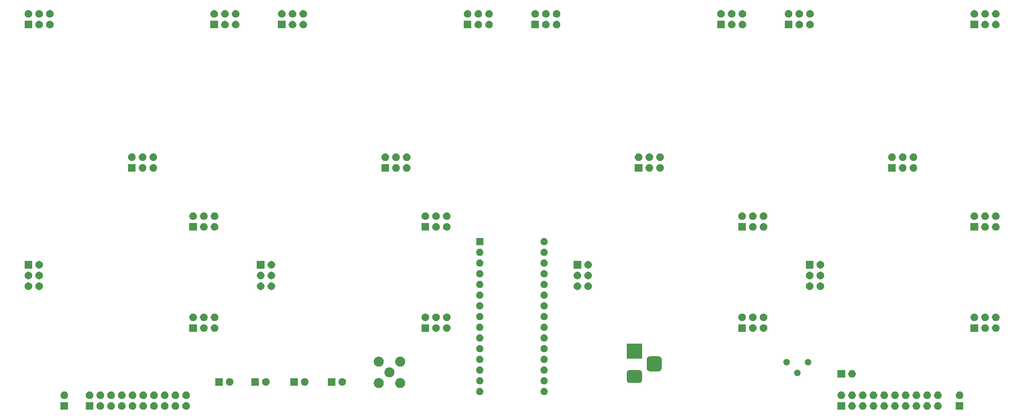
<source format=gbs>
G04 #@! TF.GenerationSoftware,KiCad,Pcbnew,5.1.5+dfsg1-2build2*
G04 #@! TF.CreationDate,2021-11-26T12:36:15+03:00*
G04 #@! TF.ProjectId,Motherboard,4d6f7468-6572-4626-9f61-72642e6b6963,rev?*
G04 #@! TF.SameCoordinates,Original*
G04 #@! TF.FileFunction,Soldermask,Bot*
G04 #@! TF.FilePolarity,Negative*
%FSLAX46Y46*%
G04 Gerber Fmt 4.6, Leading zero omitted, Abs format (unit mm)*
G04 Created by KiCad (PCBNEW 5.1.5+dfsg1-2build2) date 2021-11-26 12:36:15*
%MOMM*%
%LPD*%
G04 APERTURE LIST*
%ADD10C,0.100000*%
G04 APERTURE END LIST*
D10*
G36*
X40901000Y-119901000D02*
G01*
X39099000Y-119901000D01*
X39099000Y-118099000D01*
X40901000Y-118099000D01*
X40901000Y-119901000D01*
G37*
G36*
X68973512Y-118103927D02*
G01*
X69122812Y-118133624D01*
X69286784Y-118201544D01*
X69434354Y-118300147D01*
X69559853Y-118425646D01*
X69658456Y-118573216D01*
X69726376Y-118737188D01*
X69761000Y-118911259D01*
X69761000Y-119088741D01*
X69726376Y-119262812D01*
X69658456Y-119426784D01*
X69559853Y-119574354D01*
X69434354Y-119699853D01*
X69286784Y-119798456D01*
X69122812Y-119866376D01*
X68973512Y-119896073D01*
X68948742Y-119901000D01*
X68771258Y-119901000D01*
X68746488Y-119896073D01*
X68597188Y-119866376D01*
X68433216Y-119798456D01*
X68285646Y-119699853D01*
X68160147Y-119574354D01*
X68061544Y-119426784D01*
X67993624Y-119262812D01*
X67959000Y-119088741D01*
X67959000Y-118911259D01*
X67993624Y-118737188D01*
X68061544Y-118573216D01*
X68160147Y-118425646D01*
X68285646Y-118300147D01*
X68433216Y-118201544D01*
X68597188Y-118133624D01*
X68746488Y-118103927D01*
X68771258Y-118099000D01*
X68948742Y-118099000D01*
X68973512Y-118103927D01*
G37*
G36*
X244433512Y-118103927D02*
G01*
X244582812Y-118133624D01*
X244746784Y-118201544D01*
X244894354Y-118300147D01*
X245019853Y-118425646D01*
X245118456Y-118573216D01*
X245186376Y-118737188D01*
X245221000Y-118911259D01*
X245221000Y-119088741D01*
X245186376Y-119262812D01*
X245118456Y-119426784D01*
X245019853Y-119574354D01*
X244894354Y-119699853D01*
X244746784Y-119798456D01*
X244582812Y-119866376D01*
X244433512Y-119896073D01*
X244408742Y-119901000D01*
X244231258Y-119901000D01*
X244206488Y-119896073D01*
X244057188Y-119866376D01*
X243893216Y-119798456D01*
X243745646Y-119699853D01*
X243620147Y-119574354D01*
X243521544Y-119426784D01*
X243453624Y-119262812D01*
X243419000Y-119088741D01*
X243419000Y-118911259D01*
X243453624Y-118737188D01*
X243521544Y-118573216D01*
X243620147Y-118425646D01*
X243745646Y-118300147D01*
X243893216Y-118201544D01*
X244057188Y-118133624D01*
X244206488Y-118103927D01*
X244231258Y-118099000D01*
X244408742Y-118099000D01*
X244433512Y-118103927D01*
G37*
G36*
X241893512Y-118103927D02*
G01*
X242042812Y-118133624D01*
X242206784Y-118201544D01*
X242354354Y-118300147D01*
X242479853Y-118425646D01*
X242578456Y-118573216D01*
X242646376Y-118737188D01*
X242681000Y-118911259D01*
X242681000Y-119088741D01*
X242646376Y-119262812D01*
X242578456Y-119426784D01*
X242479853Y-119574354D01*
X242354354Y-119699853D01*
X242206784Y-119798456D01*
X242042812Y-119866376D01*
X241893512Y-119896073D01*
X241868742Y-119901000D01*
X241691258Y-119901000D01*
X241666488Y-119896073D01*
X241517188Y-119866376D01*
X241353216Y-119798456D01*
X241205646Y-119699853D01*
X241080147Y-119574354D01*
X240981544Y-119426784D01*
X240913624Y-119262812D01*
X240879000Y-119088741D01*
X240879000Y-118911259D01*
X240913624Y-118737188D01*
X240981544Y-118573216D01*
X241080147Y-118425646D01*
X241205646Y-118300147D01*
X241353216Y-118201544D01*
X241517188Y-118133624D01*
X241666488Y-118103927D01*
X241691258Y-118099000D01*
X241868742Y-118099000D01*
X241893512Y-118103927D01*
G37*
G36*
X239353512Y-118103927D02*
G01*
X239502812Y-118133624D01*
X239666784Y-118201544D01*
X239814354Y-118300147D01*
X239939853Y-118425646D01*
X240038456Y-118573216D01*
X240106376Y-118737188D01*
X240141000Y-118911259D01*
X240141000Y-119088741D01*
X240106376Y-119262812D01*
X240038456Y-119426784D01*
X239939853Y-119574354D01*
X239814354Y-119699853D01*
X239666784Y-119798456D01*
X239502812Y-119866376D01*
X239353512Y-119896073D01*
X239328742Y-119901000D01*
X239151258Y-119901000D01*
X239126488Y-119896073D01*
X238977188Y-119866376D01*
X238813216Y-119798456D01*
X238665646Y-119699853D01*
X238540147Y-119574354D01*
X238441544Y-119426784D01*
X238373624Y-119262812D01*
X238339000Y-119088741D01*
X238339000Y-118911259D01*
X238373624Y-118737188D01*
X238441544Y-118573216D01*
X238540147Y-118425646D01*
X238665646Y-118300147D01*
X238813216Y-118201544D01*
X238977188Y-118133624D01*
X239126488Y-118103927D01*
X239151258Y-118099000D01*
X239328742Y-118099000D01*
X239353512Y-118103927D01*
G37*
G36*
X236813512Y-118103927D02*
G01*
X236962812Y-118133624D01*
X237126784Y-118201544D01*
X237274354Y-118300147D01*
X237399853Y-118425646D01*
X237498456Y-118573216D01*
X237566376Y-118737188D01*
X237601000Y-118911259D01*
X237601000Y-119088741D01*
X237566376Y-119262812D01*
X237498456Y-119426784D01*
X237399853Y-119574354D01*
X237274354Y-119699853D01*
X237126784Y-119798456D01*
X236962812Y-119866376D01*
X236813512Y-119896073D01*
X236788742Y-119901000D01*
X236611258Y-119901000D01*
X236586488Y-119896073D01*
X236437188Y-119866376D01*
X236273216Y-119798456D01*
X236125646Y-119699853D01*
X236000147Y-119574354D01*
X235901544Y-119426784D01*
X235833624Y-119262812D01*
X235799000Y-119088741D01*
X235799000Y-118911259D01*
X235833624Y-118737188D01*
X235901544Y-118573216D01*
X236000147Y-118425646D01*
X236125646Y-118300147D01*
X236273216Y-118201544D01*
X236437188Y-118133624D01*
X236586488Y-118103927D01*
X236611258Y-118099000D01*
X236788742Y-118099000D01*
X236813512Y-118103927D01*
G37*
G36*
X234273512Y-118103927D02*
G01*
X234422812Y-118133624D01*
X234586784Y-118201544D01*
X234734354Y-118300147D01*
X234859853Y-118425646D01*
X234958456Y-118573216D01*
X235026376Y-118737188D01*
X235061000Y-118911259D01*
X235061000Y-119088741D01*
X235026376Y-119262812D01*
X234958456Y-119426784D01*
X234859853Y-119574354D01*
X234734354Y-119699853D01*
X234586784Y-119798456D01*
X234422812Y-119866376D01*
X234273512Y-119896073D01*
X234248742Y-119901000D01*
X234071258Y-119901000D01*
X234046488Y-119896073D01*
X233897188Y-119866376D01*
X233733216Y-119798456D01*
X233585646Y-119699853D01*
X233460147Y-119574354D01*
X233361544Y-119426784D01*
X233293624Y-119262812D01*
X233259000Y-119088741D01*
X233259000Y-118911259D01*
X233293624Y-118737188D01*
X233361544Y-118573216D01*
X233460147Y-118425646D01*
X233585646Y-118300147D01*
X233733216Y-118201544D01*
X233897188Y-118133624D01*
X234046488Y-118103927D01*
X234071258Y-118099000D01*
X234248742Y-118099000D01*
X234273512Y-118103927D01*
G37*
G36*
X231733512Y-118103927D02*
G01*
X231882812Y-118133624D01*
X232046784Y-118201544D01*
X232194354Y-118300147D01*
X232319853Y-118425646D01*
X232418456Y-118573216D01*
X232486376Y-118737188D01*
X232521000Y-118911259D01*
X232521000Y-119088741D01*
X232486376Y-119262812D01*
X232418456Y-119426784D01*
X232319853Y-119574354D01*
X232194354Y-119699853D01*
X232046784Y-119798456D01*
X231882812Y-119866376D01*
X231733512Y-119896073D01*
X231708742Y-119901000D01*
X231531258Y-119901000D01*
X231506488Y-119896073D01*
X231357188Y-119866376D01*
X231193216Y-119798456D01*
X231045646Y-119699853D01*
X230920147Y-119574354D01*
X230821544Y-119426784D01*
X230753624Y-119262812D01*
X230719000Y-119088741D01*
X230719000Y-118911259D01*
X230753624Y-118737188D01*
X230821544Y-118573216D01*
X230920147Y-118425646D01*
X231045646Y-118300147D01*
X231193216Y-118201544D01*
X231357188Y-118133624D01*
X231506488Y-118103927D01*
X231531258Y-118099000D01*
X231708742Y-118099000D01*
X231733512Y-118103927D01*
G37*
G36*
X229193512Y-118103927D02*
G01*
X229342812Y-118133624D01*
X229506784Y-118201544D01*
X229654354Y-118300147D01*
X229779853Y-118425646D01*
X229878456Y-118573216D01*
X229946376Y-118737188D01*
X229981000Y-118911259D01*
X229981000Y-119088741D01*
X229946376Y-119262812D01*
X229878456Y-119426784D01*
X229779853Y-119574354D01*
X229654354Y-119699853D01*
X229506784Y-119798456D01*
X229342812Y-119866376D01*
X229193512Y-119896073D01*
X229168742Y-119901000D01*
X228991258Y-119901000D01*
X228966488Y-119896073D01*
X228817188Y-119866376D01*
X228653216Y-119798456D01*
X228505646Y-119699853D01*
X228380147Y-119574354D01*
X228281544Y-119426784D01*
X228213624Y-119262812D01*
X228179000Y-119088741D01*
X228179000Y-118911259D01*
X228213624Y-118737188D01*
X228281544Y-118573216D01*
X228380147Y-118425646D01*
X228505646Y-118300147D01*
X228653216Y-118201544D01*
X228817188Y-118133624D01*
X228966488Y-118103927D01*
X228991258Y-118099000D01*
X229168742Y-118099000D01*
X229193512Y-118103927D01*
G37*
G36*
X226653512Y-118103927D02*
G01*
X226802812Y-118133624D01*
X226966784Y-118201544D01*
X227114354Y-118300147D01*
X227239853Y-118425646D01*
X227338456Y-118573216D01*
X227406376Y-118737188D01*
X227441000Y-118911259D01*
X227441000Y-119088741D01*
X227406376Y-119262812D01*
X227338456Y-119426784D01*
X227239853Y-119574354D01*
X227114354Y-119699853D01*
X226966784Y-119798456D01*
X226802812Y-119866376D01*
X226653512Y-119896073D01*
X226628742Y-119901000D01*
X226451258Y-119901000D01*
X226426488Y-119896073D01*
X226277188Y-119866376D01*
X226113216Y-119798456D01*
X225965646Y-119699853D01*
X225840147Y-119574354D01*
X225741544Y-119426784D01*
X225673624Y-119262812D01*
X225639000Y-119088741D01*
X225639000Y-118911259D01*
X225673624Y-118737188D01*
X225741544Y-118573216D01*
X225840147Y-118425646D01*
X225965646Y-118300147D01*
X226113216Y-118201544D01*
X226277188Y-118133624D01*
X226426488Y-118103927D01*
X226451258Y-118099000D01*
X226628742Y-118099000D01*
X226653512Y-118103927D01*
G37*
G36*
X224901000Y-119901000D02*
G01*
X223099000Y-119901000D01*
X223099000Y-118099000D01*
X224901000Y-118099000D01*
X224901000Y-119901000D01*
G37*
G36*
X246973512Y-118103927D02*
G01*
X247122812Y-118133624D01*
X247286784Y-118201544D01*
X247434354Y-118300147D01*
X247559853Y-118425646D01*
X247658456Y-118573216D01*
X247726376Y-118737188D01*
X247761000Y-118911259D01*
X247761000Y-119088741D01*
X247726376Y-119262812D01*
X247658456Y-119426784D01*
X247559853Y-119574354D01*
X247434354Y-119699853D01*
X247286784Y-119798456D01*
X247122812Y-119866376D01*
X246973512Y-119896073D01*
X246948742Y-119901000D01*
X246771258Y-119901000D01*
X246746488Y-119896073D01*
X246597188Y-119866376D01*
X246433216Y-119798456D01*
X246285646Y-119699853D01*
X246160147Y-119574354D01*
X246061544Y-119426784D01*
X245993624Y-119262812D01*
X245959000Y-119088741D01*
X245959000Y-118911259D01*
X245993624Y-118737188D01*
X246061544Y-118573216D01*
X246160147Y-118425646D01*
X246285646Y-118300147D01*
X246433216Y-118201544D01*
X246597188Y-118133624D01*
X246746488Y-118103927D01*
X246771258Y-118099000D01*
X246948742Y-118099000D01*
X246973512Y-118103927D01*
G37*
G36*
X63893512Y-118103927D02*
G01*
X64042812Y-118133624D01*
X64206784Y-118201544D01*
X64354354Y-118300147D01*
X64479853Y-118425646D01*
X64578456Y-118573216D01*
X64646376Y-118737188D01*
X64681000Y-118911259D01*
X64681000Y-119088741D01*
X64646376Y-119262812D01*
X64578456Y-119426784D01*
X64479853Y-119574354D01*
X64354354Y-119699853D01*
X64206784Y-119798456D01*
X64042812Y-119866376D01*
X63893512Y-119896073D01*
X63868742Y-119901000D01*
X63691258Y-119901000D01*
X63666488Y-119896073D01*
X63517188Y-119866376D01*
X63353216Y-119798456D01*
X63205646Y-119699853D01*
X63080147Y-119574354D01*
X62981544Y-119426784D01*
X62913624Y-119262812D01*
X62879000Y-119088741D01*
X62879000Y-118911259D01*
X62913624Y-118737188D01*
X62981544Y-118573216D01*
X63080147Y-118425646D01*
X63205646Y-118300147D01*
X63353216Y-118201544D01*
X63517188Y-118133624D01*
X63666488Y-118103927D01*
X63691258Y-118099000D01*
X63868742Y-118099000D01*
X63893512Y-118103927D01*
G37*
G36*
X61353512Y-118103927D02*
G01*
X61502812Y-118133624D01*
X61666784Y-118201544D01*
X61814354Y-118300147D01*
X61939853Y-118425646D01*
X62038456Y-118573216D01*
X62106376Y-118737188D01*
X62141000Y-118911259D01*
X62141000Y-119088741D01*
X62106376Y-119262812D01*
X62038456Y-119426784D01*
X61939853Y-119574354D01*
X61814354Y-119699853D01*
X61666784Y-119798456D01*
X61502812Y-119866376D01*
X61353512Y-119896073D01*
X61328742Y-119901000D01*
X61151258Y-119901000D01*
X61126488Y-119896073D01*
X60977188Y-119866376D01*
X60813216Y-119798456D01*
X60665646Y-119699853D01*
X60540147Y-119574354D01*
X60441544Y-119426784D01*
X60373624Y-119262812D01*
X60339000Y-119088741D01*
X60339000Y-118911259D01*
X60373624Y-118737188D01*
X60441544Y-118573216D01*
X60540147Y-118425646D01*
X60665646Y-118300147D01*
X60813216Y-118201544D01*
X60977188Y-118133624D01*
X61126488Y-118103927D01*
X61151258Y-118099000D01*
X61328742Y-118099000D01*
X61353512Y-118103927D01*
G37*
G36*
X58813512Y-118103927D02*
G01*
X58962812Y-118133624D01*
X59126784Y-118201544D01*
X59274354Y-118300147D01*
X59399853Y-118425646D01*
X59498456Y-118573216D01*
X59566376Y-118737188D01*
X59601000Y-118911259D01*
X59601000Y-119088741D01*
X59566376Y-119262812D01*
X59498456Y-119426784D01*
X59399853Y-119574354D01*
X59274354Y-119699853D01*
X59126784Y-119798456D01*
X58962812Y-119866376D01*
X58813512Y-119896073D01*
X58788742Y-119901000D01*
X58611258Y-119901000D01*
X58586488Y-119896073D01*
X58437188Y-119866376D01*
X58273216Y-119798456D01*
X58125646Y-119699853D01*
X58000147Y-119574354D01*
X57901544Y-119426784D01*
X57833624Y-119262812D01*
X57799000Y-119088741D01*
X57799000Y-118911259D01*
X57833624Y-118737188D01*
X57901544Y-118573216D01*
X58000147Y-118425646D01*
X58125646Y-118300147D01*
X58273216Y-118201544D01*
X58437188Y-118133624D01*
X58586488Y-118103927D01*
X58611258Y-118099000D01*
X58788742Y-118099000D01*
X58813512Y-118103927D01*
G37*
G36*
X56273512Y-118103927D02*
G01*
X56422812Y-118133624D01*
X56586784Y-118201544D01*
X56734354Y-118300147D01*
X56859853Y-118425646D01*
X56958456Y-118573216D01*
X57026376Y-118737188D01*
X57061000Y-118911259D01*
X57061000Y-119088741D01*
X57026376Y-119262812D01*
X56958456Y-119426784D01*
X56859853Y-119574354D01*
X56734354Y-119699853D01*
X56586784Y-119798456D01*
X56422812Y-119866376D01*
X56273512Y-119896073D01*
X56248742Y-119901000D01*
X56071258Y-119901000D01*
X56046488Y-119896073D01*
X55897188Y-119866376D01*
X55733216Y-119798456D01*
X55585646Y-119699853D01*
X55460147Y-119574354D01*
X55361544Y-119426784D01*
X55293624Y-119262812D01*
X55259000Y-119088741D01*
X55259000Y-118911259D01*
X55293624Y-118737188D01*
X55361544Y-118573216D01*
X55460147Y-118425646D01*
X55585646Y-118300147D01*
X55733216Y-118201544D01*
X55897188Y-118133624D01*
X56046488Y-118103927D01*
X56071258Y-118099000D01*
X56248742Y-118099000D01*
X56273512Y-118103927D01*
G37*
G36*
X53733512Y-118103927D02*
G01*
X53882812Y-118133624D01*
X54046784Y-118201544D01*
X54194354Y-118300147D01*
X54319853Y-118425646D01*
X54418456Y-118573216D01*
X54486376Y-118737188D01*
X54521000Y-118911259D01*
X54521000Y-119088741D01*
X54486376Y-119262812D01*
X54418456Y-119426784D01*
X54319853Y-119574354D01*
X54194354Y-119699853D01*
X54046784Y-119798456D01*
X53882812Y-119866376D01*
X53733512Y-119896073D01*
X53708742Y-119901000D01*
X53531258Y-119901000D01*
X53506488Y-119896073D01*
X53357188Y-119866376D01*
X53193216Y-119798456D01*
X53045646Y-119699853D01*
X52920147Y-119574354D01*
X52821544Y-119426784D01*
X52753624Y-119262812D01*
X52719000Y-119088741D01*
X52719000Y-118911259D01*
X52753624Y-118737188D01*
X52821544Y-118573216D01*
X52920147Y-118425646D01*
X53045646Y-118300147D01*
X53193216Y-118201544D01*
X53357188Y-118133624D01*
X53506488Y-118103927D01*
X53531258Y-118099000D01*
X53708742Y-118099000D01*
X53733512Y-118103927D01*
G37*
G36*
X51193512Y-118103927D02*
G01*
X51342812Y-118133624D01*
X51506784Y-118201544D01*
X51654354Y-118300147D01*
X51779853Y-118425646D01*
X51878456Y-118573216D01*
X51946376Y-118737188D01*
X51981000Y-118911259D01*
X51981000Y-119088741D01*
X51946376Y-119262812D01*
X51878456Y-119426784D01*
X51779853Y-119574354D01*
X51654354Y-119699853D01*
X51506784Y-119798456D01*
X51342812Y-119866376D01*
X51193512Y-119896073D01*
X51168742Y-119901000D01*
X50991258Y-119901000D01*
X50966488Y-119896073D01*
X50817188Y-119866376D01*
X50653216Y-119798456D01*
X50505646Y-119699853D01*
X50380147Y-119574354D01*
X50281544Y-119426784D01*
X50213624Y-119262812D01*
X50179000Y-119088741D01*
X50179000Y-118911259D01*
X50213624Y-118737188D01*
X50281544Y-118573216D01*
X50380147Y-118425646D01*
X50505646Y-118300147D01*
X50653216Y-118201544D01*
X50817188Y-118133624D01*
X50966488Y-118103927D01*
X50991258Y-118099000D01*
X51168742Y-118099000D01*
X51193512Y-118103927D01*
G37*
G36*
X48653512Y-118103927D02*
G01*
X48802812Y-118133624D01*
X48966784Y-118201544D01*
X49114354Y-118300147D01*
X49239853Y-118425646D01*
X49338456Y-118573216D01*
X49406376Y-118737188D01*
X49441000Y-118911259D01*
X49441000Y-119088741D01*
X49406376Y-119262812D01*
X49338456Y-119426784D01*
X49239853Y-119574354D01*
X49114354Y-119699853D01*
X48966784Y-119798456D01*
X48802812Y-119866376D01*
X48653512Y-119896073D01*
X48628742Y-119901000D01*
X48451258Y-119901000D01*
X48426488Y-119896073D01*
X48277188Y-119866376D01*
X48113216Y-119798456D01*
X47965646Y-119699853D01*
X47840147Y-119574354D01*
X47741544Y-119426784D01*
X47673624Y-119262812D01*
X47639000Y-119088741D01*
X47639000Y-118911259D01*
X47673624Y-118737188D01*
X47741544Y-118573216D01*
X47840147Y-118425646D01*
X47965646Y-118300147D01*
X48113216Y-118201544D01*
X48277188Y-118133624D01*
X48426488Y-118103927D01*
X48451258Y-118099000D01*
X48628742Y-118099000D01*
X48653512Y-118103927D01*
G37*
G36*
X46901000Y-119901000D02*
G01*
X45099000Y-119901000D01*
X45099000Y-118099000D01*
X46901000Y-118099000D01*
X46901000Y-119901000D01*
G37*
G36*
X252901000Y-119901000D02*
G01*
X251099000Y-119901000D01*
X251099000Y-118099000D01*
X252901000Y-118099000D01*
X252901000Y-119901000D01*
G37*
G36*
X66433512Y-118103927D02*
G01*
X66582812Y-118133624D01*
X66746784Y-118201544D01*
X66894354Y-118300147D01*
X67019853Y-118425646D01*
X67118456Y-118573216D01*
X67186376Y-118737188D01*
X67221000Y-118911259D01*
X67221000Y-119088741D01*
X67186376Y-119262812D01*
X67118456Y-119426784D01*
X67019853Y-119574354D01*
X66894354Y-119699853D01*
X66746784Y-119798456D01*
X66582812Y-119866376D01*
X66433512Y-119896073D01*
X66408742Y-119901000D01*
X66231258Y-119901000D01*
X66206488Y-119896073D01*
X66057188Y-119866376D01*
X65893216Y-119798456D01*
X65745646Y-119699853D01*
X65620147Y-119574354D01*
X65521544Y-119426784D01*
X65453624Y-119262812D01*
X65419000Y-119088741D01*
X65419000Y-118911259D01*
X65453624Y-118737188D01*
X65521544Y-118573216D01*
X65620147Y-118425646D01*
X65745646Y-118300147D01*
X65893216Y-118201544D01*
X66057188Y-118133624D01*
X66206488Y-118103927D01*
X66231258Y-118099000D01*
X66408742Y-118099000D01*
X66433512Y-118103927D01*
G37*
G36*
X244433512Y-115563927D02*
G01*
X244582812Y-115593624D01*
X244746784Y-115661544D01*
X244894354Y-115760147D01*
X245019853Y-115885646D01*
X245118456Y-116033216D01*
X245186376Y-116197188D01*
X245221000Y-116371259D01*
X245221000Y-116548741D01*
X245186376Y-116722812D01*
X245118456Y-116886784D01*
X245019853Y-117034354D01*
X244894354Y-117159853D01*
X244746784Y-117258456D01*
X244582812Y-117326376D01*
X244433512Y-117356073D01*
X244408742Y-117361000D01*
X244231258Y-117361000D01*
X244206488Y-117356073D01*
X244057188Y-117326376D01*
X243893216Y-117258456D01*
X243745646Y-117159853D01*
X243620147Y-117034354D01*
X243521544Y-116886784D01*
X243453624Y-116722812D01*
X243419000Y-116548741D01*
X243419000Y-116371259D01*
X243453624Y-116197188D01*
X243521544Y-116033216D01*
X243620147Y-115885646D01*
X243745646Y-115760147D01*
X243893216Y-115661544D01*
X244057188Y-115593624D01*
X244206488Y-115563927D01*
X244231258Y-115559000D01*
X244408742Y-115559000D01*
X244433512Y-115563927D01*
G37*
G36*
X241893512Y-115563927D02*
G01*
X242042812Y-115593624D01*
X242206784Y-115661544D01*
X242354354Y-115760147D01*
X242479853Y-115885646D01*
X242578456Y-116033216D01*
X242646376Y-116197188D01*
X242681000Y-116371259D01*
X242681000Y-116548741D01*
X242646376Y-116722812D01*
X242578456Y-116886784D01*
X242479853Y-117034354D01*
X242354354Y-117159853D01*
X242206784Y-117258456D01*
X242042812Y-117326376D01*
X241893512Y-117356073D01*
X241868742Y-117361000D01*
X241691258Y-117361000D01*
X241666488Y-117356073D01*
X241517188Y-117326376D01*
X241353216Y-117258456D01*
X241205646Y-117159853D01*
X241080147Y-117034354D01*
X240981544Y-116886784D01*
X240913624Y-116722812D01*
X240879000Y-116548741D01*
X240879000Y-116371259D01*
X240913624Y-116197188D01*
X240981544Y-116033216D01*
X241080147Y-115885646D01*
X241205646Y-115760147D01*
X241353216Y-115661544D01*
X241517188Y-115593624D01*
X241666488Y-115563927D01*
X241691258Y-115559000D01*
X241868742Y-115559000D01*
X241893512Y-115563927D01*
G37*
G36*
X246973512Y-115563927D02*
G01*
X247122812Y-115593624D01*
X247286784Y-115661544D01*
X247434354Y-115760147D01*
X247559853Y-115885646D01*
X247658456Y-116033216D01*
X247726376Y-116197188D01*
X247761000Y-116371259D01*
X247761000Y-116548741D01*
X247726376Y-116722812D01*
X247658456Y-116886784D01*
X247559853Y-117034354D01*
X247434354Y-117159853D01*
X247286784Y-117258456D01*
X247122812Y-117326376D01*
X246973512Y-117356073D01*
X246948742Y-117361000D01*
X246771258Y-117361000D01*
X246746488Y-117356073D01*
X246597188Y-117326376D01*
X246433216Y-117258456D01*
X246285646Y-117159853D01*
X246160147Y-117034354D01*
X246061544Y-116886784D01*
X245993624Y-116722812D01*
X245959000Y-116548741D01*
X245959000Y-116371259D01*
X245993624Y-116197188D01*
X246061544Y-116033216D01*
X246160147Y-115885646D01*
X246285646Y-115760147D01*
X246433216Y-115661544D01*
X246597188Y-115593624D01*
X246746488Y-115563927D01*
X246771258Y-115559000D01*
X246948742Y-115559000D01*
X246973512Y-115563927D01*
G37*
G36*
X40113512Y-115563927D02*
G01*
X40262812Y-115593624D01*
X40426784Y-115661544D01*
X40574354Y-115760147D01*
X40699853Y-115885646D01*
X40798456Y-116033216D01*
X40866376Y-116197188D01*
X40901000Y-116371259D01*
X40901000Y-116548741D01*
X40866376Y-116722812D01*
X40798456Y-116886784D01*
X40699853Y-117034354D01*
X40574354Y-117159853D01*
X40426784Y-117258456D01*
X40262812Y-117326376D01*
X40113512Y-117356073D01*
X40088742Y-117361000D01*
X39911258Y-117361000D01*
X39886488Y-117356073D01*
X39737188Y-117326376D01*
X39573216Y-117258456D01*
X39425646Y-117159853D01*
X39300147Y-117034354D01*
X39201544Y-116886784D01*
X39133624Y-116722812D01*
X39099000Y-116548741D01*
X39099000Y-116371259D01*
X39133624Y-116197188D01*
X39201544Y-116033216D01*
X39300147Y-115885646D01*
X39425646Y-115760147D01*
X39573216Y-115661544D01*
X39737188Y-115593624D01*
X39886488Y-115563927D01*
X39911258Y-115559000D01*
X40088742Y-115559000D01*
X40113512Y-115563927D01*
G37*
G36*
X252113512Y-115563927D02*
G01*
X252262812Y-115593624D01*
X252426784Y-115661544D01*
X252574354Y-115760147D01*
X252699853Y-115885646D01*
X252798456Y-116033216D01*
X252866376Y-116197188D01*
X252901000Y-116371259D01*
X252901000Y-116548741D01*
X252866376Y-116722812D01*
X252798456Y-116886784D01*
X252699853Y-117034354D01*
X252574354Y-117159853D01*
X252426784Y-117258456D01*
X252262812Y-117326376D01*
X252113512Y-117356073D01*
X252088742Y-117361000D01*
X251911258Y-117361000D01*
X251886488Y-117356073D01*
X251737188Y-117326376D01*
X251573216Y-117258456D01*
X251425646Y-117159853D01*
X251300147Y-117034354D01*
X251201544Y-116886784D01*
X251133624Y-116722812D01*
X251099000Y-116548741D01*
X251099000Y-116371259D01*
X251133624Y-116197188D01*
X251201544Y-116033216D01*
X251300147Y-115885646D01*
X251425646Y-115760147D01*
X251573216Y-115661544D01*
X251737188Y-115593624D01*
X251886488Y-115563927D01*
X251911258Y-115559000D01*
X252088742Y-115559000D01*
X252113512Y-115563927D01*
G37*
G36*
X56273512Y-115563927D02*
G01*
X56422812Y-115593624D01*
X56586784Y-115661544D01*
X56734354Y-115760147D01*
X56859853Y-115885646D01*
X56958456Y-116033216D01*
X57026376Y-116197188D01*
X57061000Y-116371259D01*
X57061000Y-116548741D01*
X57026376Y-116722812D01*
X56958456Y-116886784D01*
X56859853Y-117034354D01*
X56734354Y-117159853D01*
X56586784Y-117258456D01*
X56422812Y-117326376D01*
X56273512Y-117356073D01*
X56248742Y-117361000D01*
X56071258Y-117361000D01*
X56046488Y-117356073D01*
X55897188Y-117326376D01*
X55733216Y-117258456D01*
X55585646Y-117159853D01*
X55460147Y-117034354D01*
X55361544Y-116886784D01*
X55293624Y-116722812D01*
X55259000Y-116548741D01*
X55259000Y-116371259D01*
X55293624Y-116197188D01*
X55361544Y-116033216D01*
X55460147Y-115885646D01*
X55585646Y-115760147D01*
X55733216Y-115661544D01*
X55897188Y-115593624D01*
X56046488Y-115563927D01*
X56071258Y-115559000D01*
X56248742Y-115559000D01*
X56273512Y-115563927D01*
G37*
G36*
X239353512Y-115563927D02*
G01*
X239502812Y-115593624D01*
X239666784Y-115661544D01*
X239814354Y-115760147D01*
X239939853Y-115885646D01*
X240038456Y-116033216D01*
X240106376Y-116197188D01*
X240141000Y-116371259D01*
X240141000Y-116548741D01*
X240106376Y-116722812D01*
X240038456Y-116886784D01*
X239939853Y-117034354D01*
X239814354Y-117159853D01*
X239666784Y-117258456D01*
X239502812Y-117326376D01*
X239353512Y-117356073D01*
X239328742Y-117361000D01*
X239151258Y-117361000D01*
X239126488Y-117356073D01*
X238977188Y-117326376D01*
X238813216Y-117258456D01*
X238665646Y-117159853D01*
X238540147Y-117034354D01*
X238441544Y-116886784D01*
X238373624Y-116722812D01*
X238339000Y-116548741D01*
X238339000Y-116371259D01*
X238373624Y-116197188D01*
X238441544Y-116033216D01*
X238540147Y-115885646D01*
X238665646Y-115760147D01*
X238813216Y-115661544D01*
X238977188Y-115593624D01*
X239126488Y-115563927D01*
X239151258Y-115559000D01*
X239328742Y-115559000D01*
X239353512Y-115563927D01*
G37*
G36*
X53733512Y-115563927D02*
G01*
X53882812Y-115593624D01*
X54046784Y-115661544D01*
X54194354Y-115760147D01*
X54319853Y-115885646D01*
X54418456Y-116033216D01*
X54486376Y-116197188D01*
X54521000Y-116371259D01*
X54521000Y-116548741D01*
X54486376Y-116722812D01*
X54418456Y-116886784D01*
X54319853Y-117034354D01*
X54194354Y-117159853D01*
X54046784Y-117258456D01*
X53882812Y-117326376D01*
X53733512Y-117356073D01*
X53708742Y-117361000D01*
X53531258Y-117361000D01*
X53506488Y-117356073D01*
X53357188Y-117326376D01*
X53193216Y-117258456D01*
X53045646Y-117159853D01*
X52920147Y-117034354D01*
X52821544Y-116886784D01*
X52753624Y-116722812D01*
X52719000Y-116548741D01*
X52719000Y-116371259D01*
X52753624Y-116197188D01*
X52821544Y-116033216D01*
X52920147Y-115885646D01*
X53045646Y-115760147D01*
X53193216Y-115661544D01*
X53357188Y-115593624D01*
X53506488Y-115563927D01*
X53531258Y-115559000D01*
X53708742Y-115559000D01*
X53733512Y-115563927D01*
G37*
G36*
X236813512Y-115563927D02*
G01*
X236962812Y-115593624D01*
X237126784Y-115661544D01*
X237274354Y-115760147D01*
X237399853Y-115885646D01*
X237498456Y-116033216D01*
X237566376Y-116197188D01*
X237601000Y-116371259D01*
X237601000Y-116548741D01*
X237566376Y-116722812D01*
X237498456Y-116886784D01*
X237399853Y-117034354D01*
X237274354Y-117159853D01*
X237126784Y-117258456D01*
X236962812Y-117326376D01*
X236813512Y-117356073D01*
X236788742Y-117361000D01*
X236611258Y-117361000D01*
X236586488Y-117356073D01*
X236437188Y-117326376D01*
X236273216Y-117258456D01*
X236125646Y-117159853D01*
X236000147Y-117034354D01*
X235901544Y-116886784D01*
X235833624Y-116722812D01*
X235799000Y-116548741D01*
X235799000Y-116371259D01*
X235833624Y-116197188D01*
X235901544Y-116033216D01*
X236000147Y-115885646D01*
X236125646Y-115760147D01*
X236273216Y-115661544D01*
X236437188Y-115593624D01*
X236586488Y-115563927D01*
X236611258Y-115559000D01*
X236788742Y-115559000D01*
X236813512Y-115563927D01*
G37*
G36*
X51193512Y-115563927D02*
G01*
X51342812Y-115593624D01*
X51506784Y-115661544D01*
X51654354Y-115760147D01*
X51779853Y-115885646D01*
X51878456Y-116033216D01*
X51946376Y-116197188D01*
X51981000Y-116371259D01*
X51981000Y-116548741D01*
X51946376Y-116722812D01*
X51878456Y-116886784D01*
X51779853Y-117034354D01*
X51654354Y-117159853D01*
X51506784Y-117258456D01*
X51342812Y-117326376D01*
X51193512Y-117356073D01*
X51168742Y-117361000D01*
X50991258Y-117361000D01*
X50966488Y-117356073D01*
X50817188Y-117326376D01*
X50653216Y-117258456D01*
X50505646Y-117159853D01*
X50380147Y-117034354D01*
X50281544Y-116886784D01*
X50213624Y-116722812D01*
X50179000Y-116548741D01*
X50179000Y-116371259D01*
X50213624Y-116197188D01*
X50281544Y-116033216D01*
X50380147Y-115885646D01*
X50505646Y-115760147D01*
X50653216Y-115661544D01*
X50817188Y-115593624D01*
X50966488Y-115563927D01*
X50991258Y-115559000D01*
X51168742Y-115559000D01*
X51193512Y-115563927D01*
G37*
G36*
X234273512Y-115563927D02*
G01*
X234422812Y-115593624D01*
X234586784Y-115661544D01*
X234734354Y-115760147D01*
X234859853Y-115885646D01*
X234958456Y-116033216D01*
X235026376Y-116197188D01*
X235061000Y-116371259D01*
X235061000Y-116548741D01*
X235026376Y-116722812D01*
X234958456Y-116886784D01*
X234859853Y-117034354D01*
X234734354Y-117159853D01*
X234586784Y-117258456D01*
X234422812Y-117326376D01*
X234273512Y-117356073D01*
X234248742Y-117361000D01*
X234071258Y-117361000D01*
X234046488Y-117356073D01*
X233897188Y-117326376D01*
X233733216Y-117258456D01*
X233585646Y-117159853D01*
X233460147Y-117034354D01*
X233361544Y-116886784D01*
X233293624Y-116722812D01*
X233259000Y-116548741D01*
X233259000Y-116371259D01*
X233293624Y-116197188D01*
X233361544Y-116033216D01*
X233460147Y-115885646D01*
X233585646Y-115760147D01*
X233733216Y-115661544D01*
X233897188Y-115593624D01*
X234046488Y-115563927D01*
X234071258Y-115559000D01*
X234248742Y-115559000D01*
X234273512Y-115563927D01*
G37*
G36*
X46113512Y-115563927D02*
G01*
X46262812Y-115593624D01*
X46426784Y-115661544D01*
X46574354Y-115760147D01*
X46699853Y-115885646D01*
X46798456Y-116033216D01*
X46866376Y-116197188D01*
X46901000Y-116371259D01*
X46901000Y-116548741D01*
X46866376Y-116722812D01*
X46798456Y-116886784D01*
X46699853Y-117034354D01*
X46574354Y-117159853D01*
X46426784Y-117258456D01*
X46262812Y-117326376D01*
X46113512Y-117356073D01*
X46088742Y-117361000D01*
X45911258Y-117361000D01*
X45886488Y-117356073D01*
X45737188Y-117326376D01*
X45573216Y-117258456D01*
X45425646Y-117159853D01*
X45300147Y-117034354D01*
X45201544Y-116886784D01*
X45133624Y-116722812D01*
X45099000Y-116548741D01*
X45099000Y-116371259D01*
X45133624Y-116197188D01*
X45201544Y-116033216D01*
X45300147Y-115885646D01*
X45425646Y-115760147D01*
X45573216Y-115661544D01*
X45737188Y-115593624D01*
X45886488Y-115563927D01*
X45911258Y-115559000D01*
X46088742Y-115559000D01*
X46113512Y-115563927D01*
G37*
G36*
X58813512Y-115563927D02*
G01*
X58962812Y-115593624D01*
X59126784Y-115661544D01*
X59274354Y-115760147D01*
X59399853Y-115885646D01*
X59498456Y-116033216D01*
X59566376Y-116197188D01*
X59601000Y-116371259D01*
X59601000Y-116548741D01*
X59566376Y-116722812D01*
X59498456Y-116886784D01*
X59399853Y-117034354D01*
X59274354Y-117159853D01*
X59126784Y-117258456D01*
X58962812Y-117326376D01*
X58813512Y-117356073D01*
X58788742Y-117361000D01*
X58611258Y-117361000D01*
X58586488Y-117356073D01*
X58437188Y-117326376D01*
X58273216Y-117258456D01*
X58125646Y-117159853D01*
X58000147Y-117034354D01*
X57901544Y-116886784D01*
X57833624Y-116722812D01*
X57799000Y-116548741D01*
X57799000Y-116371259D01*
X57833624Y-116197188D01*
X57901544Y-116033216D01*
X58000147Y-115885646D01*
X58125646Y-115760147D01*
X58273216Y-115661544D01*
X58437188Y-115593624D01*
X58586488Y-115563927D01*
X58611258Y-115559000D01*
X58788742Y-115559000D01*
X58813512Y-115563927D01*
G37*
G36*
X66433512Y-115563927D02*
G01*
X66582812Y-115593624D01*
X66746784Y-115661544D01*
X66894354Y-115760147D01*
X67019853Y-115885646D01*
X67118456Y-116033216D01*
X67186376Y-116197188D01*
X67221000Y-116371259D01*
X67221000Y-116548741D01*
X67186376Y-116722812D01*
X67118456Y-116886784D01*
X67019853Y-117034354D01*
X66894354Y-117159853D01*
X66746784Y-117258456D01*
X66582812Y-117326376D01*
X66433512Y-117356073D01*
X66408742Y-117361000D01*
X66231258Y-117361000D01*
X66206488Y-117356073D01*
X66057188Y-117326376D01*
X65893216Y-117258456D01*
X65745646Y-117159853D01*
X65620147Y-117034354D01*
X65521544Y-116886784D01*
X65453624Y-116722812D01*
X65419000Y-116548741D01*
X65419000Y-116371259D01*
X65453624Y-116197188D01*
X65521544Y-116033216D01*
X65620147Y-115885646D01*
X65745646Y-115760147D01*
X65893216Y-115661544D01*
X66057188Y-115593624D01*
X66206488Y-115563927D01*
X66231258Y-115559000D01*
X66408742Y-115559000D01*
X66433512Y-115563927D01*
G37*
G36*
X231733512Y-115563927D02*
G01*
X231882812Y-115593624D01*
X232046784Y-115661544D01*
X232194354Y-115760147D01*
X232319853Y-115885646D01*
X232418456Y-116033216D01*
X232486376Y-116197188D01*
X232521000Y-116371259D01*
X232521000Y-116548741D01*
X232486376Y-116722812D01*
X232418456Y-116886784D01*
X232319853Y-117034354D01*
X232194354Y-117159853D01*
X232046784Y-117258456D01*
X231882812Y-117326376D01*
X231733512Y-117356073D01*
X231708742Y-117361000D01*
X231531258Y-117361000D01*
X231506488Y-117356073D01*
X231357188Y-117326376D01*
X231193216Y-117258456D01*
X231045646Y-117159853D01*
X230920147Y-117034354D01*
X230821544Y-116886784D01*
X230753624Y-116722812D01*
X230719000Y-116548741D01*
X230719000Y-116371259D01*
X230753624Y-116197188D01*
X230821544Y-116033216D01*
X230920147Y-115885646D01*
X231045646Y-115760147D01*
X231193216Y-115661544D01*
X231357188Y-115593624D01*
X231506488Y-115563927D01*
X231531258Y-115559000D01*
X231708742Y-115559000D01*
X231733512Y-115563927D01*
G37*
G36*
X48653512Y-115563927D02*
G01*
X48802812Y-115593624D01*
X48966784Y-115661544D01*
X49114354Y-115760147D01*
X49239853Y-115885646D01*
X49338456Y-116033216D01*
X49406376Y-116197188D01*
X49441000Y-116371259D01*
X49441000Y-116548741D01*
X49406376Y-116722812D01*
X49338456Y-116886784D01*
X49239853Y-117034354D01*
X49114354Y-117159853D01*
X48966784Y-117258456D01*
X48802812Y-117326376D01*
X48653512Y-117356073D01*
X48628742Y-117361000D01*
X48451258Y-117361000D01*
X48426488Y-117356073D01*
X48277188Y-117326376D01*
X48113216Y-117258456D01*
X47965646Y-117159853D01*
X47840147Y-117034354D01*
X47741544Y-116886784D01*
X47673624Y-116722812D01*
X47639000Y-116548741D01*
X47639000Y-116371259D01*
X47673624Y-116197188D01*
X47741544Y-116033216D01*
X47840147Y-115885646D01*
X47965646Y-115760147D01*
X48113216Y-115661544D01*
X48277188Y-115593624D01*
X48426488Y-115563927D01*
X48451258Y-115559000D01*
X48628742Y-115559000D01*
X48653512Y-115563927D01*
G37*
G36*
X68973512Y-115563927D02*
G01*
X69122812Y-115593624D01*
X69286784Y-115661544D01*
X69434354Y-115760147D01*
X69559853Y-115885646D01*
X69658456Y-116033216D01*
X69726376Y-116197188D01*
X69761000Y-116371259D01*
X69761000Y-116548741D01*
X69726376Y-116722812D01*
X69658456Y-116886784D01*
X69559853Y-117034354D01*
X69434354Y-117159853D01*
X69286784Y-117258456D01*
X69122812Y-117326376D01*
X68973512Y-117356073D01*
X68948742Y-117361000D01*
X68771258Y-117361000D01*
X68746488Y-117356073D01*
X68597188Y-117326376D01*
X68433216Y-117258456D01*
X68285646Y-117159853D01*
X68160147Y-117034354D01*
X68061544Y-116886784D01*
X67993624Y-116722812D01*
X67959000Y-116548741D01*
X67959000Y-116371259D01*
X67993624Y-116197188D01*
X68061544Y-116033216D01*
X68160147Y-115885646D01*
X68285646Y-115760147D01*
X68433216Y-115661544D01*
X68597188Y-115593624D01*
X68746488Y-115563927D01*
X68771258Y-115559000D01*
X68948742Y-115559000D01*
X68973512Y-115563927D01*
G37*
G36*
X63893512Y-115563927D02*
G01*
X64042812Y-115593624D01*
X64206784Y-115661544D01*
X64354354Y-115760147D01*
X64479853Y-115885646D01*
X64578456Y-116033216D01*
X64646376Y-116197188D01*
X64681000Y-116371259D01*
X64681000Y-116548741D01*
X64646376Y-116722812D01*
X64578456Y-116886784D01*
X64479853Y-117034354D01*
X64354354Y-117159853D01*
X64206784Y-117258456D01*
X64042812Y-117326376D01*
X63893512Y-117356073D01*
X63868742Y-117361000D01*
X63691258Y-117361000D01*
X63666488Y-117356073D01*
X63517188Y-117326376D01*
X63353216Y-117258456D01*
X63205646Y-117159853D01*
X63080147Y-117034354D01*
X62981544Y-116886784D01*
X62913624Y-116722812D01*
X62879000Y-116548741D01*
X62879000Y-116371259D01*
X62913624Y-116197188D01*
X62981544Y-116033216D01*
X63080147Y-115885646D01*
X63205646Y-115760147D01*
X63353216Y-115661544D01*
X63517188Y-115593624D01*
X63666488Y-115563927D01*
X63691258Y-115559000D01*
X63868742Y-115559000D01*
X63893512Y-115563927D01*
G37*
G36*
X61353512Y-115563927D02*
G01*
X61502812Y-115593624D01*
X61666784Y-115661544D01*
X61814354Y-115760147D01*
X61939853Y-115885646D01*
X62038456Y-116033216D01*
X62106376Y-116197188D01*
X62141000Y-116371259D01*
X62141000Y-116548741D01*
X62106376Y-116722812D01*
X62038456Y-116886784D01*
X61939853Y-117034354D01*
X61814354Y-117159853D01*
X61666784Y-117258456D01*
X61502812Y-117326376D01*
X61353512Y-117356073D01*
X61328742Y-117361000D01*
X61151258Y-117361000D01*
X61126488Y-117356073D01*
X60977188Y-117326376D01*
X60813216Y-117258456D01*
X60665646Y-117159853D01*
X60540147Y-117034354D01*
X60441544Y-116886784D01*
X60373624Y-116722812D01*
X60339000Y-116548741D01*
X60339000Y-116371259D01*
X60373624Y-116197188D01*
X60441544Y-116033216D01*
X60540147Y-115885646D01*
X60665646Y-115760147D01*
X60813216Y-115661544D01*
X60977188Y-115593624D01*
X61126488Y-115563927D01*
X61151258Y-115559000D01*
X61328742Y-115559000D01*
X61353512Y-115563927D01*
G37*
G36*
X226653512Y-115563927D02*
G01*
X226802812Y-115593624D01*
X226966784Y-115661544D01*
X227114354Y-115760147D01*
X227239853Y-115885646D01*
X227338456Y-116033216D01*
X227406376Y-116197188D01*
X227441000Y-116371259D01*
X227441000Y-116548741D01*
X227406376Y-116722812D01*
X227338456Y-116886784D01*
X227239853Y-117034354D01*
X227114354Y-117159853D01*
X226966784Y-117258456D01*
X226802812Y-117326376D01*
X226653512Y-117356073D01*
X226628742Y-117361000D01*
X226451258Y-117361000D01*
X226426488Y-117356073D01*
X226277188Y-117326376D01*
X226113216Y-117258456D01*
X225965646Y-117159853D01*
X225840147Y-117034354D01*
X225741544Y-116886784D01*
X225673624Y-116722812D01*
X225639000Y-116548741D01*
X225639000Y-116371259D01*
X225673624Y-116197188D01*
X225741544Y-116033216D01*
X225840147Y-115885646D01*
X225965646Y-115760147D01*
X226113216Y-115661544D01*
X226277188Y-115593624D01*
X226426488Y-115563927D01*
X226451258Y-115559000D01*
X226628742Y-115559000D01*
X226653512Y-115563927D01*
G37*
G36*
X224113512Y-115563927D02*
G01*
X224262812Y-115593624D01*
X224426784Y-115661544D01*
X224574354Y-115760147D01*
X224699853Y-115885646D01*
X224798456Y-116033216D01*
X224866376Y-116197188D01*
X224901000Y-116371259D01*
X224901000Y-116548741D01*
X224866376Y-116722812D01*
X224798456Y-116886784D01*
X224699853Y-117034354D01*
X224574354Y-117159853D01*
X224426784Y-117258456D01*
X224262812Y-117326376D01*
X224113512Y-117356073D01*
X224088742Y-117361000D01*
X223911258Y-117361000D01*
X223886488Y-117356073D01*
X223737188Y-117326376D01*
X223573216Y-117258456D01*
X223425646Y-117159853D01*
X223300147Y-117034354D01*
X223201544Y-116886784D01*
X223133624Y-116722812D01*
X223099000Y-116548741D01*
X223099000Y-116371259D01*
X223133624Y-116197188D01*
X223201544Y-116033216D01*
X223300147Y-115885646D01*
X223425646Y-115760147D01*
X223573216Y-115661544D01*
X223737188Y-115593624D01*
X223886488Y-115563927D01*
X223911258Y-115559000D01*
X224088742Y-115559000D01*
X224113512Y-115563927D01*
G37*
G36*
X229193512Y-115563927D02*
G01*
X229342812Y-115593624D01*
X229506784Y-115661544D01*
X229654354Y-115760147D01*
X229779853Y-115885646D01*
X229878456Y-116033216D01*
X229946376Y-116197188D01*
X229981000Y-116371259D01*
X229981000Y-116548741D01*
X229946376Y-116722812D01*
X229878456Y-116886784D01*
X229779853Y-117034354D01*
X229654354Y-117159853D01*
X229506784Y-117258456D01*
X229342812Y-117326376D01*
X229193512Y-117356073D01*
X229168742Y-117361000D01*
X228991258Y-117361000D01*
X228966488Y-117356073D01*
X228817188Y-117326376D01*
X228653216Y-117258456D01*
X228505646Y-117159853D01*
X228380147Y-117034354D01*
X228281544Y-116886784D01*
X228213624Y-116722812D01*
X228179000Y-116548741D01*
X228179000Y-116371259D01*
X228213624Y-116197188D01*
X228281544Y-116033216D01*
X228380147Y-115885646D01*
X228505646Y-115760147D01*
X228653216Y-115661544D01*
X228817188Y-115593624D01*
X228966488Y-115563927D01*
X228991258Y-115559000D01*
X229168742Y-115559000D01*
X229193512Y-115563927D01*
G37*
G36*
X138628228Y-114741703D02*
G01*
X138783100Y-114805853D01*
X138922481Y-114898985D01*
X139041015Y-115017519D01*
X139134147Y-115156900D01*
X139198297Y-115311772D01*
X139231000Y-115476184D01*
X139231000Y-115643816D01*
X139198297Y-115808228D01*
X139134147Y-115963100D01*
X139041015Y-116102481D01*
X138922481Y-116221015D01*
X138783100Y-116314147D01*
X138628228Y-116378297D01*
X138463816Y-116411000D01*
X138296184Y-116411000D01*
X138131772Y-116378297D01*
X137976900Y-116314147D01*
X137837519Y-116221015D01*
X137718985Y-116102481D01*
X137625853Y-115963100D01*
X137561703Y-115808228D01*
X137529000Y-115643816D01*
X137529000Y-115476184D01*
X137561703Y-115311772D01*
X137625853Y-115156900D01*
X137718985Y-115017519D01*
X137837519Y-114898985D01*
X137976900Y-114805853D01*
X138131772Y-114741703D01*
X138296184Y-114709000D01*
X138463816Y-114709000D01*
X138628228Y-114741703D01*
G37*
G36*
X153868228Y-114741703D02*
G01*
X154023100Y-114805853D01*
X154162481Y-114898985D01*
X154281015Y-115017519D01*
X154374147Y-115156900D01*
X154438297Y-115311772D01*
X154471000Y-115476184D01*
X154471000Y-115643816D01*
X154438297Y-115808228D01*
X154374147Y-115963100D01*
X154281015Y-116102481D01*
X154162481Y-116221015D01*
X154023100Y-116314147D01*
X153868228Y-116378297D01*
X153703816Y-116411000D01*
X153536184Y-116411000D01*
X153371772Y-116378297D01*
X153216900Y-116314147D01*
X153077519Y-116221015D01*
X152958985Y-116102481D01*
X152865853Y-115963100D01*
X152801703Y-115808228D01*
X152769000Y-115643816D01*
X152769000Y-115476184D01*
X152801703Y-115311772D01*
X152865853Y-115156900D01*
X152958985Y-115017519D01*
X153077519Y-114898985D01*
X153216900Y-114805853D01*
X153371772Y-114741703D01*
X153536184Y-114709000D01*
X153703816Y-114709000D01*
X153868228Y-114741703D01*
G37*
G36*
X119726209Y-112378000D02*
G01*
X119883027Y-112409193D01*
X120097045Y-112497842D01*
X120097046Y-112497843D01*
X120289654Y-112626539D01*
X120453461Y-112790346D01*
X120494801Y-112852216D01*
X120582158Y-112982955D01*
X120670807Y-113196973D01*
X120699603Y-113341740D01*
X120715787Y-113423100D01*
X120716000Y-113424174D01*
X120716000Y-113655826D01*
X120670807Y-113883027D01*
X120582158Y-114097045D01*
X120582157Y-114097046D01*
X120453461Y-114289654D01*
X120289654Y-114453461D01*
X120161249Y-114539258D01*
X120097045Y-114582158D01*
X119883027Y-114670807D01*
X119731560Y-114700936D01*
X119655827Y-114716000D01*
X119424173Y-114716000D01*
X119348440Y-114700936D01*
X119196973Y-114670807D01*
X118982955Y-114582158D01*
X118918751Y-114539258D01*
X118790346Y-114453461D01*
X118626539Y-114289654D01*
X118497843Y-114097046D01*
X118497842Y-114097045D01*
X118409193Y-113883027D01*
X118364000Y-113655826D01*
X118364000Y-113424174D01*
X118364214Y-113423100D01*
X118380397Y-113341740D01*
X118409193Y-113196973D01*
X118497842Y-112982955D01*
X118585199Y-112852216D01*
X118626539Y-112790346D01*
X118790346Y-112626539D01*
X118982954Y-112497843D01*
X118982955Y-112497842D01*
X119196973Y-112409193D01*
X119353791Y-112378000D01*
X119424173Y-112364000D01*
X119655827Y-112364000D01*
X119726209Y-112378000D01*
G37*
G36*
X114646209Y-112378000D02*
G01*
X114803027Y-112409193D01*
X115017045Y-112497842D01*
X115017046Y-112497843D01*
X115209654Y-112626539D01*
X115373461Y-112790346D01*
X115414801Y-112852216D01*
X115502158Y-112982955D01*
X115590807Y-113196973D01*
X115619603Y-113341740D01*
X115635787Y-113423100D01*
X115636000Y-113424174D01*
X115636000Y-113655826D01*
X115590807Y-113883027D01*
X115502158Y-114097045D01*
X115502157Y-114097046D01*
X115373461Y-114289654D01*
X115209654Y-114453461D01*
X115081249Y-114539258D01*
X115017045Y-114582158D01*
X114803027Y-114670807D01*
X114651560Y-114700936D01*
X114575827Y-114716000D01*
X114344173Y-114716000D01*
X114268440Y-114700936D01*
X114116973Y-114670807D01*
X113902955Y-114582158D01*
X113838751Y-114539258D01*
X113710346Y-114453461D01*
X113546539Y-114289654D01*
X113417843Y-114097046D01*
X113417842Y-114097045D01*
X113329193Y-113883027D01*
X113284000Y-113655826D01*
X113284000Y-113424174D01*
X113284214Y-113423100D01*
X113300397Y-113341740D01*
X113329193Y-113196973D01*
X113417842Y-112982955D01*
X113505199Y-112852216D01*
X113546539Y-112790346D01*
X113710346Y-112626539D01*
X113902954Y-112497843D01*
X113902955Y-112497842D01*
X114116973Y-112409193D01*
X114273791Y-112378000D01*
X114344173Y-112364000D01*
X114575827Y-112364000D01*
X114646209Y-112378000D01*
G37*
G36*
X79263512Y-112382927D02*
G01*
X79412812Y-112412624D01*
X79576784Y-112480544D01*
X79724354Y-112579147D01*
X79849853Y-112704646D01*
X79948456Y-112852216D01*
X80016376Y-113016188D01*
X80051000Y-113190259D01*
X80051000Y-113367741D01*
X80016376Y-113541812D01*
X79948456Y-113705784D01*
X79849853Y-113853354D01*
X79724354Y-113978853D01*
X79576784Y-114077456D01*
X79412812Y-114145376D01*
X79263512Y-114175073D01*
X79238742Y-114180000D01*
X79061258Y-114180000D01*
X79036488Y-114175073D01*
X78887188Y-114145376D01*
X78723216Y-114077456D01*
X78575646Y-113978853D01*
X78450147Y-113853354D01*
X78351544Y-113705784D01*
X78283624Y-113541812D01*
X78249000Y-113367741D01*
X78249000Y-113190259D01*
X78283624Y-113016188D01*
X78351544Y-112852216D01*
X78450147Y-112704646D01*
X78575646Y-112579147D01*
X78723216Y-112480544D01*
X78887188Y-112412624D01*
X79036488Y-112382927D01*
X79061258Y-112378000D01*
X79238742Y-112378000D01*
X79263512Y-112382927D01*
G37*
G36*
X95291000Y-114180000D02*
G01*
X93489000Y-114180000D01*
X93489000Y-112378000D01*
X95291000Y-112378000D01*
X95291000Y-114180000D01*
G37*
G36*
X97043512Y-112382927D02*
G01*
X97192812Y-112412624D01*
X97356784Y-112480544D01*
X97504354Y-112579147D01*
X97629853Y-112704646D01*
X97728456Y-112852216D01*
X97796376Y-113016188D01*
X97831000Y-113190259D01*
X97831000Y-113367741D01*
X97796376Y-113541812D01*
X97728456Y-113705784D01*
X97629853Y-113853354D01*
X97504354Y-113978853D01*
X97356784Y-114077456D01*
X97192812Y-114145376D01*
X97043512Y-114175073D01*
X97018742Y-114180000D01*
X96841258Y-114180000D01*
X96816488Y-114175073D01*
X96667188Y-114145376D01*
X96503216Y-114077456D01*
X96355646Y-113978853D01*
X96230147Y-113853354D01*
X96131544Y-113705784D01*
X96063624Y-113541812D01*
X96029000Y-113367741D01*
X96029000Y-113190259D01*
X96063624Y-113016188D01*
X96131544Y-112852216D01*
X96230147Y-112704646D01*
X96355646Y-112579147D01*
X96503216Y-112480544D01*
X96667188Y-112412624D01*
X96816488Y-112382927D01*
X96841258Y-112378000D01*
X97018742Y-112378000D01*
X97043512Y-112382927D01*
G37*
G36*
X77511000Y-114180000D02*
G01*
X75709000Y-114180000D01*
X75709000Y-112378000D01*
X77511000Y-112378000D01*
X77511000Y-114180000D01*
G37*
G36*
X86091000Y-114180000D02*
G01*
X84289000Y-114180000D01*
X84289000Y-112378000D01*
X86091000Y-112378000D01*
X86091000Y-114180000D01*
G37*
G36*
X87843512Y-112382927D02*
G01*
X87992812Y-112412624D01*
X88156784Y-112480544D01*
X88304354Y-112579147D01*
X88429853Y-112704646D01*
X88528456Y-112852216D01*
X88596376Y-113016188D01*
X88631000Y-113190259D01*
X88631000Y-113367741D01*
X88596376Y-113541812D01*
X88528456Y-113705784D01*
X88429853Y-113853354D01*
X88304354Y-113978853D01*
X88156784Y-114077456D01*
X87992812Y-114145376D01*
X87843512Y-114175073D01*
X87818742Y-114180000D01*
X87641258Y-114180000D01*
X87616488Y-114175073D01*
X87467188Y-114145376D01*
X87303216Y-114077456D01*
X87155646Y-113978853D01*
X87030147Y-113853354D01*
X86931544Y-113705784D01*
X86863624Y-113541812D01*
X86829000Y-113367741D01*
X86829000Y-113190259D01*
X86863624Y-113016188D01*
X86931544Y-112852216D01*
X87030147Y-112704646D01*
X87155646Y-112579147D01*
X87303216Y-112480544D01*
X87467188Y-112412624D01*
X87616488Y-112382927D01*
X87641258Y-112378000D01*
X87818742Y-112378000D01*
X87843512Y-112382927D01*
G37*
G36*
X104181000Y-114180000D02*
G01*
X102379000Y-114180000D01*
X102379000Y-112378000D01*
X104181000Y-112378000D01*
X104181000Y-114180000D01*
G37*
G36*
X105933512Y-112382927D02*
G01*
X106082812Y-112412624D01*
X106246784Y-112480544D01*
X106394354Y-112579147D01*
X106519853Y-112704646D01*
X106618456Y-112852216D01*
X106686376Y-113016188D01*
X106721000Y-113190259D01*
X106721000Y-113367741D01*
X106686376Y-113541812D01*
X106618456Y-113705784D01*
X106519853Y-113853354D01*
X106394354Y-113978853D01*
X106246784Y-114077456D01*
X106082812Y-114145376D01*
X105933512Y-114175073D01*
X105908742Y-114180000D01*
X105731258Y-114180000D01*
X105706488Y-114175073D01*
X105557188Y-114145376D01*
X105393216Y-114077456D01*
X105245646Y-113978853D01*
X105120147Y-113853354D01*
X105021544Y-113705784D01*
X104953624Y-113541812D01*
X104919000Y-113367741D01*
X104919000Y-113190259D01*
X104953624Y-113016188D01*
X105021544Y-112852216D01*
X105120147Y-112704646D01*
X105245646Y-112579147D01*
X105393216Y-112480544D01*
X105557188Y-112412624D01*
X105706488Y-112382927D01*
X105731258Y-112378000D01*
X105908742Y-112378000D01*
X105933512Y-112382927D01*
G37*
G36*
X138628228Y-112201703D02*
G01*
X138783100Y-112265853D01*
X138922481Y-112358985D01*
X139041015Y-112477519D01*
X139134147Y-112616900D01*
X139198297Y-112771772D01*
X139231000Y-112936184D01*
X139231000Y-113103816D01*
X139198297Y-113268228D01*
X139134147Y-113423100D01*
X139041015Y-113562481D01*
X138922481Y-113681015D01*
X138783100Y-113774147D01*
X138628228Y-113838297D01*
X138463816Y-113871000D01*
X138296184Y-113871000D01*
X138131772Y-113838297D01*
X137976900Y-113774147D01*
X137837519Y-113681015D01*
X137718985Y-113562481D01*
X137625853Y-113423100D01*
X137561703Y-113268228D01*
X137529000Y-113103816D01*
X137529000Y-112936184D01*
X137561703Y-112771772D01*
X137625853Y-112616900D01*
X137718985Y-112477519D01*
X137837519Y-112358985D01*
X137976900Y-112265853D01*
X138131772Y-112201703D01*
X138296184Y-112169000D01*
X138463816Y-112169000D01*
X138628228Y-112201703D01*
G37*
G36*
X153868228Y-112201703D02*
G01*
X154023100Y-112265853D01*
X154162481Y-112358985D01*
X154281015Y-112477519D01*
X154374147Y-112616900D01*
X154438297Y-112771772D01*
X154471000Y-112936184D01*
X154471000Y-113103816D01*
X154438297Y-113268228D01*
X154374147Y-113423100D01*
X154281015Y-113562481D01*
X154162481Y-113681015D01*
X154023100Y-113774147D01*
X153868228Y-113838297D01*
X153703816Y-113871000D01*
X153536184Y-113871000D01*
X153371772Y-113838297D01*
X153216900Y-113774147D01*
X153077519Y-113681015D01*
X152958985Y-113562481D01*
X152865853Y-113423100D01*
X152801703Y-113268228D01*
X152769000Y-113103816D01*
X152769000Y-112936184D01*
X152801703Y-112771772D01*
X152865853Y-112616900D01*
X152958985Y-112477519D01*
X153077519Y-112358985D01*
X153216900Y-112265853D01*
X153371772Y-112201703D01*
X153536184Y-112169000D01*
X153703816Y-112169000D01*
X153868228Y-112201703D01*
G37*
G36*
X176226979Y-110463293D02*
G01*
X176360625Y-110503834D01*
X176483784Y-110569664D01*
X176591740Y-110658260D01*
X176680336Y-110766216D01*
X176746166Y-110889375D01*
X176786707Y-111023021D01*
X176801000Y-111168140D01*
X176801000Y-112831860D01*
X176786707Y-112976979D01*
X176746166Y-113110625D01*
X176680336Y-113233784D01*
X176591740Y-113341740D01*
X176483784Y-113430336D01*
X176360625Y-113496166D01*
X176226979Y-113536707D01*
X176081860Y-113551000D01*
X173918140Y-113551000D01*
X173773021Y-113536707D01*
X173639375Y-113496166D01*
X173516216Y-113430336D01*
X173408260Y-113341740D01*
X173319664Y-113233784D01*
X173253834Y-113110625D01*
X173213293Y-112976979D01*
X173199000Y-112831860D01*
X173199000Y-111168140D01*
X173213293Y-111023021D01*
X173253834Y-110889375D01*
X173319664Y-110766216D01*
X173408260Y-110658260D01*
X173516216Y-110569664D01*
X173639375Y-110503834D01*
X173773021Y-110463293D01*
X173918140Y-110449000D01*
X176081860Y-110449000D01*
X176226979Y-110463293D01*
G37*
G36*
X226653512Y-110483927D02*
G01*
X226802812Y-110513624D01*
X226966784Y-110581544D01*
X227114354Y-110680147D01*
X227239853Y-110805646D01*
X227338456Y-110953216D01*
X227406376Y-111117188D01*
X227441000Y-111291259D01*
X227441000Y-111468741D01*
X227406376Y-111642812D01*
X227338456Y-111806784D01*
X227239853Y-111954354D01*
X227114354Y-112079853D01*
X226966784Y-112178456D01*
X226802812Y-112246376D01*
X226653512Y-112276073D01*
X226628742Y-112281000D01*
X226451258Y-112281000D01*
X226426488Y-112276073D01*
X226277188Y-112246376D01*
X226113216Y-112178456D01*
X225965646Y-112079853D01*
X225840147Y-111954354D01*
X225741544Y-111806784D01*
X225673624Y-111642812D01*
X225639000Y-111468741D01*
X225639000Y-111291259D01*
X225673624Y-111117188D01*
X225741544Y-110953216D01*
X225840147Y-110805646D01*
X225965646Y-110680147D01*
X226113216Y-110581544D01*
X226277188Y-110513624D01*
X226426488Y-110483927D01*
X226451258Y-110479000D01*
X226628742Y-110479000D01*
X226653512Y-110483927D01*
G37*
G36*
X224901000Y-112281000D02*
G01*
X223099000Y-112281000D01*
X223099000Y-110479000D01*
X224901000Y-110479000D01*
X224901000Y-112281000D01*
G37*
G36*
X117191560Y-109839064D02*
G01*
X117343027Y-109869193D01*
X117557045Y-109957842D01*
X117557046Y-109957843D01*
X117749654Y-110086539D01*
X117913461Y-110250346D01*
X117983388Y-110355000D01*
X118042158Y-110442955D01*
X118130807Y-110656973D01*
X118145821Y-110732454D01*
X118175787Y-110883100D01*
X118176000Y-110884174D01*
X118176000Y-111115826D01*
X118130807Y-111343027D01*
X118042158Y-111557045D01*
X118042157Y-111557046D01*
X117913461Y-111749654D01*
X117749654Y-111913461D01*
X117688453Y-111954354D01*
X117557045Y-112042158D01*
X117343027Y-112130807D01*
X117191560Y-112160936D01*
X117115827Y-112176000D01*
X116884173Y-112176000D01*
X116808440Y-112160936D01*
X116656973Y-112130807D01*
X116442955Y-112042158D01*
X116311547Y-111954354D01*
X116250346Y-111913461D01*
X116086539Y-111749654D01*
X115957843Y-111557046D01*
X115957842Y-111557045D01*
X115869193Y-111343027D01*
X115824000Y-111115826D01*
X115824000Y-110884174D01*
X115824214Y-110883100D01*
X115854179Y-110732454D01*
X115869193Y-110656973D01*
X115957842Y-110442955D01*
X116016612Y-110355000D01*
X116086539Y-110250346D01*
X116250346Y-110086539D01*
X116442954Y-109957843D01*
X116442955Y-109957842D01*
X116656973Y-109869193D01*
X116808440Y-109839064D01*
X116884173Y-109824000D01*
X117115827Y-109824000D01*
X117191560Y-109839064D01*
G37*
G36*
X213720589Y-110364876D02*
G01*
X213819893Y-110384629D01*
X213960206Y-110442748D01*
X214086484Y-110527125D01*
X214193875Y-110634516D01*
X214278252Y-110760794D01*
X214336371Y-110901107D01*
X214336371Y-110901109D01*
X214360514Y-111022480D01*
X214366000Y-111050063D01*
X214366000Y-111201937D01*
X214336371Y-111350893D01*
X214278252Y-111491206D01*
X214193875Y-111617484D01*
X214086484Y-111724875D01*
X213960206Y-111809252D01*
X213819893Y-111867371D01*
X213720589Y-111887124D01*
X213670938Y-111897000D01*
X213519062Y-111897000D01*
X213469411Y-111887124D01*
X213370107Y-111867371D01*
X213229794Y-111809252D01*
X213103516Y-111724875D01*
X212996125Y-111617484D01*
X212911748Y-111491206D01*
X212853629Y-111350893D01*
X212824000Y-111201937D01*
X212824000Y-111050063D01*
X212829487Y-111022480D01*
X212853629Y-110901109D01*
X212853629Y-110901107D01*
X212911748Y-110760794D01*
X212996125Y-110634516D01*
X213103516Y-110527125D01*
X213229794Y-110442748D01*
X213370107Y-110384629D01*
X213469411Y-110364876D01*
X213519062Y-110355000D01*
X213670938Y-110355000D01*
X213720589Y-110364876D01*
G37*
G36*
X153868228Y-109661703D02*
G01*
X154023100Y-109725853D01*
X154162481Y-109818985D01*
X154281015Y-109937519D01*
X154374147Y-110076900D01*
X154438297Y-110231772D01*
X154471000Y-110396184D01*
X154471000Y-110563816D01*
X154438297Y-110728228D01*
X154374147Y-110883100D01*
X154281015Y-111022481D01*
X154162481Y-111141015D01*
X154023100Y-111234147D01*
X153868228Y-111298297D01*
X153703816Y-111331000D01*
X153536184Y-111331000D01*
X153371772Y-111298297D01*
X153216900Y-111234147D01*
X153077519Y-111141015D01*
X152958985Y-111022481D01*
X152865853Y-110883100D01*
X152801703Y-110728228D01*
X152769000Y-110563816D01*
X152769000Y-110396184D01*
X152801703Y-110231772D01*
X152865853Y-110076900D01*
X152958985Y-109937519D01*
X153077519Y-109818985D01*
X153216900Y-109725853D01*
X153371772Y-109661703D01*
X153536184Y-109629000D01*
X153703816Y-109629000D01*
X153868228Y-109661703D01*
G37*
G36*
X138628228Y-109661703D02*
G01*
X138783100Y-109725853D01*
X138922481Y-109818985D01*
X139041015Y-109937519D01*
X139134147Y-110076900D01*
X139198297Y-110231772D01*
X139231000Y-110396184D01*
X139231000Y-110563816D01*
X139198297Y-110728228D01*
X139134147Y-110883100D01*
X139041015Y-111022481D01*
X138922481Y-111141015D01*
X138783100Y-111234147D01*
X138628228Y-111298297D01*
X138463816Y-111331000D01*
X138296184Y-111331000D01*
X138131772Y-111298297D01*
X137976900Y-111234147D01*
X137837519Y-111141015D01*
X137718985Y-111022481D01*
X137625853Y-110883100D01*
X137561703Y-110728228D01*
X137529000Y-110563816D01*
X137529000Y-110396184D01*
X137561703Y-110231772D01*
X137625853Y-110076900D01*
X137718985Y-109937519D01*
X137837519Y-109818985D01*
X137976900Y-109725853D01*
X138131772Y-109661703D01*
X138296184Y-109629000D01*
X138463816Y-109629000D01*
X138628228Y-109661703D01*
G37*
G36*
X180826366Y-107215695D02*
G01*
X180983460Y-107263349D01*
X181128231Y-107340731D01*
X181255128Y-107444872D01*
X181359269Y-107571769D01*
X181436651Y-107716540D01*
X181484305Y-107873634D01*
X181501000Y-108043140D01*
X181501000Y-109956860D01*
X181484305Y-110126366D01*
X181436651Y-110283460D01*
X181359269Y-110428231D01*
X181255128Y-110555128D01*
X181128231Y-110659269D01*
X180983460Y-110736651D01*
X180826366Y-110784305D01*
X180656860Y-110801000D01*
X178743140Y-110801000D01*
X178573634Y-110784305D01*
X178416540Y-110736651D01*
X178271769Y-110659269D01*
X178144872Y-110555128D01*
X178040731Y-110428231D01*
X177963349Y-110283460D01*
X177915695Y-110126366D01*
X177899000Y-109956860D01*
X177899000Y-108043140D01*
X177915695Y-107873634D01*
X177963349Y-107716540D01*
X178040731Y-107571769D01*
X178144872Y-107444872D01*
X178271769Y-107340731D01*
X178416540Y-107263349D01*
X178573634Y-107215695D01*
X178743140Y-107199000D01*
X180656860Y-107199000D01*
X180826366Y-107215695D01*
G37*
G36*
X114651560Y-107299064D02*
G01*
X114803027Y-107329193D01*
X115017045Y-107417842D01*
X115017046Y-107417843D01*
X115209654Y-107546539D01*
X115373461Y-107710346D01*
X115434034Y-107801000D01*
X115502158Y-107902955D01*
X115590807Y-108116973D01*
X115611458Y-108220794D01*
X115635787Y-108343100D01*
X115636000Y-108344174D01*
X115636000Y-108575826D01*
X115590807Y-108803027D01*
X115502158Y-109017045D01*
X115502157Y-109017046D01*
X115373461Y-109209654D01*
X115209654Y-109373461D01*
X115081249Y-109459258D01*
X115017045Y-109502158D01*
X114803027Y-109590807D01*
X114651560Y-109620936D01*
X114575827Y-109636000D01*
X114344173Y-109636000D01*
X114268440Y-109620936D01*
X114116973Y-109590807D01*
X113902955Y-109502158D01*
X113838751Y-109459258D01*
X113710346Y-109373461D01*
X113546539Y-109209654D01*
X113417843Y-109017046D01*
X113417842Y-109017045D01*
X113329193Y-108803027D01*
X113284000Y-108575826D01*
X113284000Y-108344174D01*
X113284214Y-108343100D01*
X113308542Y-108220794D01*
X113329193Y-108116973D01*
X113417842Y-107902955D01*
X113485966Y-107801000D01*
X113546539Y-107710346D01*
X113710346Y-107546539D01*
X113902954Y-107417843D01*
X113902955Y-107417842D01*
X114116973Y-107329193D01*
X114268440Y-107299064D01*
X114344173Y-107284000D01*
X114575827Y-107284000D01*
X114651560Y-107299064D01*
G37*
G36*
X119731560Y-107299064D02*
G01*
X119883027Y-107329193D01*
X120097045Y-107417842D01*
X120097046Y-107417843D01*
X120289654Y-107546539D01*
X120453461Y-107710346D01*
X120514034Y-107801000D01*
X120582158Y-107902955D01*
X120670807Y-108116973D01*
X120691458Y-108220794D01*
X120715787Y-108343100D01*
X120716000Y-108344174D01*
X120716000Y-108575826D01*
X120670807Y-108803027D01*
X120582158Y-109017045D01*
X120582157Y-109017046D01*
X120453461Y-109209654D01*
X120289654Y-109373461D01*
X120161249Y-109459258D01*
X120097045Y-109502158D01*
X119883027Y-109590807D01*
X119731560Y-109620936D01*
X119655827Y-109636000D01*
X119424173Y-109636000D01*
X119348440Y-109620936D01*
X119196973Y-109590807D01*
X118982955Y-109502158D01*
X118918751Y-109459258D01*
X118790346Y-109373461D01*
X118626539Y-109209654D01*
X118497843Y-109017046D01*
X118497842Y-109017045D01*
X118409193Y-108803027D01*
X118364000Y-108575826D01*
X118364000Y-108344174D01*
X118364214Y-108343100D01*
X118388542Y-108220794D01*
X118409193Y-108116973D01*
X118497842Y-107902955D01*
X118565966Y-107801000D01*
X118626539Y-107710346D01*
X118790346Y-107546539D01*
X118982954Y-107417843D01*
X118982955Y-107417842D01*
X119196973Y-107329193D01*
X119348440Y-107299064D01*
X119424173Y-107284000D01*
X119655827Y-107284000D01*
X119731560Y-107299064D01*
G37*
G36*
X216260589Y-107824876D02*
G01*
X216359893Y-107844629D01*
X216500206Y-107902748D01*
X216626484Y-107987125D01*
X216733875Y-108094516D01*
X216818252Y-108220794D01*
X216876371Y-108361107D01*
X216876371Y-108361109D01*
X216900514Y-108482480D01*
X216906000Y-108510063D01*
X216906000Y-108661937D01*
X216876371Y-108810893D01*
X216818252Y-108951206D01*
X216733875Y-109077484D01*
X216626484Y-109184875D01*
X216500206Y-109269252D01*
X216359893Y-109327371D01*
X216260589Y-109347124D01*
X216210938Y-109357000D01*
X216059062Y-109357000D01*
X216009411Y-109347124D01*
X215910107Y-109327371D01*
X215769794Y-109269252D01*
X215643516Y-109184875D01*
X215536125Y-109077484D01*
X215451748Y-108951206D01*
X215393629Y-108810893D01*
X215364000Y-108661937D01*
X215364000Y-108510063D01*
X215369487Y-108482480D01*
X215393629Y-108361109D01*
X215393629Y-108361107D01*
X215451748Y-108220794D01*
X215536125Y-108094516D01*
X215643516Y-107987125D01*
X215769794Y-107902748D01*
X215910107Y-107844629D01*
X216009411Y-107824876D01*
X216059062Y-107815000D01*
X216210938Y-107815000D01*
X216260589Y-107824876D01*
G37*
G36*
X211180589Y-107824876D02*
G01*
X211279893Y-107844629D01*
X211420206Y-107902748D01*
X211546484Y-107987125D01*
X211653875Y-108094516D01*
X211738252Y-108220794D01*
X211796371Y-108361107D01*
X211796371Y-108361109D01*
X211820514Y-108482480D01*
X211826000Y-108510063D01*
X211826000Y-108661937D01*
X211796371Y-108810893D01*
X211738252Y-108951206D01*
X211653875Y-109077484D01*
X211546484Y-109184875D01*
X211420206Y-109269252D01*
X211279893Y-109327371D01*
X211180589Y-109347124D01*
X211130938Y-109357000D01*
X210979062Y-109357000D01*
X210929411Y-109347124D01*
X210830107Y-109327371D01*
X210689794Y-109269252D01*
X210563516Y-109184875D01*
X210456125Y-109077484D01*
X210371748Y-108951206D01*
X210313629Y-108810893D01*
X210284000Y-108661937D01*
X210284000Y-108510063D01*
X210289487Y-108482480D01*
X210313629Y-108361109D01*
X210313629Y-108361107D01*
X210371748Y-108220794D01*
X210456125Y-108094516D01*
X210563516Y-107987125D01*
X210689794Y-107902748D01*
X210830107Y-107844629D01*
X210929411Y-107824876D01*
X210979062Y-107815000D01*
X211130938Y-107815000D01*
X211180589Y-107824876D01*
G37*
G36*
X153868228Y-107121703D02*
G01*
X154023100Y-107185853D01*
X154162481Y-107278985D01*
X154281015Y-107397519D01*
X154374147Y-107536900D01*
X154438297Y-107691772D01*
X154471000Y-107856184D01*
X154471000Y-108023816D01*
X154438297Y-108188228D01*
X154374147Y-108343100D01*
X154281015Y-108482481D01*
X154162481Y-108601015D01*
X154023100Y-108694147D01*
X153868228Y-108758297D01*
X153703816Y-108791000D01*
X153536184Y-108791000D01*
X153371772Y-108758297D01*
X153216900Y-108694147D01*
X153077519Y-108601015D01*
X152958985Y-108482481D01*
X152865853Y-108343100D01*
X152801703Y-108188228D01*
X152769000Y-108023816D01*
X152769000Y-107856184D01*
X152801703Y-107691772D01*
X152865853Y-107536900D01*
X152958985Y-107397519D01*
X153077519Y-107278985D01*
X153216900Y-107185853D01*
X153371772Y-107121703D01*
X153536184Y-107089000D01*
X153703816Y-107089000D01*
X153868228Y-107121703D01*
G37*
G36*
X138628228Y-107121703D02*
G01*
X138783100Y-107185853D01*
X138922481Y-107278985D01*
X139041015Y-107397519D01*
X139134147Y-107536900D01*
X139198297Y-107691772D01*
X139231000Y-107856184D01*
X139231000Y-108023816D01*
X139198297Y-108188228D01*
X139134147Y-108343100D01*
X139041015Y-108482481D01*
X138922481Y-108601015D01*
X138783100Y-108694147D01*
X138628228Y-108758297D01*
X138463816Y-108791000D01*
X138296184Y-108791000D01*
X138131772Y-108758297D01*
X137976900Y-108694147D01*
X137837519Y-108601015D01*
X137718985Y-108482481D01*
X137625853Y-108343100D01*
X137561703Y-108188228D01*
X137529000Y-108023816D01*
X137529000Y-107856184D01*
X137561703Y-107691772D01*
X137625853Y-107536900D01*
X137718985Y-107397519D01*
X137837519Y-107278985D01*
X137976900Y-107185853D01*
X138131772Y-107121703D01*
X138296184Y-107089000D01*
X138463816Y-107089000D01*
X138628228Y-107121703D01*
G37*
G36*
X176801000Y-107801000D02*
G01*
X173199000Y-107801000D01*
X173199000Y-104199000D01*
X176801000Y-104199000D01*
X176801000Y-107801000D01*
G37*
G36*
X138628228Y-104581703D02*
G01*
X138783100Y-104645853D01*
X138922481Y-104738985D01*
X139041015Y-104857519D01*
X139134147Y-104996900D01*
X139198297Y-105151772D01*
X139231000Y-105316184D01*
X139231000Y-105483816D01*
X139198297Y-105648228D01*
X139134147Y-105803100D01*
X139041015Y-105942481D01*
X138922481Y-106061015D01*
X138783100Y-106154147D01*
X138628228Y-106218297D01*
X138463816Y-106251000D01*
X138296184Y-106251000D01*
X138131772Y-106218297D01*
X137976900Y-106154147D01*
X137837519Y-106061015D01*
X137718985Y-105942481D01*
X137625853Y-105803100D01*
X137561703Y-105648228D01*
X137529000Y-105483816D01*
X137529000Y-105316184D01*
X137561703Y-105151772D01*
X137625853Y-104996900D01*
X137718985Y-104857519D01*
X137837519Y-104738985D01*
X137976900Y-104645853D01*
X138131772Y-104581703D01*
X138296184Y-104549000D01*
X138463816Y-104549000D01*
X138628228Y-104581703D01*
G37*
G36*
X153868228Y-104581703D02*
G01*
X154023100Y-104645853D01*
X154162481Y-104738985D01*
X154281015Y-104857519D01*
X154374147Y-104996900D01*
X154438297Y-105151772D01*
X154471000Y-105316184D01*
X154471000Y-105483816D01*
X154438297Y-105648228D01*
X154374147Y-105803100D01*
X154281015Y-105942481D01*
X154162481Y-106061015D01*
X154023100Y-106154147D01*
X153868228Y-106218297D01*
X153703816Y-106251000D01*
X153536184Y-106251000D01*
X153371772Y-106218297D01*
X153216900Y-106154147D01*
X153077519Y-106061015D01*
X152958985Y-105942481D01*
X152865853Y-105803100D01*
X152801703Y-105648228D01*
X152769000Y-105483816D01*
X152769000Y-105316184D01*
X152801703Y-105151772D01*
X152865853Y-104996900D01*
X152958985Y-104857519D01*
X153077519Y-104738985D01*
X153216900Y-104645853D01*
X153371772Y-104581703D01*
X153536184Y-104549000D01*
X153703816Y-104549000D01*
X153868228Y-104581703D01*
G37*
G36*
X138628228Y-102041703D02*
G01*
X138783100Y-102105853D01*
X138922481Y-102198985D01*
X139041015Y-102317519D01*
X139134147Y-102456900D01*
X139198297Y-102611772D01*
X139231000Y-102776184D01*
X139231000Y-102943816D01*
X139198297Y-103108228D01*
X139134147Y-103263100D01*
X139041015Y-103402481D01*
X138922481Y-103521015D01*
X138783100Y-103614147D01*
X138628228Y-103678297D01*
X138463816Y-103711000D01*
X138296184Y-103711000D01*
X138131772Y-103678297D01*
X137976900Y-103614147D01*
X137837519Y-103521015D01*
X137718985Y-103402481D01*
X137625853Y-103263100D01*
X137561703Y-103108228D01*
X137529000Y-102943816D01*
X137529000Y-102776184D01*
X137561703Y-102611772D01*
X137625853Y-102456900D01*
X137718985Y-102317519D01*
X137837519Y-102198985D01*
X137976900Y-102105853D01*
X138131772Y-102041703D01*
X138296184Y-102009000D01*
X138463816Y-102009000D01*
X138628228Y-102041703D01*
G37*
G36*
X153868228Y-102041703D02*
G01*
X154023100Y-102105853D01*
X154162481Y-102198985D01*
X154281015Y-102317519D01*
X154374147Y-102456900D01*
X154438297Y-102611772D01*
X154471000Y-102776184D01*
X154471000Y-102943816D01*
X154438297Y-103108228D01*
X154374147Y-103263100D01*
X154281015Y-103402481D01*
X154162481Y-103521015D01*
X154023100Y-103614147D01*
X153868228Y-103678297D01*
X153703816Y-103711000D01*
X153536184Y-103711000D01*
X153371772Y-103678297D01*
X153216900Y-103614147D01*
X153077519Y-103521015D01*
X152958985Y-103402481D01*
X152865853Y-103263100D01*
X152801703Y-103108228D01*
X152769000Y-102943816D01*
X152769000Y-102776184D01*
X152801703Y-102611772D01*
X152865853Y-102456900D01*
X152958985Y-102317519D01*
X153077519Y-102198985D01*
X153216900Y-102105853D01*
X153371772Y-102041703D01*
X153536184Y-102009000D01*
X153703816Y-102009000D01*
X153868228Y-102041703D01*
G37*
G36*
X205693512Y-99603927D02*
G01*
X205842812Y-99633624D01*
X206006784Y-99701544D01*
X206154354Y-99800147D01*
X206279853Y-99925646D01*
X206378456Y-100073216D01*
X206446376Y-100237188D01*
X206481000Y-100411259D01*
X206481000Y-100588741D01*
X206446376Y-100762812D01*
X206378456Y-100926784D01*
X206279853Y-101074354D01*
X206154354Y-101199853D01*
X206006784Y-101298456D01*
X205842812Y-101366376D01*
X205693512Y-101396073D01*
X205668742Y-101401000D01*
X205491258Y-101401000D01*
X205466488Y-101396073D01*
X205317188Y-101366376D01*
X205153216Y-101298456D01*
X205005646Y-101199853D01*
X204880147Y-101074354D01*
X204781544Y-100926784D01*
X204713624Y-100762812D01*
X204679000Y-100588741D01*
X204679000Y-100411259D01*
X204713624Y-100237188D01*
X204781544Y-100073216D01*
X204880147Y-99925646D01*
X205005646Y-99800147D01*
X205153216Y-99701544D01*
X205317188Y-99633624D01*
X205466488Y-99603927D01*
X205491258Y-99599000D01*
X205668742Y-99599000D01*
X205693512Y-99603927D01*
G37*
G36*
X71401000Y-101401000D02*
G01*
X69599000Y-101401000D01*
X69599000Y-99599000D01*
X71401000Y-99599000D01*
X71401000Y-101401000D01*
G37*
G36*
X73153512Y-99603927D02*
G01*
X73302812Y-99633624D01*
X73466784Y-99701544D01*
X73614354Y-99800147D01*
X73739853Y-99925646D01*
X73838456Y-100073216D01*
X73906376Y-100237188D01*
X73941000Y-100411259D01*
X73941000Y-100588741D01*
X73906376Y-100762812D01*
X73838456Y-100926784D01*
X73739853Y-101074354D01*
X73614354Y-101199853D01*
X73466784Y-101298456D01*
X73302812Y-101366376D01*
X73153512Y-101396073D01*
X73128742Y-101401000D01*
X72951258Y-101401000D01*
X72926488Y-101396073D01*
X72777188Y-101366376D01*
X72613216Y-101298456D01*
X72465646Y-101199853D01*
X72340147Y-101074354D01*
X72241544Y-100926784D01*
X72173624Y-100762812D01*
X72139000Y-100588741D01*
X72139000Y-100411259D01*
X72173624Y-100237188D01*
X72241544Y-100073216D01*
X72340147Y-99925646D01*
X72465646Y-99800147D01*
X72613216Y-99701544D01*
X72777188Y-99633624D01*
X72926488Y-99603927D01*
X72951258Y-99599000D01*
X73128742Y-99599000D01*
X73153512Y-99603927D01*
G37*
G36*
X75693512Y-99603927D02*
G01*
X75842812Y-99633624D01*
X76006784Y-99701544D01*
X76154354Y-99800147D01*
X76279853Y-99925646D01*
X76378456Y-100073216D01*
X76446376Y-100237188D01*
X76481000Y-100411259D01*
X76481000Y-100588741D01*
X76446376Y-100762812D01*
X76378456Y-100926784D01*
X76279853Y-101074354D01*
X76154354Y-101199853D01*
X76006784Y-101298456D01*
X75842812Y-101366376D01*
X75693512Y-101396073D01*
X75668742Y-101401000D01*
X75491258Y-101401000D01*
X75466488Y-101396073D01*
X75317188Y-101366376D01*
X75153216Y-101298456D01*
X75005646Y-101199853D01*
X74880147Y-101074354D01*
X74781544Y-100926784D01*
X74713624Y-100762812D01*
X74679000Y-100588741D01*
X74679000Y-100411259D01*
X74713624Y-100237188D01*
X74781544Y-100073216D01*
X74880147Y-99925646D01*
X75005646Y-99800147D01*
X75153216Y-99701544D01*
X75317188Y-99633624D01*
X75466488Y-99603927D01*
X75491258Y-99599000D01*
X75668742Y-99599000D01*
X75693512Y-99603927D01*
G37*
G36*
X126401000Y-101401000D02*
G01*
X124599000Y-101401000D01*
X124599000Y-99599000D01*
X126401000Y-99599000D01*
X126401000Y-101401000D01*
G37*
G36*
X128153512Y-99603927D02*
G01*
X128302812Y-99633624D01*
X128466784Y-99701544D01*
X128614354Y-99800147D01*
X128739853Y-99925646D01*
X128838456Y-100073216D01*
X128906376Y-100237188D01*
X128941000Y-100411259D01*
X128941000Y-100588741D01*
X128906376Y-100762812D01*
X128838456Y-100926784D01*
X128739853Y-101074354D01*
X128614354Y-101199853D01*
X128466784Y-101298456D01*
X128302812Y-101366376D01*
X128153512Y-101396073D01*
X128128742Y-101401000D01*
X127951258Y-101401000D01*
X127926488Y-101396073D01*
X127777188Y-101366376D01*
X127613216Y-101298456D01*
X127465646Y-101199853D01*
X127340147Y-101074354D01*
X127241544Y-100926784D01*
X127173624Y-100762812D01*
X127139000Y-100588741D01*
X127139000Y-100411259D01*
X127173624Y-100237188D01*
X127241544Y-100073216D01*
X127340147Y-99925646D01*
X127465646Y-99800147D01*
X127613216Y-99701544D01*
X127777188Y-99633624D01*
X127926488Y-99603927D01*
X127951258Y-99599000D01*
X128128742Y-99599000D01*
X128153512Y-99603927D01*
G37*
G36*
X130693512Y-99603927D02*
G01*
X130842812Y-99633624D01*
X131006784Y-99701544D01*
X131154354Y-99800147D01*
X131279853Y-99925646D01*
X131378456Y-100073216D01*
X131446376Y-100237188D01*
X131481000Y-100411259D01*
X131481000Y-100588741D01*
X131446376Y-100762812D01*
X131378456Y-100926784D01*
X131279853Y-101074354D01*
X131154354Y-101199853D01*
X131006784Y-101298456D01*
X130842812Y-101366376D01*
X130693512Y-101396073D01*
X130668742Y-101401000D01*
X130491258Y-101401000D01*
X130466488Y-101396073D01*
X130317188Y-101366376D01*
X130153216Y-101298456D01*
X130005646Y-101199853D01*
X129880147Y-101074354D01*
X129781544Y-100926784D01*
X129713624Y-100762812D01*
X129679000Y-100588741D01*
X129679000Y-100411259D01*
X129713624Y-100237188D01*
X129781544Y-100073216D01*
X129880147Y-99925646D01*
X130005646Y-99800147D01*
X130153216Y-99701544D01*
X130317188Y-99633624D01*
X130466488Y-99603927D01*
X130491258Y-99599000D01*
X130668742Y-99599000D01*
X130693512Y-99603927D01*
G37*
G36*
X260693512Y-99603927D02*
G01*
X260842812Y-99633624D01*
X261006784Y-99701544D01*
X261154354Y-99800147D01*
X261279853Y-99925646D01*
X261378456Y-100073216D01*
X261446376Y-100237188D01*
X261481000Y-100411259D01*
X261481000Y-100588741D01*
X261446376Y-100762812D01*
X261378456Y-100926784D01*
X261279853Y-101074354D01*
X261154354Y-101199853D01*
X261006784Y-101298456D01*
X260842812Y-101366376D01*
X260693512Y-101396073D01*
X260668742Y-101401000D01*
X260491258Y-101401000D01*
X260466488Y-101396073D01*
X260317188Y-101366376D01*
X260153216Y-101298456D01*
X260005646Y-101199853D01*
X259880147Y-101074354D01*
X259781544Y-100926784D01*
X259713624Y-100762812D01*
X259679000Y-100588741D01*
X259679000Y-100411259D01*
X259713624Y-100237188D01*
X259781544Y-100073216D01*
X259880147Y-99925646D01*
X260005646Y-99800147D01*
X260153216Y-99701544D01*
X260317188Y-99633624D01*
X260466488Y-99603927D01*
X260491258Y-99599000D01*
X260668742Y-99599000D01*
X260693512Y-99603927D01*
G37*
G36*
X201401000Y-101401000D02*
G01*
X199599000Y-101401000D01*
X199599000Y-99599000D01*
X201401000Y-99599000D01*
X201401000Y-101401000D01*
G37*
G36*
X203153512Y-99603927D02*
G01*
X203302812Y-99633624D01*
X203466784Y-99701544D01*
X203614354Y-99800147D01*
X203739853Y-99925646D01*
X203838456Y-100073216D01*
X203906376Y-100237188D01*
X203941000Y-100411259D01*
X203941000Y-100588741D01*
X203906376Y-100762812D01*
X203838456Y-100926784D01*
X203739853Y-101074354D01*
X203614354Y-101199853D01*
X203466784Y-101298456D01*
X203302812Y-101366376D01*
X203153512Y-101396073D01*
X203128742Y-101401000D01*
X202951258Y-101401000D01*
X202926488Y-101396073D01*
X202777188Y-101366376D01*
X202613216Y-101298456D01*
X202465646Y-101199853D01*
X202340147Y-101074354D01*
X202241544Y-100926784D01*
X202173624Y-100762812D01*
X202139000Y-100588741D01*
X202139000Y-100411259D01*
X202173624Y-100237188D01*
X202241544Y-100073216D01*
X202340147Y-99925646D01*
X202465646Y-99800147D01*
X202613216Y-99701544D01*
X202777188Y-99633624D01*
X202926488Y-99603927D01*
X202951258Y-99599000D01*
X203128742Y-99599000D01*
X203153512Y-99603927D01*
G37*
G36*
X258153512Y-99603927D02*
G01*
X258302812Y-99633624D01*
X258466784Y-99701544D01*
X258614354Y-99800147D01*
X258739853Y-99925646D01*
X258838456Y-100073216D01*
X258906376Y-100237188D01*
X258941000Y-100411259D01*
X258941000Y-100588741D01*
X258906376Y-100762812D01*
X258838456Y-100926784D01*
X258739853Y-101074354D01*
X258614354Y-101199853D01*
X258466784Y-101298456D01*
X258302812Y-101366376D01*
X258153512Y-101396073D01*
X258128742Y-101401000D01*
X257951258Y-101401000D01*
X257926488Y-101396073D01*
X257777188Y-101366376D01*
X257613216Y-101298456D01*
X257465646Y-101199853D01*
X257340147Y-101074354D01*
X257241544Y-100926784D01*
X257173624Y-100762812D01*
X257139000Y-100588741D01*
X257139000Y-100411259D01*
X257173624Y-100237188D01*
X257241544Y-100073216D01*
X257340147Y-99925646D01*
X257465646Y-99800147D01*
X257613216Y-99701544D01*
X257777188Y-99633624D01*
X257926488Y-99603927D01*
X257951258Y-99599000D01*
X258128742Y-99599000D01*
X258153512Y-99603927D01*
G37*
G36*
X256401000Y-101401000D02*
G01*
X254599000Y-101401000D01*
X254599000Y-99599000D01*
X256401000Y-99599000D01*
X256401000Y-101401000D01*
G37*
G36*
X153868228Y-99501703D02*
G01*
X154023100Y-99565853D01*
X154162481Y-99658985D01*
X154281015Y-99777519D01*
X154374147Y-99916900D01*
X154438297Y-100071772D01*
X154471000Y-100236184D01*
X154471000Y-100403816D01*
X154438297Y-100568228D01*
X154374147Y-100723100D01*
X154281015Y-100862481D01*
X154162481Y-100981015D01*
X154023100Y-101074147D01*
X153868228Y-101138297D01*
X153703816Y-101171000D01*
X153536184Y-101171000D01*
X153371772Y-101138297D01*
X153216900Y-101074147D01*
X153077519Y-100981015D01*
X152958985Y-100862481D01*
X152865853Y-100723100D01*
X152801703Y-100568228D01*
X152769000Y-100403816D01*
X152769000Y-100236184D01*
X152801703Y-100071772D01*
X152865853Y-99916900D01*
X152958985Y-99777519D01*
X153077519Y-99658985D01*
X153216900Y-99565853D01*
X153371772Y-99501703D01*
X153536184Y-99469000D01*
X153703816Y-99469000D01*
X153868228Y-99501703D01*
G37*
G36*
X138628228Y-99501703D02*
G01*
X138783100Y-99565853D01*
X138922481Y-99658985D01*
X139041015Y-99777519D01*
X139134147Y-99916900D01*
X139198297Y-100071772D01*
X139231000Y-100236184D01*
X139231000Y-100403816D01*
X139198297Y-100568228D01*
X139134147Y-100723100D01*
X139041015Y-100862481D01*
X138922481Y-100981015D01*
X138783100Y-101074147D01*
X138628228Y-101138297D01*
X138463816Y-101171000D01*
X138296184Y-101171000D01*
X138131772Y-101138297D01*
X137976900Y-101074147D01*
X137837519Y-100981015D01*
X137718985Y-100862481D01*
X137625853Y-100723100D01*
X137561703Y-100568228D01*
X137529000Y-100403816D01*
X137529000Y-100236184D01*
X137561703Y-100071772D01*
X137625853Y-99916900D01*
X137718985Y-99777519D01*
X137837519Y-99658985D01*
X137976900Y-99565853D01*
X138131772Y-99501703D01*
X138296184Y-99469000D01*
X138463816Y-99469000D01*
X138628228Y-99501703D01*
G37*
G36*
X130693512Y-97063927D02*
G01*
X130842812Y-97093624D01*
X131006784Y-97161544D01*
X131154354Y-97260147D01*
X131279853Y-97385646D01*
X131378456Y-97533216D01*
X131446376Y-97697188D01*
X131481000Y-97871259D01*
X131481000Y-98048741D01*
X131446376Y-98222812D01*
X131378456Y-98386784D01*
X131279853Y-98534354D01*
X131154354Y-98659853D01*
X131006784Y-98758456D01*
X130842812Y-98826376D01*
X130693512Y-98856073D01*
X130668742Y-98861000D01*
X130491258Y-98861000D01*
X130466488Y-98856073D01*
X130317188Y-98826376D01*
X130153216Y-98758456D01*
X130005646Y-98659853D01*
X129880147Y-98534354D01*
X129781544Y-98386784D01*
X129713624Y-98222812D01*
X129679000Y-98048741D01*
X129679000Y-97871259D01*
X129713624Y-97697188D01*
X129781544Y-97533216D01*
X129880147Y-97385646D01*
X130005646Y-97260147D01*
X130153216Y-97161544D01*
X130317188Y-97093624D01*
X130466488Y-97063927D01*
X130491258Y-97059000D01*
X130668742Y-97059000D01*
X130693512Y-97063927D01*
G37*
G36*
X73153512Y-97063927D02*
G01*
X73302812Y-97093624D01*
X73466784Y-97161544D01*
X73614354Y-97260147D01*
X73739853Y-97385646D01*
X73838456Y-97533216D01*
X73906376Y-97697188D01*
X73941000Y-97871259D01*
X73941000Y-98048741D01*
X73906376Y-98222812D01*
X73838456Y-98386784D01*
X73739853Y-98534354D01*
X73614354Y-98659853D01*
X73466784Y-98758456D01*
X73302812Y-98826376D01*
X73153512Y-98856073D01*
X73128742Y-98861000D01*
X72951258Y-98861000D01*
X72926488Y-98856073D01*
X72777188Y-98826376D01*
X72613216Y-98758456D01*
X72465646Y-98659853D01*
X72340147Y-98534354D01*
X72241544Y-98386784D01*
X72173624Y-98222812D01*
X72139000Y-98048741D01*
X72139000Y-97871259D01*
X72173624Y-97697188D01*
X72241544Y-97533216D01*
X72340147Y-97385646D01*
X72465646Y-97260147D01*
X72613216Y-97161544D01*
X72777188Y-97093624D01*
X72926488Y-97063927D01*
X72951258Y-97059000D01*
X73128742Y-97059000D01*
X73153512Y-97063927D01*
G37*
G36*
X205693512Y-97063927D02*
G01*
X205842812Y-97093624D01*
X206006784Y-97161544D01*
X206154354Y-97260147D01*
X206279853Y-97385646D01*
X206378456Y-97533216D01*
X206446376Y-97697188D01*
X206481000Y-97871259D01*
X206481000Y-98048741D01*
X206446376Y-98222812D01*
X206378456Y-98386784D01*
X206279853Y-98534354D01*
X206154354Y-98659853D01*
X206006784Y-98758456D01*
X205842812Y-98826376D01*
X205693512Y-98856073D01*
X205668742Y-98861000D01*
X205491258Y-98861000D01*
X205466488Y-98856073D01*
X205317188Y-98826376D01*
X205153216Y-98758456D01*
X205005646Y-98659853D01*
X204880147Y-98534354D01*
X204781544Y-98386784D01*
X204713624Y-98222812D01*
X204679000Y-98048741D01*
X204679000Y-97871259D01*
X204713624Y-97697188D01*
X204781544Y-97533216D01*
X204880147Y-97385646D01*
X205005646Y-97260147D01*
X205153216Y-97161544D01*
X205317188Y-97093624D01*
X205466488Y-97063927D01*
X205491258Y-97059000D01*
X205668742Y-97059000D01*
X205693512Y-97063927D01*
G37*
G36*
X255613512Y-97063927D02*
G01*
X255762812Y-97093624D01*
X255926784Y-97161544D01*
X256074354Y-97260147D01*
X256199853Y-97385646D01*
X256298456Y-97533216D01*
X256366376Y-97697188D01*
X256401000Y-97871259D01*
X256401000Y-98048741D01*
X256366376Y-98222812D01*
X256298456Y-98386784D01*
X256199853Y-98534354D01*
X256074354Y-98659853D01*
X255926784Y-98758456D01*
X255762812Y-98826376D01*
X255613512Y-98856073D01*
X255588742Y-98861000D01*
X255411258Y-98861000D01*
X255386488Y-98856073D01*
X255237188Y-98826376D01*
X255073216Y-98758456D01*
X254925646Y-98659853D01*
X254800147Y-98534354D01*
X254701544Y-98386784D01*
X254633624Y-98222812D01*
X254599000Y-98048741D01*
X254599000Y-97871259D01*
X254633624Y-97697188D01*
X254701544Y-97533216D01*
X254800147Y-97385646D01*
X254925646Y-97260147D01*
X255073216Y-97161544D01*
X255237188Y-97093624D01*
X255386488Y-97063927D01*
X255411258Y-97059000D01*
X255588742Y-97059000D01*
X255613512Y-97063927D01*
G37*
G36*
X128153512Y-97063927D02*
G01*
X128302812Y-97093624D01*
X128466784Y-97161544D01*
X128614354Y-97260147D01*
X128739853Y-97385646D01*
X128838456Y-97533216D01*
X128906376Y-97697188D01*
X128941000Y-97871259D01*
X128941000Y-98048741D01*
X128906376Y-98222812D01*
X128838456Y-98386784D01*
X128739853Y-98534354D01*
X128614354Y-98659853D01*
X128466784Y-98758456D01*
X128302812Y-98826376D01*
X128153512Y-98856073D01*
X128128742Y-98861000D01*
X127951258Y-98861000D01*
X127926488Y-98856073D01*
X127777188Y-98826376D01*
X127613216Y-98758456D01*
X127465646Y-98659853D01*
X127340147Y-98534354D01*
X127241544Y-98386784D01*
X127173624Y-98222812D01*
X127139000Y-98048741D01*
X127139000Y-97871259D01*
X127173624Y-97697188D01*
X127241544Y-97533216D01*
X127340147Y-97385646D01*
X127465646Y-97260147D01*
X127613216Y-97161544D01*
X127777188Y-97093624D01*
X127926488Y-97063927D01*
X127951258Y-97059000D01*
X128128742Y-97059000D01*
X128153512Y-97063927D01*
G37*
G36*
X258153512Y-97063927D02*
G01*
X258302812Y-97093624D01*
X258466784Y-97161544D01*
X258614354Y-97260147D01*
X258739853Y-97385646D01*
X258838456Y-97533216D01*
X258906376Y-97697188D01*
X258941000Y-97871259D01*
X258941000Y-98048741D01*
X258906376Y-98222812D01*
X258838456Y-98386784D01*
X258739853Y-98534354D01*
X258614354Y-98659853D01*
X258466784Y-98758456D01*
X258302812Y-98826376D01*
X258153512Y-98856073D01*
X258128742Y-98861000D01*
X257951258Y-98861000D01*
X257926488Y-98856073D01*
X257777188Y-98826376D01*
X257613216Y-98758456D01*
X257465646Y-98659853D01*
X257340147Y-98534354D01*
X257241544Y-98386784D01*
X257173624Y-98222812D01*
X257139000Y-98048741D01*
X257139000Y-97871259D01*
X257173624Y-97697188D01*
X257241544Y-97533216D01*
X257340147Y-97385646D01*
X257465646Y-97260147D01*
X257613216Y-97161544D01*
X257777188Y-97093624D01*
X257926488Y-97063927D01*
X257951258Y-97059000D01*
X258128742Y-97059000D01*
X258153512Y-97063927D01*
G37*
G36*
X75693512Y-97063927D02*
G01*
X75842812Y-97093624D01*
X76006784Y-97161544D01*
X76154354Y-97260147D01*
X76279853Y-97385646D01*
X76378456Y-97533216D01*
X76446376Y-97697188D01*
X76481000Y-97871259D01*
X76481000Y-98048741D01*
X76446376Y-98222812D01*
X76378456Y-98386784D01*
X76279853Y-98534354D01*
X76154354Y-98659853D01*
X76006784Y-98758456D01*
X75842812Y-98826376D01*
X75693512Y-98856073D01*
X75668742Y-98861000D01*
X75491258Y-98861000D01*
X75466488Y-98856073D01*
X75317188Y-98826376D01*
X75153216Y-98758456D01*
X75005646Y-98659853D01*
X74880147Y-98534354D01*
X74781544Y-98386784D01*
X74713624Y-98222812D01*
X74679000Y-98048741D01*
X74679000Y-97871259D01*
X74713624Y-97697188D01*
X74781544Y-97533216D01*
X74880147Y-97385646D01*
X75005646Y-97260147D01*
X75153216Y-97161544D01*
X75317188Y-97093624D01*
X75466488Y-97063927D01*
X75491258Y-97059000D01*
X75668742Y-97059000D01*
X75693512Y-97063927D01*
G37*
G36*
X70613512Y-97063927D02*
G01*
X70762812Y-97093624D01*
X70926784Y-97161544D01*
X71074354Y-97260147D01*
X71199853Y-97385646D01*
X71298456Y-97533216D01*
X71366376Y-97697188D01*
X71401000Y-97871259D01*
X71401000Y-98048741D01*
X71366376Y-98222812D01*
X71298456Y-98386784D01*
X71199853Y-98534354D01*
X71074354Y-98659853D01*
X70926784Y-98758456D01*
X70762812Y-98826376D01*
X70613512Y-98856073D01*
X70588742Y-98861000D01*
X70411258Y-98861000D01*
X70386488Y-98856073D01*
X70237188Y-98826376D01*
X70073216Y-98758456D01*
X69925646Y-98659853D01*
X69800147Y-98534354D01*
X69701544Y-98386784D01*
X69633624Y-98222812D01*
X69599000Y-98048741D01*
X69599000Y-97871259D01*
X69633624Y-97697188D01*
X69701544Y-97533216D01*
X69800147Y-97385646D01*
X69925646Y-97260147D01*
X70073216Y-97161544D01*
X70237188Y-97093624D01*
X70386488Y-97063927D01*
X70411258Y-97059000D01*
X70588742Y-97059000D01*
X70613512Y-97063927D01*
G37*
G36*
X203153512Y-97063927D02*
G01*
X203302812Y-97093624D01*
X203466784Y-97161544D01*
X203614354Y-97260147D01*
X203739853Y-97385646D01*
X203838456Y-97533216D01*
X203906376Y-97697188D01*
X203941000Y-97871259D01*
X203941000Y-98048741D01*
X203906376Y-98222812D01*
X203838456Y-98386784D01*
X203739853Y-98534354D01*
X203614354Y-98659853D01*
X203466784Y-98758456D01*
X203302812Y-98826376D01*
X203153512Y-98856073D01*
X203128742Y-98861000D01*
X202951258Y-98861000D01*
X202926488Y-98856073D01*
X202777188Y-98826376D01*
X202613216Y-98758456D01*
X202465646Y-98659853D01*
X202340147Y-98534354D01*
X202241544Y-98386784D01*
X202173624Y-98222812D01*
X202139000Y-98048741D01*
X202139000Y-97871259D01*
X202173624Y-97697188D01*
X202241544Y-97533216D01*
X202340147Y-97385646D01*
X202465646Y-97260147D01*
X202613216Y-97161544D01*
X202777188Y-97093624D01*
X202926488Y-97063927D01*
X202951258Y-97059000D01*
X203128742Y-97059000D01*
X203153512Y-97063927D01*
G37*
G36*
X200613512Y-97063927D02*
G01*
X200762812Y-97093624D01*
X200926784Y-97161544D01*
X201074354Y-97260147D01*
X201199853Y-97385646D01*
X201298456Y-97533216D01*
X201366376Y-97697188D01*
X201401000Y-97871259D01*
X201401000Y-98048741D01*
X201366376Y-98222812D01*
X201298456Y-98386784D01*
X201199853Y-98534354D01*
X201074354Y-98659853D01*
X200926784Y-98758456D01*
X200762812Y-98826376D01*
X200613512Y-98856073D01*
X200588742Y-98861000D01*
X200411258Y-98861000D01*
X200386488Y-98856073D01*
X200237188Y-98826376D01*
X200073216Y-98758456D01*
X199925646Y-98659853D01*
X199800147Y-98534354D01*
X199701544Y-98386784D01*
X199633624Y-98222812D01*
X199599000Y-98048741D01*
X199599000Y-97871259D01*
X199633624Y-97697188D01*
X199701544Y-97533216D01*
X199800147Y-97385646D01*
X199925646Y-97260147D01*
X200073216Y-97161544D01*
X200237188Y-97093624D01*
X200386488Y-97063927D01*
X200411258Y-97059000D01*
X200588742Y-97059000D01*
X200613512Y-97063927D01*
G37*
G36*
X260693512Y-97063927D02*
G01*
X260842812Y-97093624D01*
X261006784Y-97161544D01*
X261154354Y-97260147D01*
X261279853Y-97385646D01*
X261378456Y-97533216D01*
X261446376Y-97697188D01*
X261481000Y-97871259D01*
X261481000Y-98048741D01*
X261446376Y-98222812D01*
X261378456Y-98386784D01*
X261279853Y-98534354D01*
X261154354Y-98659853D01*
X261006784Y-98758456D01*
X260842812Y-98826376D01*
X260693512Y-98856073D01*
X260668742Y-98861000D01*
X260491258Y-98861000D01*
X260466488Y-98856073D01*
X260317188Y-98826376D01*
X260153216Y-98758456D01*
X260005646Y-98659853D01*
X259880147Y-98534354D01*
X259781544Y-98386784D01*
X259713624Y-98222812D01*
X259679000Y-98048741D01*
X259679000Y-97871259D01*
X259713624Y-97697188D01*
X259781544Y-97533216D01*
X259880147Y-97385646D01*
X260005646Y-97260147D01*
X260153216Y-97161544D01*
X260317188Y-97093624D01*
X260466488Y-97063927D01*
X260491258Y-97059000D01*
X260668742Y-97059000D01*
X260693512Y-97063927D01*
G37*
G36*
X125613512Y-97063927D02*
G01*
X125762812Y-97093624D01*
X125926784Y-97161544D01*
X126074354Y-97260147D01*
X126199853Y-97385646D01*
X126298456Y-97533216D01*
X126366376Y-97697188D01*
X126401000Y-97871259D01*
X126401000Y-98048741D01*
X126366376Y-98222812D01*
X126298456Y-98386784D01*
X126199853Y-98534354D01*
X126074354Y-98659853D01*
X125926784Y-98758456D01*
X125762812Y-98826376D01*
X125613512Y-98856073D01*
X125588742Y-98861000D01*
X125411258Y-98861000D01*
X125386488Y-98856073D01*
X125237188Y-98826376D01*
X125073216Y-98758456D01*
X124925646Y-98659853D01*
X124800147Y-98534354D01*
X124701544Y-98386784D01*
X124633624Y-98222812D01*
X124599000Y-98048741D01*
X124599000Y-97871259D01*
X124633624Y-97697188D01*
X124701544Y-97533216D01*
X124800147Y-97385646D01*
X124925646Y-97260147D01*
X125073216Y-97161544D01*
X125237188Y-97093624D01*
X125386488Y-97063927D01*
X125411258Y-97059000D01*
X125588742Y-97059000D01*
X125613512Y-97063927D01*
G37*
G36*
X138628228Y-96961703D02*
G01*
X138783100Y-97025853D01*
X138922481Y-97118985D01*
X139041015Y-97237519D01*
X139134147Y-97376900D01*
X139198297Y-97531772D01*
X139231000Y-97696184D01*
X139231000Y-97863816D01*
X139198297Y-98028228D01*
X139134147Y-98183100D01*
X139041015Y-98322481D01*
X138922481Y-98441015D01*
X138783100Y-98534147D01*
X138628228Y-98598297D01*
X138463816Y-98631000D01*
X138296184Y-98631000D01*
X138131772Y-98598297D01*
X137976900Y-98534147D01*
X137837519Y-98441015D01*
X137718985Y-98322481D01*
X137625853Y-98183100D01*
X137561703Y-98028228D01*
X137529000Y-97863816D01*
X137529000Y-97696184D01*
X137561703Y-97531772D01*
X137625853Y-97376900D01*
X137718985Y-97237519D01*
X137837519Y-97118985D01*
X137976900Y-97025853D01*
X138131772Y-96961703D01*
X138296184Y-96929000D01*
X138463816Y-96929000D01*
X138628228Y-96961703D01*
G37*
G36*
X153868228Y-96961703D02*
G01*
X154023100Y-97025853D01*
X154162481Y-97118985D01*
X154281015Y-97237519D01*
X154374147Y-97376900D01*
X154438297Y-97531772D01*
X154471000Y-97696184D01*
X154471000Y-97863816D01*
X154438297Y-98028228D01*
X154374147Y-98183100D01*
X154281015Y-98322481D01*
X154162481Y-98441015D01*
X154023100Y-98534147D01*
X153868228Y-98598297D01*
X153703816Y-98631000D01*
X153536184Y-98631000D01*
X153371772Y-98598297D01*
X153216900Y-98534147D01*
X153077519Y-98441015D01*
X152958985Y-98322481D01*
X152865853Y-98183100D01*
X152801703Y-98028228D01*
X152769000Y-97863816D01*
X152769000Y-97696184D01*
X152801703Y-97531772D01*
X152865853Y-97376900D01*
X152958985Y-97237519D01*
X153077519Y-97118985D01*
X153216900Y-97025853D01*
X153371772Y-96961703D01*
X153536184Y-96929000D01*
X153703816Y-96929000D01*
X153868228Y-96961703D01*
G37*
G36*
X138628228Y-94421703D02*
G01*
X138783100Y-94485853D01*
X138922481Y-94578985D01*
X139041015Y-94697519D01*
X139134147Y-94836900D01*
X139198297Y-94991772D01*
X139231000Y-95156184D01*
X139231000Y-95323816D01*
X139198297Y-95488228D01*
X139134147Y-95643100D01*
X139041015Y-95782481D01*
X138922481Y-95901015D01*
X138783100Y-95994147D01*
X138628228Y-96058297D01*
X138463816Y-96091000D01*
X138296184Y-96091000D01*
X138131772Y-96058297D01*
X137976900Y-95994147D01*
X137837519Y-95901015D01*
X137718985Y-95782481D01*
X137625853Y-95643100D01*
X137561703Y-95488228D01*
X137529000Y-95323816D01*
X137529000Y-95156184D01*
X137561703Y-94991772D01*
X137625853Y-94836900D01*
X137718985Y-94697519D01*
X137837519Y-94578985D01*
X137976900Y-94485853D01*
X138131772Y-94421703D01*
X138296184Y-94389000D01*
X138463816Y-94389000D01*
X138628228Y-94421703D01*
G37*
G36*
X153868228Y-94421703D02*
G01*
X154023100Y-94485853D01*
X154162481Y-94578985D01*
X154281015Y-94697519D01*
X154374147Y-94836900D01*
X154438297Y-94991772D01*
X154471000Y-95156184D01*
X154471000Y-95323816D01*
X154438297Y-95488228D01*
X154374147Y-95643100D01*
X154281015Y-95782481D01*
X154162481Y-95901015D01*
X154023100Y-95994147D01*
X153868228Y-96058297D01*
X153703816Y-96091000D01*
X153536184Y-96091000D01*
X153371772Y-96058297D01*
X153216900Y-95994147D01*
X153077519Y-95901015D01*
X152958985Y-95782481D01*
X152865853Y-95643100D01*
X152801703Y-95488228D01*
X152769000Y-95323816D01*
X152769000Y-95156184D01*
X152801703Y-94991772D01*
X152865853Y-94836900D01*
X152958985Y-94697519D01*
X153077519Y-94578985D01*
X153216900Y-94485853D01*
X153371772Y-94421703D01*
X153536184Y-94389000D01*
X153703816Y-94389000D01*
X153868228Y-94421703D01*
G37*
G36*
X153868228Y-91881703D02*
G01*
X154023100Y-91945853D01*
X154162481Y-92038985D01*
X154281015Y-92157519D01*
X154374147Y-92296900D01*
X154438297Y-92451772D01*
X154471000Y-92616184D01*
X154471000Y-92783816D01*
X154438297Y-92948228D01*
X154374147Y-93103100D01*
X154281015Y-93242481D01*
X154162481Y-93361015D01*
X154023100Y-93454147D01*
X153868228Y-93518297D01*
X153703816Y-93551000D01*
X153536184Y-93551000D01*
X153371772Y-93518297D01*
X153216900Y-93454147D01*
X153077519Y-93361015D01*
X152958985Y-93242481D01*
X152865853Y-93103100D01*
X152801703Y-92948228D01*
X152769000Y-92783816D01*
X152769000Y-92616184D01*
X152801703Y-92451772D01*
X152865853Y-92296900D01*
X152958985Y-92157519D01*
X153077519Y-92038985D01*
X153216900Y-91945853D01*
X153371772Y-91881703D01*
X153536184Y-91849000D01*
X153703816Y-91849000D01*
X153868228Y-91881703D01*
G37*
G36*
X138628228Y-91881703D02*
G01*
X138783100Y-91945853D01*
X138922481Y-92038985D01*
X139041015Y-92157519D01*
X139134147Y-92296900D01*
X139198297Y-92451772D01*
X139231000Y-92616184D01*
X139231000Y-92783816D01*
X139198297Y-92948228D01*
X139134147Y-93103100D01*
X139041015Y-93242481D01*
X138922481Y-93361015D01*
X138783100Y-93454147D01*
X138628228Y-93518297D01*
X138463816Y-93551000D01*
X138296184Y-93551000D01*
X138131772Y-93518297D01*
X137976900Y-93454147D01*
X137837519Y-93361015D01*
X137718985Y-93242481D01*
X137625853Y-93103100D01*
X137561703Y-92948228D01*
X137529000Y-92783816D01*
X137529000Y-92616184D01*
X137561703Y-92451772D01*
X137625853Y-92296900D01*
X137718985Y-92157519D01*
X137837519Y-92038985D01*
X137976900Y-91945853D01*
X138131772Y-91881703D01*
X138296184Y-91849000D01*
X138463816Y-91849000D01*
X138628228Y-91881703D01*
G37*
G36*
X89153512Y-89683927D02*
G01*
X89302812Y-89713624D01*
X89466784Y-89781544D01*
X89614354Y-89880147D01*
X89739853Y-90005646D01*
X89838456Y-90153216D01*
X89906376Y-90317188D01*
X89941000Y-90491259D01*
X89941000Y-90668741D01*
X89906376Y-90842812D01*
X89838456Y-91006784D01*
X89739853Y-91154354D01*
X89614354Y-91279853D01*
X89466784Y-91378456D01*
X89302812Y-91446376D01*
X89153512Y-91476073D01*
X89128742Y-91481000D01*
X88951258Y-91481000D01*
X88926488Y-91476073D01*
X88777188Y-91446376D01*
X88613216Y-91378456D01*
X88465646Y-91279853D01*
X88340147Y-91154354D01*
X88241544Y-91006784D01*
X88173624Y-90842812D01*
X88139000Y-90668741D01*
X88139000Y-90491259D01*
X88173624Y-90317188D01*
X88241544Y-90153216D01*
X88340147Y-90005646D01*
X88465646Y-89880147D01*
X88613216Y-89781544D01*
X88777188Y-89713624D01*
X88926488Y-89683927D01*
X88951258Y-89679000D01*
X89128742Y-89679000D01*
X89153512Y-89683927D01*
G37*
G36*
X161613512Y-89683927D02*
G01*
X161762812Y-89713624D01*
X161926784Y-89781544D01*
X162074354Y-89880147D01*
X162199853Y-90005646D01*
X162298456Y-90153216D01*
X162366376Y-90317188D01*
X162401000Y-90491259D01*
X162401000Y-90668741D01*
X162366376Y-90842812D01*
X162298456Y-91006784D01*
X162199853Y-91154354D01*
X162074354Y-91279853D01*
X161926784Y-91378456D01*
X161762812Y-91446376D01*
X161613512Y-91476073D01*
X161588742Y-91481000D01*
X161411258Y-91481000D01*
X161386488Y-91476073D01*
X161237188Y-91446376D01*
X161073216Y-91378456D01*
X160925646Y-91279853D01*
X160800147Y-91154354D01*
X160701544Y-91006784D01*
X160633624Y-90842812D01*
X160599000Y-90668741D01*
X160599000Y-90491259D01*
X160633624Y-90317188D01*
X160701544Y-90153216D01*
X160800147Y-90005646D01*
X160925646Y-89880147D01*
X161073216Y-89781544D01*
X161237188Y-89713624D01*
X161386488Y-89683927D01*
X161411258Y-89679000D01*
X161588742Y-89679000D01*
X161613512Y-89683927D01*
G37*
G36*
X219153512Y-89683927D02*
G01*
X219302812Y-89713624D01*
X219466784Y-89781544D01*
X219614354Y-89880147D01*
X219739853Y-90005646D01*
X219838456Y-90153216D01*
X219906376Y-90317188D01*
X219941000Y-90491259D01*
X219941000Y-90668741D01*
X219906376Y-90842812D01*
X219838456Y-91006784D01*
X219739853Y-91154354D01*
X219614354Y-91279853D01*
X219466784Y-91378456D01*
X219302812Y-91446376D01*
X219153512Y-91476073D01*
X219128742Y-91481000D01*
X218951258Y-91481000D01*
X218926488Y-91476073D01*
X218777188Y-91446376D01*
X218613216Y-91378456D01*
X218465646Y-91279853D01*
X218340147Y-91154354D01*
X218241544Y-91006784D01*
X218173624Y-90842812D01*
X218139000Y-90668741D01*
X218139000Y-90491259D01*
X218173624Y-90317188D01*
X218241544Y-90153216D01*
X218340147Y-90005646D01*
X218465646Y-89880147D01*
X218613216Y-89781544D01*
X218777188Y-89713624D01*
X218926488Y-89683927D01*
X218951258Y-89679000D01*
X219128742Y-89679000D01*
X219153512Y-89683927D01*
G37*
G36*
X216613512Y-89683927D02*
G01*
X216762812Y-89713624D01*
X216926784Y-89781544D01*
X217074354Y-89880147D01*
X217199853Y-90005646D01*
X217298456Y-90153216D01*
X217366376Y-90317188D01*
X217401000Y-90491259D01*
X217401000Y-90668741D01*
X217366376Y-90842812D01*
X217298456Y-91006784D01*
X217199853Y-91154354D01*
X217074354Y-91279853D01*
X216926784Y-91378456D01*
X216762812Y-91446376D01*
X216613512Y-91476073D01*
X216588742Y-91481000D01*
X216411258Y-91481000D01*
X216386488Y-91476073D01*
X216237188Y-91446376D01*
X216073216Y-91378456D01*
X215925646Y-91279853D01*
X215800147Y-91154354D01*
X215701544Y-91006784D01*
X215633624Y-90842812D01*
X215599000Y-90668741D01*
X215599000Y-90491259D01*
X215633624Y-90317188D01*
X215701544Y-90153216D01*
X215800147Y-90005646D01*
X215925646Y-89880147D01*
X216073216Y-89781544D01*
X216237188Y-89713624D01*
X216386488Y-89683927D01*
X216411258Y-89679000D01*
X216588742Y-89679000D01*
X216613512Y-89683927D01*
G37*
G36*
X31613512Y-89683927D02*
G01*
X31762812Y-89713624D01*
X31926784Y-89781544D01*
X32074354Y-89880147D01*
X32199853Y-90005646D01*
X32298456Y-90153216D01*
X32366376Y-90317188D01*
X32401000Y-90491259D01*
X32401000Y-90668741D01*
X32366376Y-90842812D01*
X32298456Y-91006784D01*
X32199853Y-91154354D01*
X32074354Y-91279853D01*
X31926784Y-91378456D01*
X31762812Y-91446376D01*
X31613512Y-91476073D01*
X31588742Y-91481000D01*
X31411258Y-91481000D01*
X31386488Y-91476073D01*
X31237188Y-91446376D01*
X31073216Y-91378456D01*
X30925646Y-91279853D01*
X30800147Y-91154354D01*
X30701544Y-91006784D01*
X30633624Y-90842812D01*
X30599000Y-90668741D01*
X30599000Y-90491259D01*
X30633624Y-90317188D01*
X30701544Y-90153216D01*
X30800147Y-90005646D01*
X30925646Y-89880147D01*
X31073216Y-89781544D01*
X31237188Y-89713624D01*
X31386488Y-89683927D01*
X31411258Y-89679000D01*
X31588742Y-89679000D01*
X31613512Y-89683927D01*
G37*
G36*
X34153512Y-89683927D02*
G01*
X34302812Y-89713624D01*
X34466784Y-89781544D01*
X34614354Y-89880147D01*
X34739853Y-90005646D01*
X34838456Y-90153216D01*
X34906376Y-90317188D01*
X34941000Y-90491259D01*
X34941000Y-90668741D01*
X34906376Y-90842812D01*
X34838456Y-91006784D01*
X34739853Y-91154354D01*
X34614354Y-91279853D01*
X34466784Y-91378456D01*
X34302812Y-91446376D01*
X34153512Y-91476073D01*
X34128742Y-91481000D01*
X33951258Y-91481000D01*
X33926488Y-91476073D01*
X33777188Y-91446376D01*
X33613216Y-91378456D01*
X33465646Y-91279853D01*
X33340147Y-91154354D01*
X33241544Y-91006784D01*
X33173624Y-90842812D01*
X33139000Y-90668741D01*
X33139000Y-90491259D01*
X33173624Y-90317188D01*
X33241544Y-90153216D01*
X33340147Y-90005646D01*
X33465646Y-89880147D01*
X33613216Y-89781544D01*
X33777188Y-89713624D01*
X33926488Y-89683927D01*
X33951258Y-89679000D01*
X34128742Y-89679000D01*
X34153512Y-89683927D01*
G37*
G36*
X86613512Y-89683927D02*
G01*
X86762812Y-89713624D01*
X86926784Y-89781544D01*
X87074354Y-89880147D01*
X87199853Y-90005646D01*
X87298456Y-90153216D01*
X87366376Y-90317188D01*
X87401000Y-90491259D01*
X87401000Y-90668741D01*
X87366376Y-90842812D01*
X87298456Y-91006784D01*
X87199853Y-91154354D01*
X87074354Y-91279853D01*
X86926784Y-91378456D01*
X86762812Y-91446376D01*
X86613512Y-91476073D01*
X86588742Y-91481000D01*
X86411258Y-91481000D01*
X86386488Y-91476073D01*
X86237188Y-91446376D01*
X86073216Y-91378456D01*
X85925646Y-91279853D01*
X85800147Y-91154354D01*
X85701544Y-91006784D01*
X85633624Y-90842812D01*
X85599000Y-90668741D01*
X85599000Y-90491259D01*
X85633624Y-90317188D01*
X85701544Y-90153216D01*
X85800147Y-90005646D01*
X85925646Y-89880147D01*
X86073216Y-89781544D01*
X86237188Y-89713624D01*
X86386488Y-89683927D01*
X86411258Y-89679000D01*
X86588742Y-89679000D01*
X86613512Y-89683927D01*
G37*
G36*
X164153512Y-89683927D02*
G01*
X164302812Y-89713624D01*
X164466784Y-89781544D01*
X164614354Y-89880147D01*
X164739853Y-90005646D01*
X164838456Y-90153216D01*
X164906376Y-90317188D01*
X164941000Y-90491259D01*
X164941000Y-90668741D01*
X164906376Y-90842812D01*
X164838456Y-91006784D01*
X164739853Y-91154354D01*
X164614354Y-91279853D01*
X164466784Y-91378456D01*
X164302812Y-91446376D01*
X164153512Y-91476073D01*
X164128742Y-91481000D01*
X163951258Y-91481000D01*
X163926488Y-91476073D01*
X163777188Y-91446376D01*
X163613216Y-91378456D01*
X163465646Y-91279853D01*
X163340147Y-91154354D01*
X163241544Y-91006784D01*
X163173624Y-90842812D01*
X163139000Y-90668741D01*
X163139000Y-90491259D01*
X163173624Y-90317188D01*
X163241544Y-90153216D01*
X163340147Y-90005646D01*
X163465646Y-89880147D01*
X163613216Y-89781544D01*
X163777188Y-89713624D01*
X163926488Y-89683927D01*
X163951258Y-89679000D01*
X164128742Y-89679000D01*
X164153512Y-89683927D01*
G37*
G36*
X138628228Y-89341703D02*
G01*
X138783100Y-89405853D01*
X138922481Y-89498985D01*
X139041015Y-89617519D01*
X139134147Y-89756900D01*
X139198297Y-89911772D01*
X139231000Y-90076184D01*
X139231000Y-90243816D01*
X139198297Y-90408228D01*
X139134147Y-90563100D01*
X139041015Y-90702481D01*
X138922481Y-90821015D01*
X138783100Y-90914147D01*
X138628228Y-90978297D01*
X138463816Y-91011000D01*
X138296184Y-91011000D01*
X138131772Y-90978297D01*
X137976900Y-90914147D01*
X137837519Y-90821015D01*
X137718985Y-90702481D01*
X137625853Y-90563100D01*
X137561703Y-90408228D01*
X137529000Y-90243816D01*
X137529000Y-90076184D01*
X137561703Y-89911772D01*
X137625853Y-89756900D01*
X137718985Y-89617519D01*
X137837519Y-89498985D01*
X137976900Y-89405853D01*
X138131772Y-89341703D01*
X138296184Y-89309000D01*
X138463816Y-89309000D01*
X138628228Y-89341703D01*
G37*
G36*
X153868228Y-89341703D02*
G01*
X154023100Y-89405853D01*
X154162481Y-89498985D01*
X154281015Y-89617519D01*
X154374147Y-89756900D01*
X154438297Y-89911772D01*
X154471000Y-90076184D01*
X154471000Y-90243816D01*
X154438297Y-90408228D01*
X154374147Y-90563100D01*
X154281015Y-90702481D01*
X154162481Y-90821015D01*
X154023100Y-90914147D01*
X153868228Y-90978297D01*
X153703816Y-91011000D01*
X153536184Y-91011000D01*
X153371772Y-90978297D01*
X153216900Y-90914147D01*
X153077519Y-90821015D01*
X152958985Y-90702481D01*
X152865853Y-90563100D01*
X152801703Y-90408228D01*
X152769000Y-90243816D01*
X152769000Y-90076184D01*
X152801703Y-89911772D01*
X152865853Y-89756900D01*
X152958985Y-89617519D01*
X153077519Y-89498985D01*
X153216900Y-89405853D01*
X153371772Y-89341703D01*
X153536184Y-89309000D01*
X153703816Y-89309000D01*
X153868228Y-89341703D01*
G37*
G36*
X216613512Y-87143927D02*
G01*
X216762812Y-87173624D01*
X216926784Y-87241544D01*
X217074354Y-87340147D01*
X217199853Y-87465646D01*
X217298456Y-87613216D01*
X217366376Y-87777188D01*
X217401000Y-87951259D01*
X217401000Y-88128741D01*
X217366376Y-88302812D01*
X217298456Y-88466784D01*
X217199853Y-88614354D01*
X217074354Y-88739853D01*
X216926784Y-88838456D01*
X216762812Y-88906376D01*
X216613512Y-88936073D01*
X216588742Y-88941000D01*
X216411258Y-88941000D01*
X216386488Y-88936073D01*
X216237188Y-88906376D01*
X216073216Y-88838456D01*
X215925646Y-88739853D01*
X215800147Y-88614354D01*
X215701544Y-88466784D01*
X215633624Y-88302812D01*
X215599000Y-88128741D01*
X215599000Y-87951259D01*
X215633624Y-87777188D01*
X215701544Y-87613216D01*
X215800147Y-87465646D01*
X215925646Y-87340147D01*
X216073216Y-87241544D01*
X216237188Y-87173624D01*
X216386488Y-87143927D01*
X216411258Y-87139000D01*
X216588742Y-87139000D01*
X216613512Y-87143927D01*
G37*
G36*
X31613512Y-87143927D02*
G01*
X31762812Y-87173624D01*
X31926784Y-87241544D01*
X32074354Y-87340147D01*
X32199853Y-87465646D01*
X32298456Y-87613216D01*
X32366376Y-87777188D01*
X32401000Y-87951259D01*
X32401000Y-88128741D01*
X32366376Y-88302812D01*
X32298456Y-88466784D01*
X32199853Y-88614354D01*
X32074354Y-88739853D01*
X31926784Y-88838456D01*
X31762812Y-88906376D01*
X31613512Y-88936073D01*
X31588742Y-88941000D01*
X31411258Y-88941000D01*
X31386488Y-88936073D01*
X31237188Y-88906376D01*
X31073216Y-88838456D01*
X30925646Y-88739853D01*
X30800147Y-88614354D01*
X30701544Y-88466784D01*
X30633624Y-88302812D01*
X30599000Y-88128741D01*
X30599000Y-87951259D01*
X30633624Y-87777188D01*
X30701544Y-87613216D01*
X30800147Y-87465646D01*
X30925646Y-87340147D01*
X31073216Y-87241544D01*
X31237188Y-87173624D01*
X31386488Y-87143927D01*
X31411258Y-87139000D01*
X31588742Y-87139000D01*
X31613512Y-87143927D01*
G37*
G36*
X34153512Y-87143927D02*
G01*
X34302812Y-87173624D01*
X34466784Y-87241544D01*
X34614354Y-87340147D01*
X34739853Y-87465646D01*
X34838456Y-87613216D01*
X34906376Y-87777188D01*
X34941000Y-87951259D01*
X34941000Y-88128741D01*
X34906376Y-88302812D01*
X34838456Y-88466784D01*
X34739853Y-88614354D01*
X34614354Y-88739853D01*
X34466784Y-88838456D01*
X34302812Y-88906376D01*
X34153512Y-88936073D01*
X34128742Y-88941000D01*
X33951258Y-88941000D01*
X33926488Y-88936073D01*
X33777188Y-88906376D01*
X33613216Y-88838456D01*
X33465646Y-88739853D01*
X33340147Y-88614354D01*
X33241544Y-88466784D01*
X33173624Y-88302812D01*
X33139000Y-88128741D01*
X33139000Y-87951259D01*
X33173624Y-87777188D01*
X33241544Y-87613216D01*
X33340147Y-87465646D01*
X33465646Y-87340147D01*
X33613216Y-87241544D01*
X33777188Y-87173624D01*
X33926488Y-87143927D01*
X33951258Y-87139000D01*
X34128742Y-87139000D01*
X34153512Y-87143927D01*
G37*
G36*
X86613512Y-87143927D02*
G01*
X86762812Y-87173624D01*
X86926784Y-87241544D01*
X87074354Y-87340147D01*
X87199853Y-87465646D01*
X87298456Y-87613216D01*
X87366376Y-87777188D01*
X87401000Y-87951259D01*
X87401000Y-88128741D01*
X87366376Y-88302812D01*
X87298456Y-88466784D01*
X87199853Y-88614354D01*
X87074354Y-88739853D01*
X86926784Y-88838456D01*
X86762812Y-88906376D01*
X86613512Y-88936073D01*
X86588742Y-88941000D01*
X86411258Y-88941000D01*
X86386488Y-88936073D01*
X86237188Y-88906376D01*
X86073216Y-88838456D01*
X85925646Y-88739853D01*
X85800147Y-88614354D01*
X85701544Y-88466784D01*
X85633624Y-88302812D01*
X85599000Y-88128741D01*
X85599000Y-87951259D01*
X85633624Y-87777188D01*
X85701544Y-87613216D01*
X85800147Y-87465646D01*
X85925646Y-87340147D01*
X86073216Y-87241544D01*
X86237188Y-87173624D01*
X86386488Y-87143927D01*
X86411258Y-87139000D01*
X86588742Y-87139000D01*
X86613512Y-87143927D01*
G37*
G36*
X161613512Y-87143927D02*
G01*
X161762812Y-87173624D01*
X161926784Y-87241544D01*
X162074354Y-87340147D01*
X162199853Y-87465646D01*
X162298456Y-87613216D01*
X162366376Y-87777188D01*
X162401000Y-87951259D01*
X162401000Y-88128741D01*
X162366376Y-88302812D01*
X162298456Y-88466784D01*
X162199853Y-88614354D01*
X162074354Y-88739853D01*
X161926784Y-88838456D01*
X161762812Y-88906376D01*
X161613512Y-88936073D01*
X161588742Y-88941000D01*
X161411258Y-88941000D01*
X161386488Y-88936073D01*
X161237188Y-88906376D01*
X161073216Y-88838456D01*
X160925646Y-88739853D01*
X160800147Y-88614354D01*
X160701544Y-88466784D01*
X160633624Y-88302812D01*
X160599000Y-88128741D01*
X160599000Y-87951259D01*
X160633624Y-87777188D01*
X160701544Y-87613216D01*
X160800147Y-87465646D01*
X160925646Y-87340147D01*
X161073216Y-87241544D01*
X161237188Y-87173624D01*
X161386488Y-87143927D01*
X161411258Y-87139000D01*
X161588742Y-87139000D01*
X161613512Y-87143927D01*
G37*
G36*
X164153512Y-87143927D02*
G01*
X164302812Y-87173624D01*
X164466784Y-87241544D01*
X164614354Y-87340147D01*
X164739853Y-87465646D01*
X164838456Y-87613216D01*
X164906376Y-87777188D01*
X164941000Y-87951259D01*
X164941000Y-88128741D01*
X164906376Y-88302812D01*
X164838456Y-88466784D01*
X164739853Y-88614354D01*
X164614354Y-88739853D01*
X164466784Y-88838456D01*
X164302812Y-88906376D01*
X164153512Y-88936073D01*
X164128742Y-88941000D01*
X163951258Y-88941000D01*
X163926488Y-88936073D01*
X163777188Y-88906376D01*
X163613216Y-88838456D01*
X163465646Y-88739853D01*
X163340147Y-88614354D01*
X163241544Y-88466784D01*
X163173624Y-88302812D01*
X163139000Y-88128741D01*
X163139000Y-87951259D01*
X163173624Y-87777188D01*
X163241544Y-87613216D01*
X163340147Y-87465646D01*
X163465646Y-87340147D01*
X163613216Y-87241544D01*
X163777188Y-87173624D01*
X163926488Y-87143927D01*
X163951258Y-87139000D01*
X164128742Y-87139000D01*
X164153512Y-87143927D01*
G37*
G36*
X219153512Y-87143927D02*
G01*
X219302812Y-87173624D01*
X219466784Y-87241544D01*
X219614354Y-87340147D01*
X219739853Y-87465646D01*
X219838456Y-87613216D01*
X219906376Y-87777188D01*
X219941000Y-87951259D01*
X219941000Y-88128741D01*
X219906376Y-88302812D01*
X219838456Y-88466784D01*
X219739853Y-88614354D01*
X219614354Y-88739853D01*
X219466784Y-88838456D01*
X219302812Y-88906376D01*
X219153512Y-88936073D01*
X219128742Y-88941000D01*
X218951258Y-88941000D01*
X218926488Y-88936073D01*
X218777188Y-88906376D01*
X218613216Y-88838456D01*
X218465646Y-88739853D01*
X218340147Y-88614354D01*
X218241544Y-88466784D01*
X218173624Y-88302812D01*
X218139000Y-88128741D01*
X218139000Y-87951259D01*
X218173624Y-87777188D01*
X218241544Y-87613216D01*
X218340147Y-87465646D01*
X218465646Y-87340147D01*
X218613216Y-87241544D01*
X218777188Y-87173624D01*
X218926488Y-87143927D01*
X218951258Y-87139000D01*
X219128742Y-87139000D01*
X219153512Y-87143927D01*
G37*
G36*
X89153512Y-87143927D02*
G01*
X89302812Y-87173624D01*
X89466784Y-87241544D01*
X89614354Y-87340147D01*
X89739853Y-87465646D01*
X89838456Y-87613216D01*
X89906376Y-87777188D01*
X89941000Y-87951259D01*
X89941000Y-88128741D01*
X89906376Y-88302812D01*
X89838456Y-88466784D01*
X89739853Y-88614354D01*
X89614354Y-88739853D01*
X89466784Y-88838456D01*
X89302812Y-88906376D01*
X89153512Y-88936073D01*
X89128742Y-88941000D01*
X88951258Y-88941000D01*
X88926488Y-88936073D01*
X88777188Y-88906376D01*
X88613216Y-88838456D01*
X88465646Y-88739853D01*
X88340147Y-88614354D01*
X88241544Y-88466784D01*
X88173624Y-88302812D01*
X88139000Y-88128741D01*
X88139000Y-87951259D01*
X88173624Y-87777188D01*
X88241544Y-87613216D01*
X88340147Y-87465646D01*
X88465646Y-87340147D01*
X88613216Y-87241544D01*
X88777188Y-87173624D01*
X88926488Y-87143927D01*
X88951258Y-87139000D01*
X89128742Y-87139000D01*
X89153512Y-87143927D01*
G37*
G36*
X153868228Y-86801703D02*
G01*
X154023100Y-86865853D01*
X154162481Y-86958985D01*
X154281015Y-87077519D01*
X154374147Y-87216900D01*
X154438297Y-87371772D01*
X154471000Y-87536184D01*
X154471000Y-87703816D01*
X154438297Y-87868228D01*
X154374147Y-88023100D01*
X154281015Y-88162481D01*
X154162481Y-88281015D01*
X154023100Y-88374147D01*
X153868228Y-88438297D01*
X153703816Y-88471000D01*
X153536184Y-88471000D01*
X153371772Y-88438297D01*
X153216900Y-88374147D01*
X153077519Y-88281015D01*
X152958985Y-88162481D01*
X152865853Y-88023100D01*
X152801703Y-87868228D01*
X152769000Y-87703816D01*
X152769000Y-87536184D01*
X152801703Y-87371772D01*
X152865853Y-87216900D01*
X152958985Y-87077519D01*
X153077519Y-86958985D01*
X153216900Y-86865853D01*
X153371772Y-86801703D01*
X153536184Y-86769000D01*
X153703816Y-86769000D01*
X153868228Y-86801703D01*
G37*
G36*
X138628228Y-86801703D02*
G01*
X138783100Y-86865853D01*
X138922481Y-86958985D01*
X139041015Y-87077519D01*
X139134147Y-87216900D01*
X139198297Y-87371772D01*
X139231000Y-87536184D01*
X139231000Y-87703816D01*
X139198297Y-87868228D01*
X139134147Y-88023100D01*
X139041015Y-88162481D01*
X138922481Y-88281015D01*
X138783100Y-88374147D01*
X138628228Y-88438297D01*
X138463816Y-88471000D01*
X138296184Y-88471000D01*
X138131772Y-88438297D01*
X137976900Y-88374147D01*
X137837519Y-88281015D01*
X137718985Y-88162481D01*
X137625853Y-88023100D01*
X137561703Y-87868228D01*
X137529000Y-87703816D01*
X137529000Y-87536184D01*
X137561703Y-87371772D01*
X137625853Y-87216900D01*
X137718985Y-87077519D01*
X137837519Y-86958985D01*
X137976900Y-86865853D01*
X138131772Y-86801703D01*
X138296184Y-86769000D01*
X138463816Y-86769000D01*
X138628228Y-86801703D01*
G37*
G36*
X87401000Y-86401000D02*
G01*
X85599000Y-86401000D01*
X85599000Y-84599000D01*
X87401000Y-84599000D01*
X87401000Y-86401000D01*
G37*
G36*
X162401000Y-86401000D02*
G01*
X160599000Y-86401000D01*
X160599000Y-84599000D01*
X162401000Y-84599000D01*
X162401000Y-86401000D01*
G37*
G36*
X89153512Y-84603927D02*
G01*
X89302812Y-84633624D01*
X89466784Y-84701544D01*
X89614354Y-84800147D01*
X89739853Y-84925646D01*
X89838456Y-85073216D01*
X89906376Y-85237188D01*
X89941000Y-85411259D01*
X89941000Y-85588741D01*
X89906376Y-85762812D01*
X89838456Y-85926784D01*
X89739853Y-86074354D01*
X89614354Y-86199853D01*
X89466784Y-86298456D01*
X89302812Y-86366376D01*
X89153512Y-86396073D01*
X89128742Y-86401000D01*
X88951258Y-86401000D01*
X88926488Y-86396073D01*
X88777188Y-86366376D01*
X88613216Y-86298456D01*
X88465646Y-86199853D01*
X88340147Y-86074354D01*
X88241544Y-85926784D01*
X88173624Y-85762812D01*
X88139000Y-85588741D01*
X88139000Y-85411259D01*
X88173624Y-85237188D01*
X88241544Y-85073216D01*
X88340147Y-84925646D01*
X88465646Y-84800147D01*
X88613216Y-84701544D01*
X88777188Y-84633624D01*
X88926488Y-84603927D01*
X88951258Y-84599000D01*
X89128742Y-84599000D01*
X89153512Y-84603927D01*
G37*
G36*
X34153512Y-84603927D02*
G01*
X34302812Y-84633624D01*
X34466784Y-84701544D01*
X34614354Y-84800147D01*
X34739853Y-84925646D01*
X34838456Y-85073216D01*
X34906376Y-85237188D01*
X34941000Y-85411259D01*
X34941000Y-85588741D01*
X34906376Y-85762812D01*
X34838456Y-85926784D01*
X34739853Y-86074354D01*
X34614354Y-86199853D01*
X34466784Y-86298456D01*
X34302812Y-86366376D01*
X34153512Y-86396073D01*
X34128742Y-86401000D01*
X33951258Y-86401000D01*
X33926488Y-86396073D01*
X33777188Y-86366376D01*
X33613216Y-86298456D01*
X33465646Y-86199853D01*
X33340147Y-86074354D01*
X33241544Y-85926784D01*
X33173624Y-85762812D01*
X33139000Y-85588741D01*
X33139000Y-85411259D01*
X33173624Y-85237188D01*
X33241544Y-85073216D01*
X33340147Y-84925646D01*
X33465646Y-84800147D01*
X33613216Y-84701544D01*
X33777188Y-84633624D01*
X33926488Y-84603927D01*
X33951258Y-84599000D01*
X34128742Y-84599000D01*
X34153512Y-84603927D01*
G37*
G36*
X32401000Y-86401000D02*
G01*
X30599000Y-86401000D01*
X30599000Y-84599000D01*
X32401000Y-84599000D01*
X32401000Y-86401000D01*
G37*
G36*
X164153512Y-84603927D02*
G01*
X164302812Y-84633624D01*
X164466784Y-84701544D01*
X164614354Y-84800147D01*
X164739853Y-84925646D01*
X164838456Y-85073216D01*
X164906376Y-85237188D01*
X164941000Y-85411259D01*
X164941000Y-85588741D01*
X164906376Y-85762812D01*
X164838456Y-85926784D01*
X164739853Y-86074354D01*
X164614354Y-86199853D01*
X164466784Y-86298456D01*
X164302812Y-86366376D01*
X164153512Y-86396073D01*
X164128742Y-86401000D01*
X163951258Y-86401000D01*
X163926488Y-86396073D01*
X163777188Y-86366376D01*
X163613216Y-86298456D01*
X163465646Y-86199853D01*
X163340147Y-86074354D01*
X163241544Y-85926784D01*
X163173624Y-85762812D01*
X163139000Y-85588741D01*
X163139000Y-85411259D01*
X163173624Y-85237188D01*
X163241544Y-85073216D01*
X163340147Y-84925646D01*
X163465646Y-84800147D01*
X163613216Y-84701544D01*
X163777188Y-84633624D01*
X163926488Y-84603927D01*
X163951258Y-84599000D01*
X164128742Y-84599000D01*
X164153512Y-84603927D01*
G37*
G36*
X219153512Y-84603927D02*
G01*
X219302812Y-84633624D01*
X219466784Y-84701544D01*
X219614354Y-84800147D01*
X219739853Y-84925646D01*
X219838456Y-85073216D01*
X219906376Y-85237188D01*
X219941000Y-85411259D01*
X219941000Y-85588741D01*
X219906376Y-85762812D01*
X219838456Y-85926784D01*
X219739853Y-86074354D01*
X219614354Y-86199853D01*
X219466784Y-86298456D01*
X219302812Y-86366376D01*
X219153512Y-86396073D01*
X219128742Y-86401000D01*
X218951258Y-86401000D01*
X218926488Y-86396073D01*
X218777188Y-86366376D01*
X218613216Y-86298456D01*
X218465646Y-86199853D01*
X218340147Y-86074354D01*
X218241544Y-85926784D01*
X218173624Y-85762812D01*
X218139000Y-85588741D01*
X218139000Y-85411259D01*
X218173624Y-85237188D01*
X218241544Y-85073216D01*
X218340147Y-84925646D01*
X218465646Y-84800147D01*
X218613216Y-84701544D01*
X218777188Y-84633624D01*
X218926488Y-84603927D01*
X218951258Y-84599000D01*
X219128742Y-84599000D01*
X219153512Y-84603927D01*
G37*
G36*
X217401000Y-86401000D02*
G01*
X215599000Y-86401000D01*
X215599000Y-84599000D01*
X217401000Y-84599000D01*
X217401000Y-86401000D01*
G37*
G36*
X153868228Y-84261703D02*
G01*
X154023100Y-84325853D01*
X154162481Y-84418985D01*
X154281015Y-84537519D01*
X154374147Y-84676900D01*
X154438297Y-84831772D01*
X154471000Y-84996184D01*
X154471000Y-85163816D01*
X154438297Y-85328228D01*
X154374147Y-85483100D01*
X154281015Y-85622481D01*
X154162481Y-85741015D01*
X154023100Y-85834147D01*
X153868228Y-85898297D01*
X153703816Y-85931000D01*
X153536184Y-85931000D01*
X153371772Y-85898297D01*
X153216900Y-85834147D01*
X153077519Y-85741015D01*
X152958985Y-85622481D01*
X152865853Y-85483100D01*
X152801703Y-85328228D01*
X152769000Y-85163816D01*
X152769000Y-84996184D01*
X152801703Y-84831772D01*
X152865853Y-84676900D01*
X152958985Y-84537519D01*
X153077519Y-84418985D01*
X153216900Y-84325853D01*
X153371772Y-84261703D01*
X153536184Y-84229000D01*
X153703816Y-84229000D01*
X153868228Y-84261703D01*
G37*
G36*
X138628228Y-84261703D02*
G01*
X138783100Y-84325853D01*
X138922481Y-84418985D01*
X139041015Y-84537519D01*
X139134147Y-84676900D01*
X139198297Y-84831772D01*
X139231000Y-84996184D01*
X139231000Y-85163816D01*
X139198297Y-85328228D01*
X139134147Y-85483100D01*
X139041015Y-85622481D01*
X138922481Y-85741015D01*
X138783100Y-85834147D01*
X138628228Y-85898297D01*
X138463816Y-85931000D01*
X138296184Y-85931000D01*
X138131772Y-85898297D01*
X137976900Y-85834147D01*
X137837519Y-85741015D01*
X137718985Y-85622481D01*
X137625853Y-85483100D01*
X137561703Y-85328228D01*
X137529000Y-85163816D01*
X137529000Y-84996184D01*
X137561703Y-84831772D01*
X137625853Y-84676900D01*
X137718985Y-84537519D01*
X137837519Y-84418985D01*
X137976900Y-84325853D01*
X138131772Y-84261703D01*
X138296184Y-84229000D01*
X138463816Y-84229000D01*
X138628228Y-84261703D01*
G37*
G36*
X153868228Y-81721703D02*
G01*
X154023100Y-81785853D01*
X154162481Y-81878985D01*
X154281015Y-81997519D01*
X154374147Y-82136900D01*
X154438297Y-82291772D01*
X154471000Y-82456184D01*
X154471000Y-82623816D01*
X154438297Y-82788228D01*
X154374147Y-82943100D01*
X154281015Y-83082481D01*
X154162481Y-83201015D01*
X154023100Y-83294147D01*
X153868228Y-83358297D01*
X153703816Y-83391000D01*
X153536184Y-83391000D01*
X153371772Y-83358297D01*
X153216900Y-83294147D01*
X153077519Y-83201015D01*
X152958985Y-83082481D01*
X152865853Y-82943100D01*
X152801703Y-82788228D01*
X152769000Y-82623816D01*
X152769000Y-82456184D01*
X152801703Y-82291772D01*
X152865853Y-82136900D01*
X152958985Y-81997519D01*
X153077519Y-81878985D01*
X153216900Y-81785853D01*
X153371772Y-81721703D01*
X153536184Y-81689000D01*
X153703816Y-81689000D01*
X153868228Y-81721703D01*
G37*
G36*
X138628228Y-81721703D02*
G01*
X138783100Y-81785853D01*
X138922481Y-81878985D01*
X139041015Y-81997519D01*
X139134147Y-82136900D01*
X139198297Y-82291772D01*
X139231000Y-82456184D01*
X139231000Y-82623816D01*
X139198297Y-82788228D01*
X139134147Y-82943100D01*
X139041015Y-83082481D01*
X138922481Y-83201015D01*
X138783100Y-83294147D01*
X138628228Y-83358297D01*
X138463816Y-83391000D01*
X138296184Y-83391000D01*
X138131772Y-83358297D01*
X137976900Y-83294147D01*
X137837519Y-83201015D01*
X137718985Y-83082481D01*
X137625853Y-82943100D01*
X137561703Y-82788228D01*
X137529000Y-82623816D01*
X137529000Y-82456184D01*
X137561703Y-82291772D01*
X137625853Y-82136900D01*
X137718985Y-81997519D01*
X137837519Y-81878985D01*
X137976900Y-81785853D01*
X138131772Y-81721703D01*
X138296184Y-81689000D01*
X138463816Y-81689000D01*
X138628228Y-81721703D01*
G37*
G36*
X153868228Y-79181703D02*
G01*
X154023100Y-79245853D01*
X154162481Y-79338985D01*
X154281015Y-79457519D01*
X154374147Y-79596900D01*
X154438297Y-79751772D01*
X154471000Y-79916184D01*
X154471000Y-80083816D01*
X154438297Y-80248228D01*
X154374147Y-80403100D01*
X154281015Y-80542481D01*
X154162481Y-80661015D01*
X154023100Y-80754147D01*
X153868228Y-80818297D01*
X153703816Y-80851000D01*
X153536184Y-80851000D01*
X153371772Y-80818297D01*
X153216900Y-80754147D01*
X153077519Y-80661015D01*
X152958985Y-80542481D01*
X152865853Y-80403100D01*
X152801703Y-80248228D01*
X152769000Y-80083816D01*
X152769000Y-79916184D01*
X152801703Y-79751772D01*
X152865853Y-79596900D01*
X152958985Y-79457519D01*
X153077519Y-79338985D01*
X153216900Y-79245853D01*
X153371772Y-79181703D01*
X153536184Y-79149000D01*
X153703816Y-79149000D01*
X153868228Y-79181703D01*
G37*
G36*
X139231000Y-80851000D02*
G01*
X137529000Y-80851000D01*
X137529000Y-79149000D01*
X139231000Y-79149000D01*
X139231000Y-80851000D01*
G37*
G36*
X260693512Y-75603927D02*
G01*
X260842812Y-75633624D01*
X261006784Y-75701544D01*
X261154354Y-75800147D01*
X261279853Y-75925646D01*
X261378456Y-76073216D01*
X261446376Y-76237188D01*
X261481000Y-76411259D01*
X261481000Y-76588741D01*
X261446376Y-76762812D01*
X261378456Y-76926784D01*
X261279853Y-77074354D01*
X261154354Y-77199853D01*
X261006784Y-77298456D01*
X260842812Y-77366376D01*
X260693512Y-77396073D01*
X260668742Y-77401000D01*
X260491258Y-77401000D01*
X260466488Y-77396073D01*
X260317188Y-77366376D01*
X260153216Y-77298456D01*
X260005646Y-77199853D01*
X259880147Y-77074354D01*
X259781544Y-76926784D01*
X259713624Y-76762812D01*
X259679000Y-76588741D01*
X259679000Y-76411259D01*
X259713624Y-76237188D01*
X259781544Y-76073216D01*
X259880147Y-75925646D01*
X260005646Y-75800147D01*
X260153216Y-75701544D01*
X260317188Y-75633624D01*
X260466488Y-75603927D01*
X260491258Y-75599000D01*
X260668742Y-75599000D01*
X260693512Y-75603927D01*
G37*
G36*
X258153512Y-75603927D02*
G01*
X258302812Y-75633624D01*
X258466784Y-75701544D01*
X258614354Y-75800147D01*
X258739853Y-75925646D01*
X258838456Y-76073216D01*
X258906376Y-76237188D01*
X258941000Y-76411259D01*
X258941000Y-76588741D01*
X258906376Y-76762812D01*
X258838456Y-76926784D01*
X258739853Y-77074354D01*
X258614354Y-77199853D01*
X258466784Y-77298456D01*
X258302812Y-77366376D01*
X258153512Y-77396073D01*
X258128742Y-77401000D01*
X257951258Y-77401000D01*
X257926488Y-77396073D01*
X257777188Y-77366376D01*
X257613216Y-77298456D01*
X257465646Y-77199853D01*
X257340147Y-77074354D01*
X257241544Y-76926784D01*
X257173624Y-76762812D01*
X257139000Y-76588741D01*
X257139000Y-76411259D01*
X257173624Y-76237188D01*
X257241544Y-76073216D01*
X257340147Y-75925646D01*
X257465646Y-75800147D01*
X257613216Y-75701544D01*
X257777188Y-75633624D01*
X257926488Y-75603927D01*
X257951258Y-75599000D01*
X258128742Y-75599000D01*
X258153512Y-75603927D01*
G37*
G36*
X256401000Y-77401000D02*
G01*
X254599000Y-77401000D01*
X254599000Y-75599000D01*
X256401000Y-75599000D01*
X256401000Y-77401000D01*
G37*
G36*
X205693512Y-75603927D02*
G01*
X205842812Y-75633624D01*
X206006784Y-75701544D01*
X206154354Y-75800147D01*
X206279853Y-75925646D01*
X206378456Y-76073216D01*
X206446376Y-76237188D01*
X206481000Y-76411259D01*
X206481000Y-76588741D01*
X206446376Y-76762812D01*
X206378456Y-76926784D01*
X206279853Y-77074354D01*
X206154354Y-77199853D01*
X206006784Y-77298456D01*
X205842812Y-77366376D01*
X205693512Y-77396073D01*
X205668742Y-77401000D01*
X205491258Y-77401000D01*
X205466488Y-77396073D01*
X205317188Y-77366376D01*
X205153216Y-77298456D01*
X205005646Y-77199853D01*
X204880147Y-77074354D01*
X204781544Y-76926784D01*
X204713624Y-76762812D01*
X204679000Y-76588741D01*
X204679000Y-76411259D01*
X204713624Y-76237188D01*
X204781544Y-76073216D01*
X204880147Y-75925646D01*
X205005646Y-75800147D01*
X205153216Y-75701544D01*
X205317188Y-75633624D01*
X205466488Y-75603927D01*
X205491258Y-75599000D01*
X205668742Y-75599000D01*
X205693512Y-75603927D01*
G37*
G36*
X203153512Y-75603927D02*
G01*
X203302812Y-75633624D01*
X203466784Y-75701544D01*
X203614354Y-75800147D01*
X203739853Y-75925646D01*
X203838456Y-76073216D01*
X203906376Y-76237188D01*
X203941000Y-76411259D01*
X203941000Y-76588741D01*
X203906376Y-76762812D01*
X203838456Y-76926784D01*
X203739853Y-77074354D01*
X203614354Y-77199853D01*
X203466784Y-77298456D01*
X203302812Y-77366376D01*
X203153512Y-77396073D01*
X203128742Y-77401000D01*
X202951258Y-77401000D01*
X202926488Y-77396073D01*
X202777188Y-77366376D01*
X202613216Y-77298456D01*
X202465646Y-77199853D01*
X202340147Y-77074354D01*
X202241544Y-76926784D01*
X202173624Y-76762812D01*
X202139000Y-76588741D01*
X202139000Y-76411259D01*
X202173624Y-76237188D01*
X202241544Y-76073216D01*
X202340147Y-75925646D01*
X202465646Y-75800147D01*
X202613216Y-75701544D01*
X202777188Y-75633624D01*
X202926488Y-75603927D01*
X202951258Y-75599000D01*
X203128742Y-75599000D01*
X203153512Y-75603927D01*
G37*
G36*
X201401000Y-77401000D02*
G01*
X199599000Y-77401000D01*
X199599000Y-75599000D01*
X201401000Y-75599000D01*
X201401000Y-77401000D01*
G37*
G36*
X130693512Y-75603927D02*
G01*
X130842812Y-75633624D01*
X131006784Y-75701544D01*
X131154354Y-75800147D01*
X131279853Y-75925646D01*
X131378456Y-76073216D01*
X131446376Y-76237188D01*
X131481000Y-76411259D01*
X131481000Y-76588741D01*
X131446376Y-76762812D01*
X131378456Y-76926784D01*
X131279853Y-77074354D01*
X131154354Y-77199853D01*
X131006784Y-77298456D01*
X130842812Y-77366376D01*
X130693512Y-77396073D01*
X130668742Y-77401000D01*
X130491258Y-77401000D01*
X130466488Y-77396073D01*
X130317188Y-77366376D01*
X130153216Y-77298456D01*
X130005646Y-77199853D01*
X129880147Y-77074354D01*
X129781544Y-76926784D01*
X129713624Y-76762812D01*
X129679000Y-76588741D01*
X129679000Y-76411259D01*
X129713624Y-76237188D01*
X129781544Y-76073216D01*
X129880147Y-75925646D01*
X130005646Y-75800147D01*
X130153216Y-75701544D01*
X130317188Y-75633624D01*
X130466488Y-75603927D01*
X130491258Y-75599000D01*
X130668742Y-75599000D01*
X130693512Y-75603927D01*
G37*
G36*
X73153512Y-75603927D02*
G01*
X73302812Y-75633624D01*
X73466784Y-75701544D01*
X73614354Y-75800147D01*
X73739853Y-75925646D01*
X73838456Y-76073216D01*
X73906376Y-76237188D01*
X73941000Y-76411259D01*
X73941000Y-76588741D01*
X73906376Y-76762812D01*
X73838456Y-76926784D01*
X73739853Y-77074354D01*
X73614354Y-77199853D01*
X73466784Y-77298456D01*
X73302812Y-77366376D01*
X73153512Y-77396073D01*
X73128742Y-77401000D01*
X72951258Y-77401000D01*
X72926488Y-77396073D01*
X72777188Y-77366376D01*
X72613216Y-77298456D01*
X72465646Y-77199853D01*
X72340147Y-77074354D01*
X72241544Y-76926784D01*
X72173624Y-76762812D01*
X72139000Y-76588741D01*
X72139000Y-76411259D01*
X72173624Y-76237188D01*
X72241544Y-76073216D01*
X72340147Y-75925646D01*
X72465646Y-75800147D01*
X72613216Y-75701544D01*
X72777188Y-75633624D01*
X72926488Y-75603927D01*
X72951258Y-75599000D01*
X73128742Y-75599000D01*
X73153512Y-75603927D01*
G37*
G36*
X75693512Y-75603927D02*
G01*
X75842812Y-75633624D01*
X76006784Y-75701544D01*
X76154354Y-75800147D01*
X76279853Y-75925646D01*
X76378456Y-76073216D01*
X76446376Y-76237188D01*
X76481000Y-76411259D01*
X76481000Y-76588741D01*
X76446376Y-76762812D01*
X76378456Y-76926784D01*
X76279853Y-77074354D01*
X76154354Y-77199853D01*
X76006784Y-77298456D01*
X75842812Y-77366376D01*
X75693512Y-77396073D01*
X75668742Y-77401000D01*
X75491258Y-77401000D01*
X75466488Y-77396073D01*
X75317188Y-77366376D01*
X75153216Y-77298456D01*
X75005646Y-77199853D01*
X74880147Y-77074354D01*
X74781544Y-76926784D01*
X74713624Y-76762812D01*
X74679000Y-76588741D01*
X74679000Y-76411259D01*
X74713624Y-76237188D01*
X74781544Y-76073216D01*
X74880147Y-75925646D01*
X75005646Y-75800147D01*
X75153216Y-75701544D01*
X75317188Y-75633624D01*
X75466488Y-75603927D01*
X75491258Y-75599000D01*
X75668742Y-75599000D01*
X75693512Y-75603927D01*
G37*
G36*
X128153512Y-75603927D02*
G01*
X128302812Y-75633624D01*
X128466784Y-75701544D01*
X128614354Y-75800147D01*
X128739853Y-75925646D01*
X128838456Y-76073216D01*
X128906376Y-76237188D01*
X128941000Y-76411259D01*
X128941000Y-76588741D01*
X128906376Y-76762812D01*
X128838456Y-76926784D01*
X128739853Y-77074354D01*
X128614354Y-77199853D01*
X128466784Y-77298456D01*
X128302812Y-77366376D01*
X128153512Y-77396073D01*
X128128742Y-77401000D01*
X127951258Y-77401000D01*
X127926488Y-77396073D01*
X127777188Y-77366376D01*
X127613216Y-77298456D01*
X127465646Y-77199853D01*
X127340147Y-77074354D01*
X127241544Y-76926784D01*
X127173624Y-76762812D01*
X127139000Y-76588741D01*
X127139000Y-76411259D01*
X127173624Y-76237188D01*
X127241544Y-76073216D01*
X127340147Y-75925646D01*
X127465646Y-75800147D01*
X127613216Y-75701544D01*
X127777188Y-75633624D01*
X127926488Y-75603927D01*
X127951258Y-75599000D01*
X128128742Y-75599000D01*
X128153512Y-75603927D01*
G37*
G36*
X126401000Y-77401000D02*
G01*
X124599000Y-77401000D01*
X124599000Y-75599000D01*
X126401000Y-75599000D01*
X126401000Y-77401000D01*
G37*
G36*
X71401000Y-77401000D02*
G01*
X69599000Y-77401000D01*
X69599000Y-75599000D01*
X71401000Y-75599000D01*
X71401000Y-77401000D01*
G37*
G36*
X255613512Y-73063927D02*
G01*
X255762812Y-73093624D01*
X255926784Y-73161544D01*
X256074354Y-73260147D01*
X256199853Y-73385646D01*
X256298456Y-73533216D01*
X256366376Y-73697188D01*
X256401000Y-73871259D01*
X256401000Y-74048741D01*
X256366376Y-74222812D01*
X256298456Y-74386784D01*
X256199853Y-74534354D01*
X256074354Y-74659853D01*
X255926784Y-74758456D01*
X255762812Y-74826376D01*
X255613512Y-74856073D01*
X255588742Y-74861000D01*
X255411258Y-74861000D01*
X255386488Y-74856073D01*
X255237188Y-74826376D01*
X255073216Y-74758456D01*
X254925646Y-74659853D01*
X254800147Y-74534354D01*
X254701544Y-74386784D01*
X254633624Y-74222812D01*
X254599000Y-74048741D01*
X254599000Y-73871259D01*
X254633624Y-73697188D01*
X254701544Y-73533216D01*
X254800147Y-73385646D01*
X254925646Y-73260147D01*
X255073216Y-73161544D01*
X255237188Y-73093624D01*
X255386488Y-73063927D01*
X255411258Y-73059000D01*
X255588742Y-73059000D01*
X255613512Y-73063927D01*
G37*
G36*
X70613512Y-73063927D02*
G01*
X70762812Y-73093624D01*
X70926784Y-73161544D01*
X71074354Y-73260147D01*
X71199853Y-73385646D01*
X71298456Y-73533216D01*
X71366376Y-73697188D01*
X71401000Y-73871259D01*
X71401000Y-74048741D01*
X71366376Y-74222812D01*
X71298456Y-74386784D01*
X71199853Y-74534354D01*
X71074354Y-74659853D01*
X70926784Y-74758456D01*
X70762812Y-74826376D01*
X70613512Y-74856073D01*
X70588742Y-74861000D01*
X70411258Y-74861000D01*
X70386488Y-74856073D01*
X70237188Y-74826376D01*
X70073216Y-74758456D01*
X69925646Y-74659853D01*
X69800147Y-74534354D01*
X69701544Y-74386784D01*
X69633624Y-74222812D01*
X69599000Y-74048741D01*
X69599000Y-73871259D01*
X69633624Y-73697188D01*
X69701544Y-73533216D01*
X69800147Y-73385646D01*
X69925646Y-73260147D01*
X70073216Y-73161544D01*
X70237188Y-73093624D01*
X70386488Y-73063927D01*
X70411258Y-73059000D01*
X70588742Y-73059000D01*
X70613512Y-73063927D01*
G37*
G36*
X73153512Y-73063927D02*
G01*
X73302812Y-73093624D01*
X73466784Y-73161544D01*
X73614354Y-73260147D01*
X73739853Y-73385646D01*
X73838456Y-73533216D01*
X73906376Y-73697188D01*
X73941000Y-73871259D01*
X73941000Y-74048741D01*
X73906376Y-74222812D01*
X73838456Y-74386784D01*
X73739853Y-74534354D01*
X73614354Y-74659853D01*
X73466784Y-74758456D01*
X73302812Y-74826376D01*
X73153512Y-74856073D01*
X73128742Y-74861000D01*
X72951258Y-74861000D01*
X72926488Y-74856073D01*
X72777188Y-74826376D01*
X72613216Y-74758456D01*
X72465646Y-74659853D01*
X72340147Y-74534354D01*
X72241544Y-74386784D01*
X72173624Y-74222812D01*
X72139000Y-74048741D01*
X72139000Y-73871259D01*
X72173624Y-73697188D01*
X72241544Y-73533216D01*
X72340147Y-73385646D01*
X72465646Y-73260147D01*
X72613216Y-73161544D01*
X72777188Y-73093624D01*
X72926488Y-73063927D01*
X72951258Y-73059000D01*
X73128742Y-73059000D01*
X73153512Y-73063927D01*
G37*
G36*
X75693512Y-73063927D02*
G01*
X75842812Y-73093624D01*
X76006784Y-73161544D01*
X76154354Y-73260147D01*
X76279853Y-73385646D01*
X76378456Y-73533216D01*
X76446376Y-73697188D01*
X76481000Y-73871259D01*
X76481000Y-74048741D01*
X76446376Y-74222812D01*
X76378456Y-74386784D01*
X76279853Y-74534354D01*
X76154354Y-74659853D01*
X76006784Y-74758456D01*
X75842812Y-74826376D01*
X75693512Y-74856073D01*
X75668742Y-74861000D01*
X75491258Y-74861000D01*
X75466488Y-74856073D01*
X75317188Y-74826376D01*
X75153216Y-74758456D01*
X75005646Y-74659853D01*
X74880147Y-74534354D01*
X74781544Y-74386784D01*
X74713624Y-74222812D01*
X74679000Y-74048741D01*
X74679000Y-73871259D01*
X74713624Y-73697188D01*
X74781544Y-73533216D01*
X74880147Y-73385646D01*
X75005646Y-73260147D01*
X75153216Y-73161544D01*
X75317188Y-73093624D01*
X75466488Y-73063927D01*
X75491258Y-73059000D01*
X75668742Y-73059000D01*
X75693512Y-73063927D01*
G37*
G36*
X125613512Y-73063927D02*
G01*
X125762812Y-73093624D01*
X125926784Y-73161544D01*
X126074354Y-73260147D01*
X126199853Y-73385646D01*
X126298456Y-73533216D01*
X126366376Y-73697188D01*
X126401000Y-73871259D01*
X126401000Y-74048741D01*
X126366376Y-74222812D01*
X126298456Y-74386784D01*
X126199853Y-74534354D01*
X126074354Y-74659853D01*
X125926784Y-74758456D01*
X125762812Y-74826376D01*
X125613512Y-74856073D01*
X125588742Y-74861000D01*
X125411258Y-74861000D01*
X125386488Y-74856073D01*
X125237188Y-74826376D01*
X125073216Y-74758456D01*
X124925646Y-74659853D01*
X124800147Y-74534354D01*
X124701544Y-74386784D01*
X124633624Y-74222812D01*
X124599000Y-74048741D01*
X124599000Y-73871259D01*
X124633624Y-73697188D01*
X124701544Y-73533216D01*
X124800147Y-73385646D01*
X124925646Y-73260147D01*
X125073216Y-73161544D01*
X125237188Y-73093624D01*
X125386488Y-73063927D01*
X125411258Y-73059000D01*
X125588742Y-73059000D01*
X125613512Y-73063927D01*
G37*
G36*
X258153512Y-73063927D02*
G01*
X258302812Y-73093624D01*
X258466784Y-73161544D01*
X258614354Y-73260147D01*
X258739853Y-73385646D01*
X258838456Y-73533216D01*
X258906376Y-73697188D01*
X258941000Y-73871259D01*
X258941000Y-74048741D01*
X258906376Y-74222812D01*
X258838456Y-74386784D01*
X258739853Y-74534354D01*
X258614354Y-74659853D01*
X258466784Y-74758456D01*
X258302812Y-74826376D01*
X258153512Y-74856073D01*
X258128742Y-74861000D01*
X257951258Y-74861000D01*
X257926488Y-74856073D01*
X257777188Y-74826376D01*
X257613216Y-74758456D01*
X257465646Y-74659853D01*
X257340147Y-74534354D01*
X257241544Y-74386784D01*
X257173624Y-74222812D01*
X257139000Y-74048741D01*
X257139000Y-73871259D01*
X257173624Y-73697188D01*
X257241544Y-73533216D01*
X257340147Y-73385646D01*
X257465646Y-73260147D01*
X257613216Y-73161544D01*
X257777188Y-73093624D01*
X257926488Y-73063927D01*
X257951258Y-73059000D01*
X258128742Y-73059000D01*
X258153512Y-73063927D01*
G37*
G36*
X205693512Y-73063927D02*
G01*
X205842812Y-73093624D01*
X206006784Y-73161544D01*
X206154354Y-73260147D01*
X206279853Y-73385646D01*
X206378456Y-73533216D01*
X206446376Y-73697188D01*
X206481000Y-73871259D01*
X206481000Y-74048741D01*
X206446376Y-74222812D01*
X206378456Y-74386784D01*
X206279853Y-74534354D01*
X206154354Y-74659853D01*
X206006784Y-74758456D01*
X205842812Y-74826376D01*
X205693512Y-74856073D01*
X205668742Y-74861000D01*
X205491258Y-74861000D01*
X205466488Y-74856073D01*
X205317188Y-74826376D01*
X205153216Y-74758456D01*
X205005646Y-74659853D01*
X204880147Y-74534354D01*
X204781544Y-74386784D01*
X204713624Y-74222812D01*
X204679000Y-74048741D01*
X204679000Y-73871259D01*
X204713624Y-73697188D01*
X204781544Y-73533216D01*
X204880147Y-73385646D01*
X205005646Y-73260147D01*
X205153216Y-73161544D01*
X205317188Y-73093624D01*
X205466488Y-73063927D01*
X205491258Y-73059000D01*
X205668742Y-73059000D01*
X205693512Y-73063927D01*
G37*
G36*
X203153512Y-73063927D02*
G01*
X203302812Y-73093624D01*
X203466784Y-73161544D01*
X203614354Y-73260147D01*
X203739853Y-73385646D01*
X203838456Y-73533216D01*
X203906376Y-73697188D01*
X203941000Y-73871259D01*
X203941000Y-74048741D01*
X203906376Y-74222812D01*
X203838456Y-74386784D01*
X203739853Y-74534354D01*
X203614354Y-74659853D01*
X203466784Y-74758456D01*
X203302812Y-74826376D01*
X203153512Y-74856073D01*
X203128742Y-74861000D01*
X202951258Y-74861000D01*
X202926488Y-74856073D01*
X202777188Y-74826376D01*
X202613216Y-74758456D01*
X202465646Y-74659853D01*
X202340147Y-74534354D01*
X202241544Y-74386784D01*
X202173624Y-74222812D01*
X202139000Y-74048741D01*
X202139000Y-73871259D01*
X202173624Y-73697188D01*
X202241544Y-73533216D01*
X202340147Y-73385646D01*
X202465646Y-73260147D01*
X202613216Y-73161544D01*
X202777188Y-73093624D01*
X202926488Y-73063927D01*
X202951258Y-73059000D01*
X203128742Y-73059000D01*
X203153512Y-73063927D01*
G37*
G36*
X130693512Y-73063927D02*
G01*
X130842812Y-73093624D01*
X131006784Y-73161544D01*
X131154354Y-73260147D01*
X131279853Y-73385646D01*
X131378456Y-73533216D01*
X131446376Y-73697188D01*
X131481000Y-73871259D01*
X131481000Y-74048741D01*
X131446376Y-74222812D01*
X131378456Y-74386784D01*
X131279853Y-74534354D01*
X131154354Y-74659853D01*
X131006784Y-74758456D01*
X130842812Y-74826376D01*
X130693512Y-74856073D01*
X130668742Y-74861000D01*
X130491258Y-74861000D01*
X130466488Y-74856073D01*
X130317188Y-74826376D01*
X130153216Y-74758456D01*
X130005646Y-74659853D01*
X129880147Y-74534354D01*
X129781544Y-74386784D01*
X129713624Y-74222812D01*
X129679000Y-74048741D01*
X129679000Y-73871259D01*
X129713624Y-73697188D01*
X129781544Y-73533216D01*
X129880147Y-73385646D01*
X130005646Y-73260147D01*
X130153216Y-73161544D01*
X130317188Y-73093624D01*
X130466488Y-73063927D01*
X130491258Y-73059000D01*
X130668742Y-73059000D01*
X130693512Y-73063927D01*
G37*
G36*
X128153512Y-73063927D02*
G01*
X128302812Y-73093624D01*
X128466784Y-73161544D01*
X128614354Y-73260147D01*
X128739853Y-73385646D01*
X128838456Y-73533216D01*
X128906376Y-73697188D01*
X128941000Y-73871259D01*
X128941000Y-74048741D01*
X128906376Y-74222812D01*
X128838456Y-74386784D01*
X128739853Y-74534354D01*
X128614354Y-74659853D01*
X128466784Y-74758456D01*
X128302812Y-74826376D01*
X128153512Y-74856073D01*
X128128742Y-74861000D01*
X127951258Y-74861000D01*
X127926488Y-74856073D01*
X127777188Y-74826376D01*
X127613216Y-74758456D01*
X127465646Y-74659853D01*
X127340147Y-74534354D01*
X127241544Y-74386784D01*
X127173624Y-74222812D01*
X127139000Y-74048741D01*
X127139000Y-73871259D01*
X127173624Y-73697188D01*
X127241544Y-73533216D01*
X127340147Y-73385646D01*
X127465646Y-73260147D01*
X127613216Y-73161544D01*
X127777188Y-73093624D01*
X127926488Y-73063927D01*
X127951258Y-73059000D01*
X128128742Y-73059000D01*
X128153512Y-73063927D01*
G37*
G36*
X260693512Y-73063927D02*
G01*
X260842812Y-73093624D01*
X261006784Y-73161544D01*
X261154354Y-73260147D01*
X261279853Y-73385646D01*
X261378456Y-73533216D01*
X261446376Y-73697188D01*
X261481000Y-73871259D01*
X261481000Y-74048741D01*
X261446376Y-74222812D01*
X261378456Y-74386784D01*
X261279853Y-74534354D01*
X261154354Y-74659853D01*
X261006784Y-74758456D01*
X260842812Y-74826376D01*
X260693512Y-74856073D01*
X260668742Y-74861000D01*
X260491258Y-74861000D01*
X260466488Y-74856073D01*
X260317188Y-74826376D01*
X260153216Y-74758456D01*
X260005646Y-74659853D01*
X259880147Y-74534354D01*
X259781544Y-74386784D01*
X259713624Y-74222812D01*
X259679000Y-74048741D01*
X259679000Y-73871259D01*
X259713624Y-73697188D01*
X259781544Y-73533216D01*
X259880147Y-73385646D01*
X260005646Y-73260147D01*
X260153216Y-73161544D01*
X260317188Y-73093624D01*
X260466488Y-73063927D01*
X260491258Y-73059000D01*
X260668742Y-73059000D01*
X260693512Y-73063927D01*
G37*
G36*
X200613512Y-73063927D02*
G01*
X200762812Y-73093624D01*
X200926784Y-73161544D01*
X201074354Y-73260147D01*
X201199853Y-73385646D01*
X201298456Y-73533216D01*
X201366376Y-73697188D01*
X201401000Y-73871259D01*
X201401000Y-74048741D01*
X201366376Y-74222812D01*
X201298456Y-74386784D01*
X201199853Y-74534354D01*
X201074354Y-74659853D01*
X200926784Y-74758456D01*
X200762812Y-74826376D01*
X200613512Y-74856073D01*
X200588742Y-74861000D01*
X200411258Y-74861000D01*
X200386488Y-74856073D01*
X200237188Y-74826376D01*
X200073216Y-74758456D01*
X199925646Y-74659853D01*
X199800147Y-74534354D01*
X199701544Y-74386784D01*
X199633624Y-74222812D01*
X199599000Y-74048741D01*
X199599000Y-73871259D01*
X199633624Y-73697188D01*
X199701544Y-73533216D01*
X199800147Y-73385646D01*
X199925646Y-73260147D01*
X200073216Y-73161544D01*
X200237188Y-73093624D01*
X200386488Y-73063927D01*
X200411258Y-73059000D01*
X200588742Y-73059000D01*
X200613512Y-73063927D01*
G37*
G36*
X178653512Y-61603927D02*
G01*
X178802812Y-61633624D01*
X178966784Y-61701544D01*
X179114354Y-61800147D01*
X179239853Y-61925646D01*
X179338456Y-62073216D01*
X179406376Y-62237188D01*
X179441000Y-62411259D01*
X179441000Y-62588741D01*
X179406376Y-62762812D01*
X179338456Y-62926784D01*
X179239853Y-63074354D01*
X179114354Y-63199853D01*
X178966784Y-63298456D01*
X178802812Y-63366376D01*
X178653512Y-63396073D01*
X178628742Y-63401000D01*
X178451258Y-63401000D01*
X178426488Y-63396073D01*
X178277188Y-63366376D01*
X178113216Y-63298456D01*
X177965646Y-63199853D01*
X177840147Y-63074354D01*
X177741544Y-62926784D01*
X177673624Y-62762812D01*
X177639000Y-62588741D01*
X177639000Y-62411259D01*
X177673624Y-62237188D01*
X177741544Y-62073216D01*
X177840147Y-61925646D01*
X177965646Y-61800147D01*
X178113216Y-61701544D01*
X178277188Y-61633624D01*
X178426488Y-61603927D01*
X178451258Y-61599000D01*
X178628742Y-61599000D01*
X178653512Y-61603927D01*
G37*
G36*
X181193512Y-61603927D02*
G01*
X181342812Y-61633624D01*
X181506784Y-61701544D01*
X181654354Y-61800147D01*
X181779853Y-61925646D01*
X181878456Y-62073216D01*
X181946376Y-62237188D01*
X181981000Y-62411259D01*
X181981000Y-62588741D01*
X181946376Y-62762812D01*
X181878456Y-62926784D01*
X181779853Y-63074354D01*
X181654354Y-63199853D01*
X181506784Y-63298456D01*
X181342812Y-63366376D01*
X181193512Y-63396073D01*
X181168742Y-63401000D01*
X180991258Y-63401000D01*
X180966488Y-63396073D01*
X180817188Y-63366376D01*
X180653216Y-63298456D01*
X180505646Y-63199853D01*
X180380147Y-63074354D01*
X180281544Y-62926784D01*
X180213624Y-62762812D01*
X180179000Y-62588741D01*
X180179000Y-62411259D01*
X180213624Y-62237188D01*
X180281544Y-62073216D01*
X180380147Y-61925646D01*
X180505646Y-61800147D01*
X180653216Y-61701544D01*
X180817188Y-61633624D01*
X180966488Y-61603927D01*
X180991258Y-61599000D01*
X181168742Y-61599000D01*
X181193512Y-61603927D01*
G37*
G36*
X56901000Y-63401000D02*
G01*
X55099000Y-63401000D01*
X55099000Y-61599000D01*
X56901000Y-61599000D01*
X56901000Y-63401000D01*
G37*
G36*
X58653512Y-61603927D02*
G01*
X58802812Y-61633624D01*
X58966784Y-61701544D01*
X59114354Y-61800147D01*
X59239853Y-61925646D01*
X59338456Y-62073216D01*
X59406376Y-62237188D01*
X59441000Y-62411259D01*
X59441000Y-62588741D01*
X59406376Y-62762812D01*
X59338456Y-62926784D01*
X59239853Y-63074354D01*
X59114354Y-63199853D01*
X58966784Y-63298456D01*
X58802812Y-63366376D01*
X58653512Y-63396073D01*
X58628742Y-63401000D01*
X58451258Y-63401000D01*
X58426488Y-63396073D01*
X58277188Y-63366376D01*
X58113216Y-63298456D01*
X57965646Y-63199853D01*
X57840147Y-63074354D01*
X57741544Y-62926784D01*
X57673624Y-62762812D01*
X57639000Y-62588741D01*
X57639000Y-62411259D01*
X57673624Y-62237188D01*
X57741544Y-62073216D01*
X57840147Y-61925646D01*
X57965646Y-61800147D01*
X58113216Y-61701544D01*
X58277188Y-61633624D01*
X58426488Y-61603927D01*
X58451258Y-61599000D01*
X58628742Y-61599000D01*
X58653512Y-61603927D01*
G37*
G36*
X61193512Y-61603927D02*
G01*
X61342812Y-61633624D01*
X61506784Y-61701544D01*
X61654354Y-61800147D01*
X61779853Y-61925646D01*
X61878456Y-62073216D01*
X61946376Y-62237188D01*
X61981000Y-62411259D01*
X61981000Y-62588741D01*
X61946376Y-62762812D01*
X61878456Y-62926784D01*
X61779853Y-63074354D01*
X61654354Y-63199853D01*
X61506784Y-63298456D01*
X61342812Y-63366376D01*
X61193512Y-63396073D01*
X61168742Y-63401000D01*
X60991258Y-63401000D01*
X60966488Y-63396073D01*
X60817188Y-63366376D01*
X60653216Y-63298456D01*
X60505646Y-63199853D01*
X60380147Y-63074354D01*
X60281544Y-62926784D01*
X60213624Y-62762812D01*
X60179000Y-62588741D01*
X60179000Y-62411259D01*
X60213624Y-62237188D01*
X60281544Y-62073216D01*
X60380147Y-61925646D01*
X60505646Y-61800147D01*
X60653216Y-61701544D01*
X60817188Y-61633624D01*
X60966488Y-61603927D01*
X60991258Y-61599000D01*
X61168742Y-61599000D01*
X61193512Y-61603927D01*
G37*
G36*
X116901000Y-63401000D02*
G01*
X115099000Y-63401000D01*
X115099000Y-61599000D01*
X116901000Y-61599000D01*
X116901000Y-63401000D01*
G37*
G36*
X118653512Y-61603927D02*
G01*
X118802812Y-61633624D01*
X118966784Y-61701544D01*
X119114354Y-61800147D01*
X119239853Y-61925646D01*
X119338456Y-62073216D01*
X119406376Y-62237188D01*
X119441000Y-62411259D01*
X119441000Y-62588741D01*
X119406376Y-62762812D01*
X119338456Y-62926784D01*
X119239853Y-63074354D01*
X119114354Y-63199853D01*
X118966784Y-63298456D01*
X118802812Y-63366376D01*
X118653512Y-63396073D01*
X118628742Y-63401000D01*
X118451258Y-63401000D01*
X118426488Y-63396073D01*
X118277188Y-63366376D01*
X118113216Y-63298456D01*
X117965646Y-63199853D01*
X117840147Y-63074354D01*
X117741544Y-62926784D01*
X117673624Y-62762812D01*
X117639000Y-62588741D01*
X117639000Y-62411259D01*
X117673624Y-62237188D01*
X117741544Y-62073216D01*
X117840147Y-61925646D01*
X117965646Y-61800147D01*
X118113216Y-61701544D01*
X118277188Y-61633624D01*
X118426488Y-61603927D01*
X118451258Y-61599000D01*
X118628742Y-61599000D01*
X118653512Y-61603927D01*
G37*
G36*
X121193512Y-61603927D02*
G01*
X121342812Y-61633624D01*
X121506784Y-61701544D01*
X121654354Y-61800147D01*
X121779853Y-61925646D01*
X121878456Y-62073216D01*
X121946376Y-62237188D01*
X121981000Y-62411259D01*
X121981000Y-62588741D01*
X121946376Y-62762812D01*
X121878456Y-62926784D01*
X121779853Y-63074354D01*
X121654354Y-63199853D01*
X121506784Y-63298456D01*
X121342812Y-63366376D01*
X121193512Y-63396073D01*
X121168742Y-63401000D01*
X120991258Y-63401000D01*
X120966488Y-63396073D01*
X120817188Y-63366376D01*
X120653216Y-63298456D01*
X120505646Y-63199853D01*
X120380147Y-63074354D01*
X120281544Y-62926784D01*
X120213624Y-62762812D01*
X120179000Y-62588741D01*
X120179000Y-62411259D01*
X120213624Y-62237188D01*
X120281544Y-62073216D01*
X120380147Y-61925646D01*
X120505646Y-61800147D01*
X120653216Y-61701544D01*
X120817188Y-61633624D01*
X120966488Y-61603927D01*
X120991258Y-61599000D01*
X121168742Y-61599000D01*
X121193512Y-61603927D01*
G37*
G36*
X236901000Y-63401000D02*
G01*
X235099000Y-63401000D01*
X235099000Y-61599000D01*
X236901000Y-61599000D01*
X236901000Y-63401000D01*
G37*
G36*
X238653512Y-61603927D02*
G01*
X238802812Y-61633624D01*
X238966784Y-61701544D01*
X239114354Y-61800147D01*
X239239853Y-61925646D01*
X239338456Y-62073216D01*
X239406376Y-62237188D01*
X239441000Y-62411259D01*
X239441000Y-62588741D01*
X239406376Y-62762812D01*
X239338456Y-62926784D01*
X239239853Y-63074354D01*
X239114354Y-63199853D01*
X238966784Y-63298456D01*
X238802812Y-63366376D01*
X238653512Y-63396073D01*
X238628742Y-63401000D01*
X238451258Y-63401000D01*
X238426488Y-63396073D01*
X238277188Y-63366376D01*
X238113216Y-63298456D01*
X237965646Y-63199853D01*
X237840147Y-63074354D01*
X237741544Y-62926784D01*
X237673624Y-62762812D01*
X237639000Y-62588741D01*
X237639000Y-62411259D01*
X237673624Y-62237188D01*
X237741544Y-62073216D01*
X237840147Y-61925646D01*
X237965646Y-61800147D01*
X238113216Y-61701544D01*
X238277188Y-61633624D01*
X238426488Y-61603927D01*
X238451258Y-61599000D01*
X238628742Y-61599000D01*
X238653512Y-61603927D01*
G37*
G36*
X241193512Y-61603927D02*
G01*
X241342812Y-61633624D01*
X241506784Y-61701544D01*
X241654354Y-61800147D01*
X241779853Y-61925646D01*
X241878456Y-62073216D01*
X241946376Y-62237188D01*
X241981000Y-62411259D01*
X241981000Y-62588741D01*
X241946376Y-62762812D01*
X241878456Y-62926784D01*
X241779853Y-63074354D01*
X241654354Y-63199853D01*
X241506784Y-63298456D01*
X241342812Y-63366376D01*
X241193512Y-63396073D01*
X241168742Y-63401000D01*
X240991258Y-63401000D01*
X240966488Y-63396073D01*
X240817188Y-63366376D01*
X240653216Y-63298456D01*
X240505646Y-63199853D01*
X240380147Y-63074354D01*
X240281544Y-62926784D01*
X240213624Y-62762812D01*
X240179000Y-62588741D01*
X240179000Y-62411259D01*
X240213624Y-62237188D01*
X240281544Y-62073216D01*
X240380147Y-61925646D01*
X240505646Y-61800147D01*
X240653216Y-61701544D01*
X240817188Y-61633624D01*
X240966488Y-61603927D01*
X240991258Y-61599000D01*
X241168742Y-61599000D01*
X241193512Y-61603927D01*
G37*
G36*
X176901000Y-63401000D02*
G01*
X175099000Y-63401000D01*
X175099000Y-61599000D01*
X176901000Y-61599000D01*
X176901000Y-63401000D01*
G37*
G36*
X56113512Y-59063927D02*
G01*
X56262812Y-59093624D01*
X56426784Y-59161544D01*
X56574354Y-59260147D01*
X56699853Y-59385646D01*
X56798456Y-59533216D01*
X56866376Y-59697188D01*
X56901000Y-59871259D01*
X56901000Y-60048741D01*
X56866376Y-60222812D01*
X56798456Y-60386784D01*
X56699853Y-60534354D01*
X56574354Y-60659853D01*
X56426784Y-60758456D01*
X56262812Y-60826376D01*
X56113512Y-60856073D01*
X56088742Y-60861000D01*
X55911258Y-60861000D01*
X55886488Y-60856073D01*
X55737188Y-60826376D01*
X55573216Y-60758456D01*
X55425646Y-60659853D01*
X55300147Y-60534354D01*
X55201544Y-60386784D01*
X55133624Y-60222812D01*
X55099000Y-60048741D01*
X55099000Y-59871259D01*
X55133624Y-59697188D01*
X55201544Y-59533216D01*
X55300147Y-59385646D01*
X55425646Y-59260147D01*
X55573216Y-59161544D01*
X55737188Y-59093624D01*
X55886488Y-59063927D01*
X55911258Y-59059000D01*
X56088742Y-59059000D01*
X56113512Y-59063927D01*
G37*
G36*
X58653512Y-59063927D02*
G01*
X58802812Y-59093624D01*
X58966784Y-59161544D01*
X59114354Y-59260147D01*
X59239853Y-59385646D01*
X59338456Y-59533216D01*
X59406376Y-59697188D01*
X59441000Y-59871259D01*
X59441000Y-60048741D01*
X59406376Y-60222812D01*
X59338456Y-60386784D01*
X59239853Y-60534354D01*
X59114354Y-60659853D01*
X58966784Y-60758456D01*
X58802812Y-60826376D01*
X58653512Y-60856073D01*
X58628742Y-60861000D01*
X58451258Y-60861000D01*
X58426488Y-60856073D01*
X58277188Y-60826376D01*
X58113216Y-60758456D01*
X57965646Y-60659853D01*
X57840147Y-60534354D01*
X57741544Y-60386784D01*
X57673624Y-60222812D01*
X57639000Y-60048741D01*
X57639000Y-59871259D01*
X57673624Y-59697188D01*
X57741544Y-59533216D01*
X57840147Y-59385646D01*
X57965646Y-59260147D01*
X58113216Y-59161544D01*
X58277188Y-59093624D01*
X58426488Y-59063927D01*
X58451258Y-59059000D01*
X58628742Y-59059000D01*
X58653512Y-59063927D01*
G37*
G36*
X241193512Y-59063927D02*
G01*
X241342812Y-59093624D01*
X241506784Y-59161544D01*
X241654354Y-59260147D01*
X241779853Y-59385646D01*
X241878456Y-59533216D01*
X241946376Y-59697188D01*
X241981000Y-59871259D01*
X241981000Y-60048741D01*
X241946376Y-60222812D01*
X241878456Y-60386784D01*
X241779853Y-60534354D01*
X241654354Y-60659853D01*
X241506784Y-60758456D01*
X241342812Y-60826376D01*
X241193512Y-60856073D01*
X241168742Y-60861000D01*
X240991258Y-60861000D01*
X240966488Y-60856073D01*
X240817188Y-60826376D01*
X240653216Y-60758456D01*
X240505646Y-60659853D01*
X240380147Y-60534354D01*
X240281544Y-60386784D01*
X240213624Y-60222812D01*
X240179000Y-60048741D01*
X240179000Y-59871259D01*
X240213624Y-59697188D01*
X240281544Y-59533216D01*
X240380147Y-59385646D01*
X240505646Y-59260147D01*
X240653216Y-59161544D01*
X240817188Y-59093624D01*
X240966488Y-59063927D01*
X240991258Y-59059000D01*
X241168742Y-59059000D01*
X241193512Y-59063927D01*
G37*
G36*
X61193512Y-59063927D02*
G01*
X61342812Y-59093624D01*
X61506784Y-59161544D01*
X61654354Y-59260147D01*
X61779853Y-59385646D01*
X61878456Y-59533216D01*
X61946376Y-59697188D01*
X61981000Y-59871259D01*
X61981000Y-60048741D01*
X61946376Y-60222812D01*
X61878456Y-60386784D01*
X61779853Y-60534354D01*
X61654354Y-60659853D01*
X61506784Y-60758456D01*
X61342812Y-60826376D01*
X61193512Y-60856073D01*
X61168742Y-60861000D01*
X60991258Y-60861000D01*
X60966488Y-60856073D01*
X60817188Y-60826376D01*
X60653216Y-60758456D01*
X60505646Y-60659853D01*
X60380147Y-60534354D01*
X60281544Y-60386784D01*
X60213624Y-60222812D01*
X60179000Y-60048741D01*
X60179000Y-59871259D01*
X60213624Y-59697188D01*
X60281544Y-59533216D01*
X60380147Y-59385646D01*
X60505646Y-59260147D01*
X60653216Y-59161544D01*
X60817188Y-59093624D01*
X60966488Y-59063927D01*
X60991258Y-59059000D01*
X61168742Y-59059000D01*
X61193512Y-59063927D01*
G37*
G36*
X116113512Y-59063927D02*
G01*
X116262812Y-59093624D01*
X116426784Y-59161544D01*
X116574354Y-59260147D01*
X116699853Y-59385646D01*
X116798456Y-59533216D01*
X116866376Y-59697188D01*
X116901000Y-59871259D01*
X116901000Y-60048741D01*
X116866376Y-60222812D01*
X116798456Y-60386784D01*
X116699853Y-60534354D01*
X116574354Y-60659853D01*
X116426784Y-60758456D01*
X116262812Y-60826376D01*
X116113512Y-60856073D01*
X116088742Y-60861000D01*
X115911258Y-60861000D01*
X115886488Y-60856073D01*
X115737188Y-60826376D01*
X115573216Y-60758456D01*
X115425646Y-60659853D01*
X115300147Y-60534354D01*
X115201544Y-60386784D01*
X115133624Y-60222812D01*
X115099000Y-60048741D01*
X115099000Y-59871259D01*
X115133624Y-59697188D01*
X115201544Y-59533216D01*
X115300147Y-59385646D01*
X115425646Y-59260147D01*
X115573216Y-59161544D01*
X115737188Y-59093624D01*
X115886488Y-59063927D01*
X115911258Y-59059000D01*
X116088742Y-59059000D01*
X116113512Y-59063927D01*
G37*
G36*
X118653512Y-59063927D02*
G01*
X118802812Y-59093624D01*
X118966784Y-59161544D01*
X119114354Y-59260147D01*
X119239853Y-59385646D01*
X119338456Y-59533216D01*
X119406376Y-59697188D01*
X119441000Y-59871259D01*
X119441000Y-60048741D01*
X119406376Y-60222812D01*
X119338456Y-60386784D01*
X119239853Y-60534354D01*
X119114354Y-60659853D01*
X118966784Y-60758456D01*
X118802812Y-60826376D01*
X118653512Y-60856073D01*
X118628742Y-60861000D01*
X118451258Y-60861000D01*
X118426488Y-60856073D01*
X118277188Y-60826376D01*
X118113216Y-60758456D01*
X117965646Y-60659853D01*
X117840147Y-60534354D01*
X117741544Y-60386784D01*
X117673624Y-60222812D01*
X117639000Y-60048741D01*
X117639000Y-59871259D01*
X117673624Y-59697188D01*
X117741544Y-59533216D01*
X117840147Y-59385646D01*
X117965646Y-59260147D01*
X118113216Y-59161544D01*
X118277188Y-59093624D01*
X118426488Y-59063927D01*
X118451258Y-59059000D01*
X118628742Y-59059000D01*
X118653512Y-59063927D01*
G37*
G36*
X181193512Y-59063927D02*
G01*
X181342812Y-59093624D01*
X181506784Y-59161544D01*
X181654354Y-59260147D01*
X181779853Y-59385646D01*
X181878456Y-59533216D01*
X181946376Y-59697188D01*
X181981000Y-59871259D01*
X181981000Y-60048741D01*
X181946376Y-60222812D01*
X181878456Y-60386784D01*
X181779853Y-60534354D01*
X181654354Y-60659853D01*
X181506784Y-60758456D01*
X181342812Y-60826376D01*
X181193512Y-60856073D01*
X181168742Y-60861000D01*
X180991258Y-60861000D01*
X180966488Y-60856073D01*
X180817188Y-60826376D01*
X180653216Y-60758456D01*
X180505646Y-60659853D01*
X180380147Y-60534354D01*
X180281544Y-60386784D01*
X180213624Y-60222812D01*
X180179000Y-60048741D01*
X180179000Y-59871259D01*
X180213624Y-59697188D01*
X180281544Y-59533216D01*
X180380147Y-59385646D01*
X180505646Y-59260147D01*
X180653216Y-59161544D01*
X180817188Y-59093624D01*
X180966488Y-59063927D01*
X180991258Y-59059000D01*
X181168742Y-59059000D01*
X181193512Y-59063927D01*
G37*
G36*
X236113512Y-59063927D02*
G01*
X236262812Y-59093624D01*
X236426784Y-59161544D01*
X236574354Y-59260147D01*
X236699853Y-59385646D01*
X236798456Y-59533216D01*
X236866376Y-59697188D01*
X236901000Y-59871259D01*
X236901000Y-60048741D01*
X236866376Y-60222812D01*
X236798456Y-60386784D01*
X236699853Y-60534354D01*
X236574354Y-60659853D01*
X236426784Y-60758456D01*
X236262812Y-60826376D01*
X236113512Y-60856073D01*
X236088742Y-60861000D01*
X235911258Y-60861000D01*
X235886488Y-60856073D01*
X235737188Y-60826376D01*
X235573216Y-60758456D01*
X235425646Y-60659853D01*
X235300147Y-60534354D01*
X235201544Y-60386784D01*
X235133624Y-60222812D01*
X235099000Y-60048741D01*
X235099000Y-59871259D01*
X235133624Y-59697188D01*
X235201544Y-59533216D01*
X235300147Y-59385646D01*
X235425646Y-59260147D01*
X235573216Y-59161544D01*
X235737188Y-59093624D01*
X235886488Y-59063927D01*
X235911258Y-59059000D01*
X236088742Y-59059000D01*
X236113512Y-59063927D01*
G37*
G36*
X178653512Y-59063927D02*
G01*
X178802812Y-59093624D01*
X178966784Y-59161544D01*
X179114354Y-59260147D01*
X179239853Y-59385646D01*
X179338456Y-59533216D01*
X179406376Y-59697188D01*
X179441000Y-59871259D01*
X179441000Y-60048741D01*
X179406376Y-60222812D01*
X179338456Y-60386784D01*
X179239853Y-60534354D01*
X179114354Y-60659853D01*
X178966784Y-60758456D01*
X178802812Y-60826376D01*
X178653512Y-60856073D01*
X178628742Y-60861000D01*
X178451258Y-60861000D01*
X178426488Y-60856073D01*
X178277188Y-60826376D01*
X178113216Y-60758456D01*
X177965646Y-60659853D01*
X177840147Y-60534354D01*
X177741544Y-60386784D01*
X177673624Y-60222812D01*
X177639000Y-60048741D01*
X177639000Y-59871259D01*
X177673624Y-59697188D01*
X177741544Y-59533216D01*
X177840147Y-59385646D01*
X177965646Y-59260147D01*
X178113216Y-59161544D01*
X178277188Y-59093624D01*
X178426488Y-59063927D01*
X178451258Y-59059000D01*
X178628742Y-59059000D01*
X178653512Y-59063927D01*
G37*
G36*
X176113512Y-59063927D02*
G01*
X176262812Y-59093624D01*
X176426784Y-59161544D01*
X176574354Y-59260147D01*
X176699853Y-59385646D01*
X176798456Y-59533216D01*
X176866376Y-59697188D01*
X176901000Y-59871259D01*
X176901000Y-60048741D01*
X176866376Y-60222812D01*
X176798456Y-60386784D01*
X176699853Y-60534354D01*
X176574354Y-60659853D01*
X176426784Y-60758456D01*
X176262812Y-60826376D01*
X176113512Y-60856073D01*
X176088742Y-60861000D01*
X175911258Y-60861000D01*
X175886488Y-60856073D01*
X175737188Y-60826376D01*
X175573216Y-60758456D01*
X175425646Y-60659853D01*
X175300147Y-60534354D01*
X175201544Y-60386784D01*
X175133624Y-60222812D01*
X175099000Y-60048741D01*
X175099000Y-59871259D01*
X175133624Y-59697188D01*
X175201544Y-59533216D01*
X175300147Y-59385646D01*
X175425646Y-59260147D01*
X175573216Y-59161544D01*
X175737188Y-59093624D01*
X175886488Y-59063927D01*
X175911258Y-59059000D01*
X176088742Y-59059000D01*
X176113512Y-59063927D01*
G37*
G36*
X238653512Y-59063927D02*
G01*
X238802812Y-59093624D01*
X238966784Y-59161544D01*
X239114354Y-59260147D01*
X239239853Y-59385646D01*
X239338456Y-59533216D01*
X239406376Y-59697188D01*
X239441000Y-59871259D01*
X239441000Y-60048741D01*
X239406376Y-60222812D01*
X239338456Y-60386784D01*
X239239853Y-60534354D01*
X239114354Y-60659853D01*
X238966784Y-60758456D01*
X238802812Y-60826376D01*
X238653512Y-60856073D01*
X238628742Y-60861000D01*
X238451258Y-60861000D01*
X238426488Y-60856073D01*
X238277188Y-60826376D01*
X238113216Y-60758456D01*
X237965646Y-60659853D01*
X237840147Y-60534354D01*
X237741544Y-60386784D01*
X237673624Y-60222812D01*
X237639000Y-60048741D01*
X237639000Y-59871259D01*
X237673624Y-59697188D01*
X237741544Y-59533216D01*
X237840147Y-59385646D01*
X237965646Y-59260147D01*
X238113216Y-59161544D01*
X238277188Y-59093624D01*
X238426488Y-59063927D01*
X238451258Y-59059000D01*
X238628742Y-59059000D01*
X238653512Y-59063927D01*
G37*
G36*
X121193512Y-59063927D02*
G01*
X121342812Y-59093624D01*
X121506784Y-59161544D01*
X121654354Y-59260147D01*
X121779853Y-59385646D01*
X121878456Y-59533216D01*
X121946376Y-59697188D01*
X121981000Y-59871259D01*
X121981000Y-60048741D01*
X121946376Y-60222812D01*
X121878456Y-60386784D01*
X121779853Y-60534354D01*
X121654354Y-60659853D01*
X121506784Y-60758456D01*
X121342812Y-60826376D01*
X121193512Y-60856073D01*
X121168742Y-60861000D01*
X120991258Y-60861000D01*
X120966488Y-60856073D01*
X120817188Y-60826376D01*
X120653216Y-60758456D01*
X120505646Y-60659853D01*
X120380147Y-60534354D01*
X120281544Y-60386784D01*
X120213624Y-60222812D01*
X120179000Y-60048741D01*
X120179000Y-59871259D01*
X120213624Y-59697188D01*
X120281544Y-59533216D01*
X120380147Y-59385646D01*
X120505646Y-59260147D01*
X120653216Y-59161544D01*
X120817188Y-59093624D01*
X120966488Y-59063927D01*
X120991258Y-59059000D01*
X121168742Y-59059000D01*
X121193512Y-59063927D01*
G37*
G36*
X216693512Y-27603927D02*
G01*
X216842812Y-27633624D01*
X217006784Y-27701544D01*
X217154354Y-27800147D01*
X217279853Y-27925646D01*
X217378456Y-28073216D01*
X217446376Y-28237188D01*
X217481000Y-28411259D01*
X217481000Y-28588741D01*
X217446376Y-28762812D01*
X217378456Y-28926784D01*
X217279853Y-29074354D01*
X217154354Y-29199853D01*
X217006784Y-29298456D01*
X216842812Y-29366376D01*
X216693512Y-29396073D01*
X216668742Y-29401000D01*
X216491258Y-29401000D01*
X216466488Y-29396073D01*
X216317188Y-29366376D01*
X216153216Y-29298456D01*
X216005646Y-29199853D01*
X215880147Y-29074354D01*
X215781544Y-28926784D01*
X215713624Y-28762812D01*
X215679000Y-28588741D01*
X215679000Y-28411259D01*
X215713624Y-28237188D01*
X215781544Y-28073216D01*
X215880147Y-27925646D01*
X216005646Y-27800147D01*
X216153216Y-27701544D01*
X216317188Y-27633624D01*
X216466488Y-27603927D01*
X216491258Y-27599000D01*
X216668742Y-27599000D01*
X216693512Y-27603927D01*
G37*
G36*
X154153512Y-27603927D02*
G01*
X154302812Y-27633624D01*
X154466784Y-27701544D01*
X154614354Y-27800147D01*
X154739853Y-27925646D01*
X154838456Y-28073216D01*
X154906376Y-28237188D01*
X154941000Y-28411259D01*
X154941000Y-28588741D01*
X154906376Y-28762812D01*
X154838456Y-28926784D01*
X154739853Y-29074354D01*
X154614354Y-29199853D01*
X154466784Y-29298456D01*
X154302812Y-29366376D01*
X154153512Y-29396073D01*
X154128742Y-29401000D01*
X153951258Y-29401000D01*
X153926488Y-29396073D01*
X153777188Y-29366376D01*
X153613216Y-29298456D01*
X153465646Y-29199853D01*
X153340147Y-29074354D01*
X153241544Y-28926784D01*
X153173624Y-28762812D01*
X153139000Y-28588741D01*
X153139000Y-28411259D01*
X153173624Y-28237188D01*
X153241544Y-28073216D01*
X153340147Y-27925646D01*
X153465646Y-27800147D01*
X153613216Y-27701544D01*
X153777188Y-27633624D01*
X153926488Y-27603927D01*
X153951258Y-27599000D01*
X154128742Y-27599000D01*
X154153512Y-27603927D01*
G37*
G36*
X256401000Y-29401000D02*
G01*
X254599000Y-29401000D01*
X254599000Y-27599000D01*
X256401000Y-27599000D01*
X256401000Y-29401000D01*
G37*
G36*
X258153512Y-27603927D02*
G01*
X258302812Y-27633624D01*
X258466784Y-27701544D01*
X258614354Y-27800147D01*
X258739853Y-27925646D01*
X258838456Y-28073216D01*
X258906376Y-28237188D01*
X258941000Y-28411259D01*
X258941000Y-28588741D01*
X258906376Y-28762812D01*
X258838456Y-28926784D01*
X258739853Y-29074354D01*
X258614354Y-29199853D01*
X258466784Y-29298456D01*
X258302812Y-29366376D01*
X258153512Y-29396073D01*
X258128742Y-29401000D01*
X257951258Y-29401000D01*
X257926488Y-29396073D01*
X257777188Y-29366376D01*
X257613216Y-29298456D01*
X257465646Y-29199853D01*
X257340147Y-29074354D01*
X257241544Y-28926784D01*
X257173624Y-28762812D01*
X257139000Y-28588741D01*
X257139000Y-28411259D01*
X257173624Y-28237188D01*
X257241544Y-28073216D01*
X257340147Y-27925646D01*
X257465646Y-27800147D01*
X257613216Y-27701544D01*
X257777188Y-27633624D01*
X257926488Y-27603927D01*
X257951258Y-27599000D01*
X258128742Y-27599000D01*
X258153512Y-27603927D01*
G37*
G36*
X196401000Y-29401000D02*
G01*
X194599000Y-29401000D01*
X194599000Y-27599000D01*
X196401000Y-27599000D01*
X196401000Y-29401000D01*
G37*
G36*
X32401000Y-29401000D02*
G01*
X30599000Y-29401000D01*
X30599000Y-27599000D01*
X32401000Y-27599000D01*
X32401000Y-29401000D01*
G37*
G36*
X136401000Y-29401000D02*
G01*
X134599000Y-29401000D01*
X134599000Y-27599000D01*
X136401000Y-27599000D01*
X136401000Y-29401000D01*
G37*
G36*
X138153512Y-27603927D02*
G01*
X138302812Y-27633624D01*
X138466784Y-27701544D01*
X138614354Y-27800147D01*
X138739853Y-27925646D01*
X138838456Y-28073216D01*
X138906376Y-28237188D01*
X138941000Y-28411259D01*
X138941000Y-28588741D01*
X138906376Y-28762812D01*
X138838456Y-28926784D01*
X138739853Y-29074354D01*
X138614354Y-29199853D01*
X138466784Y-29298456D01*
X138302812Y-29366376D01*
X138153512Y-29396073D01*
X138128742Y-29401000D01*
X137951258Y-29401000D01*
X137926488Y-29396073D01*
X137777188Y-29366376D01*
X137613216Y-29298456D01*
X137465646Y-29199853D01*
X137340147Y-29074354D01*
X137241544Y-28926784D01*
X137173624Y-28762812D01*
X137139000Y-28588741D01*
X137139000Y-28411259D01*
X137173624Y-28237188D01*
X137241544Y-28073216D01*
X137340147Y-27925646D01*
X137465646Y-27800147D01*
X137613216Y-27701544D01*
X137777188Y-27633624D01*
X137926488Y-27603927D01*
X137951258Y-27599000D01*
X138128742Y-27599000D01*
X138153512Y-27603927D01*
G37*
G36*
X140693512Y-27603927D02*
G01*
X140842812Y-27633624D01*
X141006784Y-27701544D01*
X141154354Y-27800147D01*
X141279853Y-27925646D01*
X141378456Y-28073216D01*
X141446376Y-28237188D01*
X141481000Y-28411259D01*
X141481000Y-28588741D01*
X141446376Y-28762812D01*
X141378456Y-28926784D01*
X141279853Y-29074354D01*
X141154354Y-29199853D01*
X141006784Y-29298456D01*
X140842812Y-29366376D01*
X140693512Y-29396073D01*
X140668742Y-29401000D01*
X140491258Y-29401000D01*
X140466488Y-29396073D01*
X140317188Y-29366376D01*
X140153216Y-29298456D01*
X140005646Y-29199853D01*
X139880147Y-29074354D01*
X139781544Y-28926784D01*
X139713624Y-28762812D01*
X139679000Y-28588741D01*
X139679000Y-28411259D01*
X139713624Y-28237188D01*
X139781544Y-28073216D01*
X139880147Y-27925646D01*
X140005646Y-27800147D01*
X140153216Y-27701544D01*
X140317188Y-27633624D01*
X140466488Y-27603927D01*
X140491258Y-27599000D01*
X140668742Y-27599000D01*
X140693512Y-27603927D01*
G37*
G36*
X152401000Y-29401000D02*
G01*
X150599000Y-29401000D01*
X150599000Y-27599000D01*
X152401000Y-27599000D01*
X152401000Y-29401000D01*
G37*
G36*
X198153512Y-27603927D02*
G01*
X198302812Y-27633624D01*
X198466784Y-27701544D01*
X198614354Y-27800147D01*
X198739853Y-27925646D01*
X198838456Y-28073216D01*
X198906376Y-28237188D01*
X198941000Y-28411259D01*
X198941000Y-28588741D01*
X198906376Y-28762812D01*
X198838456Y-28926784D01*
X198739853Y-29074354D01*
X198614354Y-29199853D01*
X198466784Y-29298456D01*
X198302812Y-29366376D01*
X198153512Y-29396073D01*
X198128742Y-29401000D01*
X197951258Y-29401000D01*
X197926488Y-29396073D01*
X197777188Y-29366376D01*
X197613216Y-29298456D01*
X197465646Y-29199853D01*
X197340147Y-29074354D01*
X197241544Y-28926784D01*
X197173624Y-28762812D01*
X197139000Y-28588741D01*
X197139000Y-28411259D01*
X197173624Y-28237188D01*
X197241544Y-28073216D01*
X197340147Y-27925646D01*
X197465646Y-27800147D01*
X197613216Y-27701544D01*
X197777188Y-27633624D01*
X197926488Y-27603927D01*
X197951258Y-27599000D01*
X198128742Y-27599000D01*
X198153512Y-27603927D01*
G37*
G36*
X156693512Y-27603927D02*
G01*
X156842812Y-27633624D01*
X157006784Y-27701544D01*
X157154354Y-27800147D01*
X157279853Y-27925646D01*
X157378456Y-28073216D01*
X157446376Y-28237188D01*
X157481000Y-28411259D01*
X157481000Y-28588741D01*
X157446376Y-28762812D01*
X157378456Y-28926784D01*
X157279853Y-29074354D01*
X157154354Y-29199853D01*
X157006784Y-29298456D01*
X156842812Y-29366376D01*
X156693512Y-29396073D01*
X156668742Y-29401000D01*
X156491258Y-29401000D01*
X156466488Y-29396073D01*
X156317188Y-29366376D01*
X156153216Y-29298456D01*
X156005646Y-29199853D01*
X155880147Y-29074354D01*
X155781544Y-28926784D01*
X155713624Y-28762812D01*
X155679000Y-28588741D01*
X155679000Y-28411259D01*
X155713624Y-28237188D01*
X155781544Y-28073216D01*
X155880147Y-27925646D01*
X156005646Y-27800147D01*
X156153216Y-27701544D01*
X156317188Y-27633624D01*
X156466488Y-27603927D01*
X156491258Y-27599000D01*
X156668742Y-27599000D01*
X156693512Y-27603927D01*
G37*
G36*
X212401000Y-29401000D02*
G01*
X210599000Y-29401000D01*
X210599000Y-27599000D01*
X212401000Y-27599000D01*
X212401000Y-29401000D01*
G37*
G36*
X214153512Y-27603927D02*
G01*
X214302812Y-27633624D01*
X214466784Y-27701544D01*
X214614354Y-27800147D01*
X214739853Y-27925646D01*
X214838456Y-28073216D01*
X214906376Y-28237188D01*
X214941000Y-28411259D01*
X214941000Y-28588741D01*
X214906376Y-28762812D01*
X214838456Y-28926784D01*
X214739853Y-29074354D01*
X214614354Y-29199853D01*
X214466784Y-29298456D01*
X214302812Y-29366376D01*
X214153512Y-29396073D01*
X214128742Y-29401000D01*
X213951258Y-29401000D01*
X213926488Y-29396073D01*
X213777188Y-29366376D01*
X213613216Y-29298456D01*
X213465646Y-29199853D01*
X213340147Y-29074354D01*
X213241544Y-28926784D01*
X213173624Y-28762812D01*
X213139000Y-28588741D01*
X213139000Y-28411259D01*
X213173624Y-28237188D01*
X213241544Y-28073216D01*
X213340147Y-27925646D01*
X213465646Y-27800147D01*
X213613216Y-27701544D01*
X213777188Y-27633624D01*
X213926488Y-27603927D01*
X213951258Y-27599000D01*
X214128742Y-27599000D01*
X214153512Y-27603927D01*
G37*
G36*
X260693512Y-27603927D02*
G01*
X260842812Y-27633624D01*
X261006784Y-27701544D01*
X261154354Y-27800147D01*
X261279853Y-27925646D01*
X261378456Y-28073216D01*
X261446376Y-28237188D01*
X261481000Y-28411259D01*
X261481000Y-28588741D01*
X261446376Y-28762812D01*
X261378456Y-28926784D01*
X261279853Y-29074354D01*
X261154354Y-29199853D01*
X261006784Y-29298456D01*
X260842812Y-29366376D01*
X260693512Y-29396073D01*
X260668742Y-29401000D01*
X260491258Y-29401000D01*
X260466488Y-29396073D01*
X260317188Y-29366376D01*
X260153216Y-29298456D01*
X260005646Y-29199853D01*
X259880147Y-29074354D01*
X259781544Y-28926784D01*
X259713624Y-28762812D01*
X259679000Y-28588741D01*
X259679000Y-28411259D01*
X259713624Y-28237188D01*
X259781544Y-28073216D01*
X259880147Y-27925646D01*
X260005646Y-27800147D01*
X260153216Y-27701544D01*
X260317188Y-27633624D01*
X260466488Y-27603927D01*
X260491258Y-27599000D01*
X260668742Y-27599000D01*
X260693512Y-27603927D01*
G37*
G36*
X96693512Y-27603927D02*
G01*
X96842812Y-27633624D01*
X97006784Y-27701544D01*
X97154354Y-27800147D01*
X97279853Y-27925646D01*
X97378456Y-28073216D01*
X97446376Y-28237188D01*
X97481000Y-28411259D01*
X97481000Y-28588741D01*
X97446376Y-28762812D01*
X97378456Y-28926784D01*
X97279853Y-29074354D01*
X97154354Y-29199853D01*
X97006784Y-29298456D01*
X96842812Y-29366376D01*
X96693512Y-29396073D01*
X96668742Y-29401000D01*
X96491258Y-29401000D01*
X96466488Y-29396073D01*
X96317188Y-29366376D01*
X96153216Y-29298456D01*
X96005646Y-29199853D01*
X95880147Y-29074354D01*
X95781544Y-28926784D01*
X95713624Y-28762812D01*
X95679000Y-28588741D01*
X95679000Y-28411259D01*
X95713624Y-28237188D01*
X95781544Y-28073216D01*
X95880147Y-27925646D01*
X96005646Y-27800147D01*
X96153216Y-27701544D01*
X96317188Y-27633624D01*
X96466488Y-27603927D01*
X96491258Y-27599000D01*
X96668742Y-27599000D01*
X96693512Y-27603927D01*
G37*
G36*
X94153512Y-27603927D02*
G01*
X94302812Y-27633624D01*
X94466784Y-27701544D01*
X94614354Y-27800147D01*
X94739853Y-27925646D01*
X94838456Y-28073216D01*
X94906376Y-28237188D01*
X94941000Y-28411259D01*
X94941000Y-28588741D01*
X94906376Y-28762812D01*
X94838456Y-28926784D01*
X94739853Y-29074354D01*
X94614354Y-29199853D01*
X94466784Y-29298456D01*
X94302812Y-29366376D01*
X94153512Y-29396073D01*
X94128742Y-29401000D01*
X93951258Y-29401000D01*
X93926488Y-29396073D01*
X93777188Y-29366376D01*
X93613216Y-29298456D01*
X93465646Y-29199853D01*
X93340147Y-29074354D01*
X93241544Y-28926784D01*
X93173624Y-28762812D01*
X93139000Y-28588741D01*
X93139000Y-28411259D01*
X93173624Y-28237188D01*
X93241544Y-28073216D01*
X93340147Y-27925646D01*
X93465646Y-27800147D01*
X93613216Y-27701544D01*
X93777188Y-27633624D01*
X93926488Y-27603927D01*
X93951258Y-27599000D01*
X94128742Y-27599000D01*
X94153512Y-27603927D01*
G37*
G36*
X92401000Y-29401000D02*
G01*
X90599000Y-29401000D01*
X90599000Y-27599000D01*
X92401000Y-27599000D01*
X92401000Y-29401000D01*
G37*
G36*
X80693512Y-27603927D02*
G01*
X80842812Y-27633624D01*
X81006784Y-27701544D01*
X81154354Y-27800147D01*
X81279853Y-27925646D01*
X81378456Y-28073216D01*
X81446376Y-28237188D01*
X81481000Y-28411259D01*
X81481000Y-28588741D01*
X81446376Y-28762812D01*
X81378456Y-28926784D01*
X81279853Y-29074354D01*
X81154354Y-29199853D01*
X81006784Y-29298456D01*
X80842812Y-29366376D01*
X80693512Y-29396073D01*
X80668742Y-29401000D01*
X80491258Y-29401000D01*
X80466488Y-29396073D01*
X80317188Y-29366376D01*
X80153216Y-29298456D01*
X80005646Y-29199853D01*
X79880147Y-29074354D01*
X79781544Y-28926784D01*
X79713624Y-28762812D01*
X79679000Y-28588741D01*
X79679000Y-28411259D01*
X79713624Y-28237188D01*
X79781544Y-28073216D01*
X79880147Y-27925646D01*
X80005646Y-27800147D01*
X80153216Y-27701544D01*
X80317188Y-27633624D01*
X80466488Y-27603927D01*
X80491258Y-27599000D01*
X80668742Y-27599000D01*
X80693512Y-27603927D01*
G37*
G36*
X76401000Y-29401000D02*
G01*
X74599000Y-29401000D01*
X74599000Y-27599000D01*
X76401000Y-27599000D01*
X76401000Y-29401000D01*
G37*
G36*
X36693512Y-27603927D02*
G01*
X36842812Y-27633624D01*
X37006784Y-27701544D01*
X37154354Y-27800147D01*
X37279853Y-27925646D01*
X37378456Y-28073216D01*
X37446376Y-28237188D01*
X37481000Y-28411259D01*
X37481000Y-28588741D01*
X37446376Y-28762812D01*
X37378456Y-28926784D01*
X37279853Y-29074354D01*
X37154354Y-29199853D01*
X37006784Y-29298456D01*
X36842812Y-29366376D01*
X36693512Y-29396073D01*
X36668742Y-29401000D01*
X36491258Y-29401000D01*
X36466488Y-29396073D01*
X36317188Y-29366376D01*
X36153216Y-29298456D01*
X36005646Y-29199853D01*
X35880147Y-29074354D01*
X35781544Y-28926784D01*
X35713624Y-28762812D01*
X35679000Y-28588741D01*
X35679000Y-28411259D01*
X35713624Y-28237188D01*
X35781544Y-28073216D01*
X35880147Y-27925646D01*
X36005646Y-27800147D01*
X36153216Y-27701544D01*
X36317188Y-27633624D01*
X36466488Y-27603927D01*
X36491258Y-27599000D01*
X36668742Y-27599000D01*
X36693512Y-27603927D01*
G37*
G36*
X34153512Y-27603927D02*
G01*
X34302812Y-27633624D01*
X34466784Y-27701544D01*
X34614354Y-27800147D01*
X34739853Y-27925646D01*
X34838456Y-28073216D01*
X34906376Y-28237188D01*
X34941000Y-28411259D01*
X34941000Y-28588741D01*
X34906376Y-28762812D01*
X34838456Y-28926784D01*
X34739853Y-29074354D01*
X34614354Y-29199853D01*
X34466784Y-29298456D01*
X34302812Y-29366376D01*
X34153512Y-29396073D01*
X34128742Y-29401000D01*
X33951258Y-29401000D01*
X33926488Y-29396073D01*
X33777188Y-29366376D01*
X33613216Y-29298456D01*
X33465646Y-29199853D01*
X33340147Y-29074354D01*
X33241544Y-28926784D01*
X33173624Y-28762812D01*
X33139000Y-28588741D01*
X33139000Y-28411259D01*
X33173624Y-28237188D01*
X33241544Y-28073216D01*
X33340147Y-27925646D01*
X33465646Y-27800147D01*
X33613216Y-27701544D01*
X33777188Y-27633624D01*
X33926488Y-27603927D01*
X33951258Y-27599000D01*
X34128742Y-27599000D01*
X34153512Y-27603927D01*
G37*
G36*
X200693512Y-27603927D02*
G01*
X200842812Y-27633624D01*
X201006784Y-27701544D01*
X201154354Y-27800147D01*
X201279853Y-27925646D01*
X201378456Y-28073216D01*
X201446376Y-28237188D01*
X201481000Y-28411259D01*
X201481000Y-28588741D01*
X201446376Y-28762812D01*
X201378456Y-28926784D01*
X201279853Y-29074354D01*
X201154354Y-29199853D01*
X201006784Y-29298456D01*
X200842812Y-29366376D01*
X200693512Y-29396073D01*
X200668742Y-29401000D01*
X200491258Y-29401000D01*
X200466488Y-29396073D01*
X200317188Y-29366376D01*
X200153216Y-29298456D01*
X200005646Y-29199853D01*
X199880147Y-29074354D01*
X199781544Y-28926784D01*
X199713624Y-28762812D01*
X199679000Y-28588741D01*
X199679000Y-28411259D01*
X199713624Y-28237188D01*
X199781544Y-28073216D01*
X199880147Y-27925646D01*
X200005646Y-27800147D01*
X200153216Y-27701544D01*
X200317188Y-27633624D01*
X200466488Y-27603927D01*
X200491258Y-27599000D01*
X200668742Y-27599000D01*
X200693512Y-27603927D01*
G37*
G36*
X78153512Y-27603927D02*
G01*
X78302812Y-27633624D01*
X78466784Y-27701544D01*
X78614354Y-27800147D01*
X78739853Y-27925646D01*
X78838456Y-28073216D01*
X78906376Y-28237188D01*
X78941000Y-28411259D01*
X78941000Y-28588741D01*
X78906376Y-28762812D01*
X78838456Y-28926784D01*
X78739853Y-29074354D01*
X78614354Y-29199853D01*
X78466784Y-29298456D01*
X78302812Y-29366376D01*
X78153512Y-29396073D01*
X78128742Y-29401000D01*
X77951258Y-29401000D01*
X77926488Y-29396073D01*
X77777188Y-29366376D01*
X77613216Y-29298456D01*
X77465646Y-29199853D01*
X77340147Y-29074354D01*
X77241544Y-28926784D01*
X77173624Y-28762812D01*
X77139000Y-28588741D01*
X77139000Y-28411259D01*
X77173624Y-28237188D01*
X77241544Y-28073216D01*
X77340147Y-27925646D01*
X77465646Y-27800147D01*
X77613216Y-27701544D01*
X77777188Y-27633624D01*
X77926488Y-27603927D01*
X77951258Y-27599000D01*
X78128742Y-27599000D01*
X78153512Y-27603927D01*
G37*
G36*
X78153512Y-25063927D02*
G01*
X78302812Y-25093624D01*
X78466784Y-25161544D01*
X78614354Y-25260147D01*
X78739853Y-25385646D01*
X78838456Y-25533216D01*
X78906376Y-25697188D01*
X78941000Y-25871259D01*
X78941000Y-26048741D01*
X78906376Y-26222812D01*
X78838456Y-26386784D01*
X78739853Y-26534354D01*
X78614354Y-26659853D01*
X78466784Y-26758456D01*
X78302812Y-26826376D01*
X78153512Y-26856073D01*
X78128742Y-26861000D01*
X77951258Y-26861000D01*
X77926488Y-26856073D01*
X77777188Y-26826376D01*
X77613216Y-26758456D01*
X77465646Y-26659853D01*
X77340147Y-26534354D01*
X77241544Y-26386784D01*
X77173624Y-26222812D01*
X77139000Y-26048741D01*
X77139000Y-25871259D01*
X77173624Y-25697188D01*
X77241544Y-25533216D01*
X77340147Y-25385646D01*
X77465646Y-25260147D01*
X77613216Y-25161544D01*
X77777188Y-25093624D01*
X77926488Y-25063927D01*
X77951258Y-25059000D01*
X78128742Y-25059000D01*
X78153512Y-25063927D01*
G37*
G36*
X75613512Y-25063927D02*
G01*
X75762812Y-25093624D01*
X75926784Y-25161544D01*
X76074354Y-25260147D01*
X76199853Y-25385646D01*
X76298456Y-25533216D01*
X76366376Y-25697188D01*
X76401000Y-25871259D01*
X76401000Y-26048741D01*
X76366376Y-26222812D01*
X76298456Y-26386784D01*
X76199853Y-26534354D01*
X76074354Y-26659853D01*
X75926784Y-26758456D01*
X75762812Y-26826376D01*
X75613512Y-26856073D01*
X75588742Y-26861000D01*
X75411258Y-26861000D01*
X75386488Y-26856073D01*
X75237188Y-26826376D01*
X75073216Y-26758456D01*
X74925646Y-26659853D01*
X74800147Y-26534354D01*
X74701544Y-26386784D01*
X74633624Y-26222812D01*
X74599000Y-26048741D01*
X74599000Y-25871259D01*
X74633624Y-25697188D01*
X74701544Y-25533216D01*
X74800147Y-25385646D01*
X74925646Y-25260147D01*
X75073216Y-25161544D01*
X75237188Y-25093624D01*
X75386488Y-25063927D01*
X75411258Y-25059000D01*
X75588742Y-25059000D01*
X75613512Y-25063927D01*
G37*
G36*
X36693512Y-25063927D02*
G01*
X36842812Y-25093624D01*
X37006784Y-25161544D01*
X37154354Y-25260147D01*
X37279853Y-25385646D01*
X37378456Y-25533216D01*
X37446376Y-25697188D01*
X37481000Y-25871259D01*
X37481000Y-26048741D01*
X37446376Y-26222812D01*
X37378456Y-26386784D01*
X37279853Y-26534354D01*
X37154354Y-26659853D01*
X37006784Y-26758456D01*
X36842812Y-26826376D01*
X36693512Y-26856073D01*
X36668742Y-26861000D01*
X36491258Y-26861000D01*
X36466488Y-26856073D01*
X36317188Y-26826376D01*
X36153216Y-26758456D01*
X36005646Y-26659853D01*
X35880147Y-26534354D01*
X35781544Y-26386784D01*
X35713624Y-26222812D01*
X35679000Y-26048741D01*
X35679000Y-25871259D01*
X35713624Y-25697188D01*
X35781544Y-25533216D01*
X35880147Y-25385646D01*
X36005646Y-25260147D01*
X36153216Y-25161544D01*
X36317188Y-25093624D01*
X36466488Y-25063927D01*
X36491258Y-25059000D01*
X36668742Y-25059000D01*
X36693512Y-25063927D01*
G37*
G36*
X34153512Y-25063927D02*
G01*
X34302812Y-25093624D01*
X34466784Y-25161544D01*
X34614354Y-25260147D01*
X34739853Y-25385646D01*
X34838456Y-25533216D01*
X34906376Y-25697188D01*
X34941000Y-25871259D01*
X34941000Y-26048741D01*
X34906376Y-26222812D01*
X34838456Y-26386784D01*
X34739853Y-26534354D01*
X34614354Y-26659853D01*
X34466784Y-26758456D01*
X34302812Y-26826376D01*
X34153512Y-26856073D01*
X34128742Y-26861000D01*
X33951258Y-26861000D01*
X33926488Y-26856073D01*
X33777188Y-26826376D01*
X33613216Y-26758456D01*
X33465646Y-26659853D01*
X33340147Y-26534354D01*
X33241544Y-26386784D01*
X33173624Y-26222812D01*
X33139000Y-26048741D01*
X33139000Y-25871259D01*
X33173624Y-25697188D01*
X33241544Y-25533216D01*
X33340147Y-25385646D01*
X33465646Y-25260147D01*
X33613216Y-25161544D01*
X33777188Y-25093624D01*
X33926488Y-25063927D01*
X33951258Y-25059000D01*
X34128742Y-25059000D01*
X34153512Y-25063927D01*
G37*
G36*
X31613512Y-25063927D02*
G01*
X31762812Y-25093624D01*
X31926784Y-25161544D01*
X32074354Y-25260147D01*
X32199853Y-25385646D01*
X32298456Y-25533216D01*
X32366376Y-25697188D01*
X32401000Y-25871259D01*
X32401000Y-26048741D01*
X32366376Y-26222812D01*
X32298456Y-26386784D01*
X32199853Y-26534354D01*
X32074354Y-26659853D01*
X31926784Y-26758456D01*
X31762812Y-26826376D01*
X31613512Y-26856073D01*
X31588742Y-26861000D01*
X31411258Y-26861000D01*
X31386488Y-26856073D01*
X31237188Y-26826376D01*
X31073216Y-26758456D01*
X30925646Y-26659853D01*
X30800147Y-26534354D01*
X30701544Y-26386784D01*
X30633624Y-26222812D01*
X30599000Y-26048741D01*
X30599000Y-25871259D01*
X30633624Y-25697188D01*
X30701544Y-25533216D01*
X30800147Y-25385646D01*
X30925646Y-25260147D01*
X31073216Y-25161544D01*
X31237188Y-25093624D01*
X31386488Y-25063927D01*
X31411258Y-25059000D01*
X31588742Y-25059000D01*
X31613512Y-25063927D01*
G37*
G36*
X260693512Y-25063927D02*
G01*
X260842812Y-25093624D01*
X261006784Y-25161544D01*
X261154354Y-25260147D01*
X261279853Y-25385646D01*
X261378456Y-25533216D01*
X261446376Y-25697188D01*
X261481000Y-25871259D01*
X261481000Y-26048741D01*
X261446376Y-26222812D01*
X261378456Y-26386784D01*
X261279853Y-26534354D01*
X261154354Y-26659853D01*
X261006784Y-26758456D01*
X260842812Y-26826376D01*
X260693512Y-26856073D01*
X260668742Y-26861000D01*
X260491258Y-26861000D01*
X260466488Y-26856073D01*
X260317188Y-26826376D01*
X260153216Y-26758456D01*
X260005646Y-26659853D01*
X259880147Y-26534354D01*
X259781544Y-26386784D01*
X259713624Y-26222812D01*
X259679000Y-26048741D01*
X259679000Y-25871259D01*
X259713624Y-25697188D01*
X259781544Y-25533216D01*
X259880147Y-25385646D01*
X260005646Y-25260147D01*
X260153216Y-25161544D01*
X260317188Y-25093624D01*
X260466488Y-25063927D01*
X260491258Y-25059000D01*
X260668742Y-25059000D01*
X260693512Y-25063927D01*
G37*
G36*
X258153512Y-25063927D02*
G01*
X258302812Y-25093624D01*
X258466784Y-25161544D01*
X258614354Y-25260147D01*
X258739853Y-25385646D01*
X258838456Y-25533216D01*
X258906376Y-25697188D01*
X258941000Y-25871259D01*
X258941000Y-26048741D01*
X258906376Y-26222812D01*
X258838456Y-26386784D01*
X258739853Y-26534354D01*
X258614354Y-26659853D01*
X258466784Y-26758456D01*
X258302812Y-26826376D01*
X258153512Y-26856073D01*
X258128742Y-26861000D01*
X257951258Y-26861000D01*
X257926488Y-26856073D01*
X257777188Y-26826376D01*
X257613216Y-26758456D01*
X257465646Y-26659853D01*
X257340147Y-26534354D01*
X257241544Y-26386784D01*
X257173624Y-26222812D01*
X257139000Y-26048741D01*
X257139000Y-25871259D01*
X257173624Y-25697188D01*
X257241544Y-25533216D01*
X257340147Y-25385646D01*
X257465646Y-25260147D01*
X257613216Y-25161544D01*
X257777188Y-25093624D01*
X257926488Y-25063927D01*
X257951258Y-25059000D01*
X258128742Y-25059000D01*
X258153512Y-25063927D01*
G37*
G36*
X255613512Y-25063927D02*
G01*
X255762812Y-25093624D01*
X255926784Y-25161544D01*
X256074354Y-25260147D01*
X256199853Y-25385646D01*
X256298456Y-25533216D01*
X256366376Y-25697188D01*
X256401000Y-25871259D01*
X256401000Y-26048741D01*
X256366376Y-26222812D01*
X256298456Y-26386784D01*
X256199853Y-26534354D01*
X256074354Y-26659853D01*
X255926784Y-26758456D01*
X255762812Y-26826376D01*
X255613512Y-26856073D01*
X255588742Y-26861000D01*
X255411258Y-26861000D01*
X255386488Y-26856073D01*
X255237188Y-26826376D01*
X255073216Y-26758456D01*
X254925646Y-26659853D01*
X254800147Y-26534354D01*
X254701544Y-26386784D01*
X254633624Y-26222812D01*
X254599000Y-26048741D01*
X254599000Y-25871259D01*
X254633624Y-25697188D01*
X254701544Y-25533216D01*
X254800147Y-25385646D01*
X254925646Y-25260147D01*
X255073216Y-25161544D01*
X255237188Y-25093624D01*
X255386488Y-25063927D01*
X255411258Y-25059000D01*
X255588742Y-25059000D01*
X255613512Y-25063927D01*
G37*
G36*
X216693512Y-25063927D02*
G01*
X216842812Y-25093624D01*
X217006784Y-25161544D01*
X217154354Y-25260147D01*
X217279853Y-25385646D01*
X217378456Y-25533216D01*
X217446376Y-25697188D01*
X217481000Y-25871259D01*
X217481000Y-26048741D01*
X217446376Y-26222812D01*
X217378456Y-26386784D01*
X217279853Y-26534354D01*
X217154354Y-26659853D01*
X217006784Y-26758456D01*
X216842812Y-26826376D01*
X216693512Y-26856073D01*
X216668742Y-26861000D01*
X216491258Y-26861000D01*
X216466488Y-26856073D01*
X216317188Y-26826376D01*
X216153216Y-26758456D01*
X216005646Y-26659853D01*
X215880147Y-26534354D01*
X215781544Y-26386784D01*
X215713624Y-26222812D01*
X215679000Y-26048741D01*
X215679000Y-25871259D01*
X215713624Y-25697188D01*
X215781544Y-25533216D01*
X215880147Y-25385646D01*
X216005646Y-25260147D01*
X216153216Y-25161544D01*
X216317188Y-25093624D01*
X216466488Y-25063927D01*
X216491258Y-25059000D01*
X216668742Y-25059000D01*
X216693512Y-25063927D01*
G37*
G36*
X214153512Y-25063927D02*
G01*
X214302812Y-25093624D01*
X214466784Y-25161544D01*
X214614354Y-25260147D01*
X214739853Y-25385646D01*
X214838456Y-25533216D01*
X214906376Y-25697188D01*
X214941000Y-25871259D01*
X214941000Y-26048741D01*
X214906376Y-26222812D01*
X214838456Y-26386784D01*
X214739853Y-26534354D01*
X214614354Y-26659853D01*
X214466784Y-26758456D01*
X214302812Y-26826376D01*
X214153512Y-26856073D01*
X214128742Y-26861000D01*
X213951258Y-26861000D01*
X213926488Y-26856073D01*
X213777188Y-26826376D01*
X213613216Y-26758456D01*
X213465646Y-26659853D01*
X213340147Y-26534354D01*
X213241544Y-26386784D01*
X213173624Y-26222812D01*
X213139000Y-26048741D01*
X213139000Y-25871259D01*
X213173624Y-25697188D01*
X213241544Y-25533216D01*
X213340147Y-25385646D01*
X213465646Y-25260147D01*
X213613216Y-25161544D01*
X213777188Y-25093624D01*
X213926488Y-25063927D01*
X213951258Y-25059000D01*
X214128742Y-25059000D01*
X214153512Y-25063927D01*
G37*
G36*
X211613512Y-25063927D02*
G01*
X211762812Y-25093624D01*
X211926784Y-25161544D01*
X212074354Y-25260147D01*
X212199853Y-25385646D01*
X212298456Y-25533216D01*
X212366376Y-25697188D01*
X212401000Y-25871259D01*
X212401000Y-26048741D01*
X212366376Y-26222812D01*
X212298456Y-26386784D01*
X212199853Y-26534354D01*
X212074354Y-26659853D01*
X211926784Y-26758456D01*
X211762812Y-26826376D01*
X211613512Y-26856073D01*
X211588742Y-26861000D01*
X211411258Y-26861000D01*
X211386488Y-26856073D01*
X211237188Y-26826376D01*
X211073216Y-26758456D01*
X210925646Y-26659853D01*
X210800147Y-26534354D01*
X210701544Y-26386784D01*
X210633624Y-26222812D01*
X210599000Y-26048741D01*
X210599000Y-25871259D01*
X210633624Y-25697188D01*
X210701544Y-25533216D01*
X210800147Y-25385646D01*
X210925646Y-25260147D01*
X211073216Y-25161544D01*
X211237188Y-25093624D01*
X211386488Y-25063927D01*
X211411258Y-25059000D01*
X211588742Y-25059000D01*
X211613512Y-25063927D01*
G37*
G36*
X200693512Y-25063927D02*
G01*
X200842812Y-25093624D01*
X201006784Y-25161544D01*
X201154354Y-25260147D01*
X201279853Y-25385646D01*
X201378456Y-25533216D01*
X201446376Y-25697188D01*
X201481000Y-25871259D01*
X201481000Y-26048741D01*
X201446376Y-26222812D01*
X201378456Y-26386784D01*
X201279853Y-26534354D01*
X201154354Y-26659853D01*
X201006784Y-26758456D01*
X200842812Y-26826376D01*
X200693512Y-26856073D01*
X200668742Y-26861000D01*
X200491258Y-26861000D01*
X200466488Y-26856073D01*
X200317188Y-26826376D01*
X200153216Y-26758456D01*
X200005646Y-26659853D01*
X199880147Y-26534354D01*
X199781544Y-26386784D01*
X199713624Y-26222812D01*
X199679000Y-26048741D01*
X199679000Y-25871259D01*
X199713624Y-25697188D01*
X199781544Y-25533216D01*
X199880147Y-25385646D01*
X200005646Y-25260147D01*
X200153216Y-25161544D01*
X200317188Y-25093624D01*
X200466488Y-25063927D01*
X200491258Y-25059000D01*
X200668742Y-25059000D01*
X200693512Y-25063927D01*
G37*
G36*
X91613512Y-25063927D02*
G01*
X91762812Y-25093624D01*
X91926784Y-25161544D01*
X92074354Y-25260147D01*
X92199853Y-25385646D01*
X92298456Y-25533216D01*
X92366376Y-25697188D01*
X92401000Y-25871259D01*
X92401000Y-26048741D01*
X92366376Y-26222812D01*
X92298456Y-26386784D01*
X92199853Y-26534354D01*
X92074354Y-26659853D01*
X91926784Y-26758456D01*
X91762812Y-26826376D01*
X91613512Y-26856073D01*
X91588742Y-26861000D01*
X91411258Y-26861000D01*
X91386488Y-26856073D01*
X91237188Y-26826376D01*
X91073216Y-26758456D01*
X90925646Y-26659853D01*
X90800147Y-26534354D01*
X90701544Y-26386784D01*
X90633624Y-26222812D01*
X90599000Y-26048741D01*
X90599000Y-25871259D01*
X90633624Y-25697188D01*
X90701544Y-25533216D01*
X90800147Y-25385646D01*
X90925646Y-25260147D01*
X91073216Y-25161544D01*
X91237188Y-25093624D01*
X91386488Y-25063927D01*
X91411258Y-25059000D01*
X91588742Y-25059000D01*
X91613512Y-25063927D01*
G37*
G36*
X94153512Y-25063927D02*
G01*
X94302812Y-25093624D01*
X94466784Y-25161544D01*
X94614354Y-25260147D01*
X94739853Y-25385646D01*
X94838456Y-25533216D01*
X94906376Y-25697188D01*
X94941000Y-25871259D01*
X94941000Y-26048741D01*
X94906376Y-26222812D01*
X94838456Y-26386784D01*
X94739853Y-26534354D01*
X94614354Y-26659853D01*
X94466784Y-26758456D01*
X94302812Y-26826376D01*
X94153512Y-26856073D01*
X94128742Y-26861000D01*
X93951258Y-26861000D01*
X93926488Y-26856073D01*
X93777188Y-26826376D01*
X93613216Y-26758456D01*
X93465646Y-26659853D01*
X93340147Y-26534354D01*
X93241544Y-26386784D01*
X93173624Y-26222812D01*
X93139000Y-26048741D01*
X93139000Y-25871259D01*
X93173624Y-25697188D01*
X93241544Y-25533216D01*
X93340147Y-25385646D01*
X93465646Y-25260147D01*
X93613216Y-25161544D01*
X93777188Y-25093624D01*
X93926488Y-25063927D01*
X93951258Y-25059000D01*
X94128742Y-25059000D01*
X94153512Y-25063927D01*
G37*
G36*
X96693512Y-25063927D02*
G01*
X96842812Y-25093624D01*
X97006784Y-25161544D01*
X97154354Y-25260147D01*
X97279853Y-25385646D01*
X97378456Y-25533216D01*
X97446376Y-25697188D01*
X97481000Y-25871259D01*
X97481000Y-26048741D01*
X97446376Y-26222812D01*
X97378456Y-26386784D01*
X97279853Y-26534354D01*
X97154354Y-26659853D01*
X97006784Y-26758456D01*
X96842812Y-26826376D01*
X96693512Y-26856073D01*
X96668742Y-26861000D01*
X96491258Y-26861000D01*
X96466488Y-26856073D01*
X96317188Y-26826376D01*
X96153216Y-26758456D01*
X96005646Y-26659853D01*
X95880147Y-26534354D01*
X95781544Y-26386784D01*
X95713624Y-26222812D01*
X95679000Y-26048741D01*
X95679000Y-25871259D01*
X95713624Y-25697188D01*
X95781544Y-25533216D01*
X95880147Y-25385646D01*
X96005646Y-25260147D01*
X96153216Y-25161544D01*
X96317188Y-25093624D01*
X96466488Y-25063927D01*
X96491258Y-25059000D01*
X96668742Y-25059000D01*
X96693512Y-25063927D01*
G37*
G36*
X135613512Y-25063927D02*
G01*
X135762812Y-25093624D01*
X135926784Y-25161544D01*
X136074354Y-25260147D01*
X136199853Y-25385646D01*
X136298456Y-25533216D01*
X136366376Y-25697188D01*
X136401000Y-25871259D01*
X136401000Y-26048741D01*
X136366376Y-26222812D01*
X136298456Y-26386784D01*
X136199853Y-26534354D01*
X136074354Y-26659853D01*
X135926784Y-26758456D01*
X135762812Y-26826376D01*
X135613512Y-26856073D01*
X135588742Y-26861000D01*
X135411258Y-26861000D01*
X135386488Y-26856073D01*
X135237188Y-26826376D01*
X135073216Y-26758456D01*
X134925646Y-26659853D01*
X134800147Y-26534354D01*
X134701544Y-26386784D01*
X134633624Y-26222812D01*
X134599000Y-26048741D01*
X134599000Y-25871259D01*
X134633624Y-25697188D01*
X134701544Y-25533216D01*
X134800147Y-25385646D01*
X134925646Y-25260147D01*
X135073216Y-25161544D01*
X135237188Y-25093624D01*
X135386488Y-25063927D01*
X135411258Y-25059000D01*
X135588742Y-25059000D01*
X135613512Y-25063927D01*
G37*
G36*
X138153512Y-25063927D02*
G01*
X138302812Y-25093624D01*
X138466784Y-25161544D01*
X138614354Y-25260147D01*
X138739853Y-25385646D01*
X138838456Y-25533216D01*
X138906376Y-25697188D01*
X138941000Y-25871259D01*
X138941000Y-26048741D01*
X138906376Y-26222812D01*
X138838456Y-26386784D01*
X138739853Y-26534354D01*
X138614354Y-26659853D01*
X138466784Y-26758456D01*
X138302812Y-26826376D01*
X138153512Y-26856073D01*
X138128742Y-26861000D01*
X137951258Y-26861000D01*
X137926488Y-26856073D01*
X137777188Y-26826376D01*
X137613216Y-26758456D01*
X137465646Y-26659853D01*
X137340147Y-26534354D01*
X137241544Y-26386784D01*
X137173624Y-26222812D01*
X137139000Y-26048741D01*
X137139000Y-25871259D01*
X137173624Y-25697188D01*
X137241544Y-25533216D01*
X137340147Y-25385646D01*
X137465646Y-25260147D01*
X137613216Y-25161544D01*
X137777188Y-25093624D01*
X137926488Y-25063927D01*
X137951258Y-25059000D01*
X138128742Y-25059000D01*
X138153512Y-25063927D01*
G37*
G36*
X140693512Y-25063927D02*
G01*
X140842812Y-25093624D01*
X141006784Y-25161544D01*
X141154354Y-25260147D01*
X141279853Y-25385646D01*
X141378456Y-25533216D01*
X141446376Y-25697188D01*
X141481000Y-25871259D01*
X141481000Y-26048741D01*
X141446376Y-26222812D01*
X141378456Y-26386784D01*
X141279853Y-26534354D01*
X141154354Y-26659853D01*
X141006784Y-26758456D01*
X140842812Y-26826376D01*
X140693512Y-26856073D01*
X140668742Y-26861000D01*
X140491258Y-26861000D01*
X140466488Y-26856073D01*
X140317188Y-26826376D01*
X140153216Y-26758456D01*
X140005646Y-26659853D01*
X139880147Y-26534354D01*
X139781544Y-26386784D01*
X139713624Y-26222812D01*
X139679000Y-26048741D01*
X139679000Y-25871259D01*
X139713624Y-25697188D01*
X139781544Y-25533216D01*
X139880147Y-25385646D01*
X140005646Y-25260147D01*
X140153216Y-25161544D01*
X140317188Y-25093624D01*
X140466488Y-25063927D01*
X140491258Y-25059000D01*
X140668742Y-25059000D01*
X140693512Y-25063927D01*
G37*
G36*
X151613512Y-25063927D02*
G01*
X151762812Y-25093624D01*
X151926784Y-25161544D01*
X152074354Y-25260147D01*
X152199853Y-25385646D01*
X152298456Y-25533216D01*
X152366376Y-25697188D01*
X152401000Y-25871259D01*
X152401000Y-26048741D01*
X152366376Y-26222812D01*
X152298456Y-26386784D01*
X152199853Y-26534354D01*
X152074354Y-26659853D01*
X151926784Y-26758456D01*
X151762812Y-26826376D01*
X151613512Y-26856073D01*
X151588742Y-26861000D01*
X151411258Y-26861000D01*
X151386488Y-26856073D01*
X151237188Y-26826376D01*
X151073216Y-26758456D01*
X150925646Y-26659853D01*
X150800147Y-26534354D01*
X150701544Y-26386784D01*
X150633624Y-26222812D01*
X150599000Y-26048741D01*
X150599000Y-25871259D01*
X150633624Y-25697188D01*
X150701544Y-25533216D01*
X150800147Y-25385646D01*
X150925646Y-25260147D01*
X151073216Y-25161544D01*
X151237188Y-25093624D01*
X151386488Y-25063927D01*
X151411258Y-25059000D01*
X151588742Y-25059000D01*
X151613512Y-25063927D01*
G37*
G36*
X154153512Y-25063927D02*
G01*
X154302812Y-25093624D01*
X154466784Y-25161544D01*
X154614354Y-25260147D01*
X154739853Y-25385646D01*
X154838456Y-25533216D01*
X154906376Y-25697188D01*
X154941000Y-25871259D01*
X154941000Y-26048741D01*
X154906376Y-26222812D01*
X154838456Y-26386784D01*
X154739853Y-26534354D01*
X154614354Y-26659853D01*
X154466784Y-26758456D01*
X154302812Y-26826376D01*
X154153512Y-26856073D01*
X154128742Y-26861000D01*
X153951258Y-26861000D01*
X153926488Y-26856073D01*
X153777188Y-26826376D01*
X153613216Y-26758456D01*
X153465646Y-26659853D01*
X153340147Y-26534354D01*
X153241544Y-26386784D01*
X153173624Y-26222812D01*
X153139000Y-26048741D01*
X153139000Y-25871259D01*
X153173624Y-25697188D01*
X153241544Y-25533216D01*
X153340147Y-25385646D01*
X153465646Y-25260147D01*
X153613216Y-25161544D01*
X153777188Y-25093624D01*
X153926488Y-25063927D01*
X153951258Y-25059000D01*
X154128742Y-25059000D01*
X154153512Y-25063927D01*
G37*
G36*
X195613512Y-25063927D02*
G01*
X195762812Y-25093624D01*
X195926784Y-25161544D01*
X196074354Y-25260147D01*
X196199853Y-25385646D01*
X196298456Y-25533216D01*
X196366376Y-25697188D01*
X196401000Y-25871259D01*
X196401000Y-26048741D01*
X196366376Y-26222812D01*
X196298456Y-26386784D01*
X196199853Y-26534354D01*
X196074354Y-26659853D01*
X195926784Y-26758456D01*
X195762812Y-26826376D01*
X195613512Y-26856073D01*
X195588742Y-26861000D01*
X195411258Y-26861000D01*
X195386488Y-26856073D01*
X195237188Y-26826376D01*
X195073216Y-26758456D01*
X194925646Y-26659853D01*
X194800147Y-26534354D01*
X194701544Y-26386784D01*
X194633624Y-26222812D01*
X194599000Y-26048741D01*
X194599000Y-25871259D01*
X194633624Y-25697188D01*
X194701544Y-25533216D01*
X194800147Y-25385646D01*
X194925646Y-25260147D01*
X195073216Y-25161544D01*
X195237188Y-25093624D01*
X195386488Y-25063927D01*
X195411258Y-25059000D01*
X195588742Y-25059000D01*
X195613512Y-25063927D01*
G37*
G36*
X156693512Y-25063927D02*
G01*
X156842812Y-25093624D01*
X157006784Y-25161544D01*
X157154354Y-25260147D01*
X157279853Y-25385646D01*
X157378456Y-25533216D01*
X157446376Y-25697188D01*
X157481000Y-25871259D01*
X157481000Y-26048741D01*
X157446376Y-26222812D01*
X157378456Y-26386784D01*
X157279853Y-26534354D01*
X157154354Y-26659853D01*
X157006784Y-26758456D01*
X156842812Y-26826376D01*
X156693512Y-26856073D01*
X156668742Y-26861000D01*
X156491258Y-26861000D01*
X156466488Y-26856073D01*
X156317188Y-26826376D01*
X156153216Y-26758456D01*
X156005646Y-26659853D01*
X155880147Y-26534354D01*
X155781544Y-26386784D01*
X155713624Y-26222812D01*
X155679000Y-26048741D01*
X155679000Y-25871259D01*
X155713624Y-25697188D01*
X155781544Y-25533216D01*
X155880147Y-25385646D01*
X156005646Y-25260147D01*
X156153216Y-25161544D01*
X156317188Y-25093624D01*
X156466488Y-25063927D01*
X156491258Y-25059000D01*
X156668742Y-25059000D01*
X156693512Y-25063927D01*
G37*
G36*
X80693512Y-25063927D02*
G01*
X80842812Y-25093624D01*
X81006784Y-25161544D01*
X81154354Y-25260147D01*
X81279853Y-25385646D01*
X81378456Y-25533216D01*
X81446376Y-25697188D01*
X81481000Y-25871259D01*
X81481000Y-26048741D01*
X81446376Y-26222812D01*
X81378456Y-26386784D01*
X81279853Y-26534354D01*
X81154354Y-26659853D01*
X81006784Y-26758456D01*
X80842812Y-26826376D01*
X80693512Y-26856073D01*
X80668742Y-26861000D01*
X80491258Y-26861000D01*
X80466488Y-26856073D01*
X80317188Y-26826376D01*
X80153216Y-26758456D01*
X80005646Y-26659853D01*
X79880147Y-26534354D01*
X79781544Y-26386784D01*
X79713624Y-26222812D01*
X79679000Y-26048741D01*
X79679000Y-25871259D01*
X79713624Y-25697188D01*
X79781544Y-25533216D01*
X79880147Y-25385646D01*
X80005646Y-25260147D01*
X80153216Y-25161544D01*
X80317188Y-25093624D01*
X80466488Y-25063927D01*
X80491258Y-25059000D01*
X80668742Y-25059000D01*
X80693512Y-25063927D01*
G37*
G36*
X198153512Y-25063927D02*
G01*
X198302812Y-25093624D01*
X198466784Y-25161544D01*
X198614354Y-25260147D01*
X198739853Y-25385646D01*
X198838456Y-25533216D01*
X198906376Y-25697188D01*
X198941000Y-25871259D01*
X198941000Y-26048741D01*
X198906376Y-26222812D01*
X198838456Y-26386784D01*
X198739853Y-26534354D01*
X198614354Y-26659853D01*
X198466784Y-26758456D01*
X198302812Y-26826376D01*
X198153512Y-26856073D01*
X198128742Y-26861000D01*
X197951258Y-26861000D01*
X197926488Y-26856073D01*
X197777188Y-26826376D01*
X197613216Y-26758456D01*
X197465646Y-26659853D01*
X197340147Y-26534354D01*
X197241544Y-26386784D01*
X197173624Y-26222812D01*
X197139000Y-26048741D01*
X197139000Y-25871259D01*
X197173624Y-25697188D01*
X197241544Y-25533216D01*
X197340147Y-25385646D01*
X197465646Y-25260147D01*
X197613216Y-25161544D01*
X197777188Y-25093624D01*
X197926488Y-25063927D01*
X197951258Y-25059000D01*
X198128742Y-25059000D01*
X198153512Y-25063927D01*
G37*
M02*

</source>
